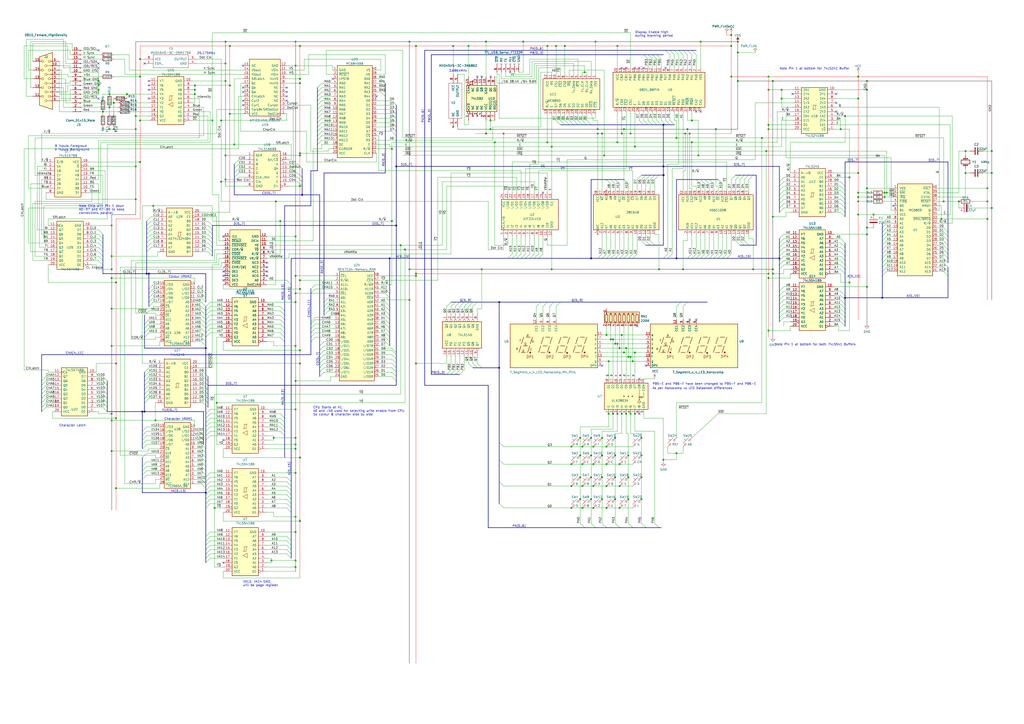
<source format=kicad_sch>
(kicad_sch (version 20211123) (generator eeschema)
  (paper "A2")
  (title_block (title "Nanocomp 6809 (Wireless World July 1981)") (date "2023-01-08") (rev "9.00") (company "Breadboarding Labs") (comment 1 "Updated to replace video RAM with 2 x 32K Single Port RAM") (comment 2 "Add address multiplexers and data bus buffers for VRAM"))
  (lib_symbols
    (symbol "71256SA_BB_1"
      (property "Reference" "U?" (at 0 17.78 0))
      (property "Value" "71256SA_BB_1" (at 0 15.24 0))
      (symbol "71256SA_BB_1_1_1"
        (pin input line (at -10.16 22.86 0) (length 2.54) (name "A14") (number "1"))
        (pin input line (at -10.16 0 0) (length 2.54) (name "A0") (number "10"))
        (pin tri_state line (at -10.16 -2.54 0) (length 2.54) (name "I/O0") (number "11"))
        (pin tri_state line (at -10.16 -5.08 0) (length 2.54) (name "I/O1") (number "12"))
        (pin tri_state line (at -10.16 -7.62 0) (length 2.54) (name "I/O2") (number "13"))
        (pin power_in line (at -10.16 -10.16 0) (length 2.54) (name "GND") (number "14"))
        (pin tri_state line (at 10.16 -10.16 180) (length 2.54) (name "I/O3") (number "15"))
        (pin tri_state line (at 10.16 -7.62 180) (length 2.54) (name "I/O4") (number "16"))
        (pin tri_state line (at 10.16 -5.08 180) (length 2.54) (name "I/O5") (number "17"))
        (pin tri_state line (at 10.16 -2.54 180) (length 2.54) (name "I/O6") (number "18"))
        (pin tri_state line (at 10.16 0 180) (length 2.54) (name "I/O7") (number "19"))
        (pin input line (at -10.16 20.32 0) (length 2.54) (name "A12") (number "2"))
        (pin input inverted (at 10.16 2.54 180) (length 2.54) (name "~{CS}") (number "20"))
        (pin input line (at 10.16 5.08 180) (length 2.54) (name "A10") (number "21"))
        (pin input inverted (at 10.16 7.62 180) (length 2.54) (name "~{OE}") (number "22"))
        (pin input line (at 10.16 10.16 180) (length 2.54) (name "A11") (number "23"))
        (pin input line (at 10.16 12.7 180) (length 2.54) (name "A9") (number "24"))
        (pin input line (at 10.16 15.24 180) (length 2.54) (name "A8") (number "25"))
        (pin input line (at 10.16 17.78 180) (length 2.54) (name "A13") (number "26"))
        (pin input line (at 10.16 20.32 180) (length 2.54) (name "~{WE}") (number "27"))
        (pin power_in line (at 10.16 22.86 180) (length 2.54) (name "VCC") (number "28"))
        (pin input line (at -10.16 17.78 0) (length 2.54) (name "A7") (number "3"))
        (pin input line (at -10.16 15.24 0) (length 2.54) (name "A6") (number "4"))
        (pin input line (at -10.16 12.7 0) (length 2.54) (name "A5") (number "5"))
        (pin input line (at -10.16 10.16 0) (length 2.54) (name "A4") (number "6"))
        (pin input line (at -10.16 7.62 0) (length 2.54) (name "A3") (number "7"))
        (pin input line (at -10.16 5.08 0) (length 2.54) (name "A2") (number "8"))
        (pin input line (at -10.16 2.54 0) (length 2.54) (name "A1") (number "9"))
      )
    )
    (symbol "74xx:74LS145" (pin_names (offset 1.016))
      (property "Reference" "U?" (at 21.4376 1.1684 90))
      (property "Value" "74LS145" (at 0 3.81 90))
      (symbol "74LS145_1_0"
        (pin open_collector inverted (at -12.7 10.16 0) (length 5.08) (name "Q0") (number "1"))
        (pin open_collector inverted (at 12.7 -5.08 180) (length 5.08) (name "Q8") (number "10"))
        (pin open_collector inverted (at 12.7 -2.54 180) (length 5.08) (name "Q9") (number "11"))
        (pin input line (at 12.7 0 180) (length 5.08) (name "P3") (number "12"))
        (pin input line (at 12.7 2.54 180) (length 5.08) (name "P2") (number "13"))
        (pin input line (at 12.7 5.08 180) (length 5.08) (name "P1") (number "14"))
        (pin input line (at 12.7 7.62 180) (length 5.08) (name "P0") (number "15"))
        (pin power_in line (at 12.7 10.16 180) (length 5.08) (name "VCC") (number "16"))
        (pin open_collector inverted (at -12.7 7.62 0) (length 5.08) (name "Q1") (number "2"))
        (pin open_collector inverted (at -12.7 5.08 0) (length 5.08) (name "Q2") (number "3"))
        (pin open_collector inverted (at -12.7 2.54 0) (length 5.08) (name "Q3") (number "4"))
        (pin open_collector inverted (at -12.7 0 0) (length 5.08) (name "Q4") (number "5"))
        (pin open_collector inverted (at -12.7 -2.54 0) (length 5.08) (name "Q5") (number "6"))
        (pin open_collector inverted (at -12.7 -5.08 0) (length 5.08) (name "Q6") (number "7"))
        (pin power_in line (at -12.7 -7.62 0) (length 5.08) (name "GND") (number "8"))
        (pin open_collector inverted (at 12.7 -7.62 180) (length 5.08) (name "Q7") (number "9"))
      )
    )
    (symbol "74xx:74LS241" (pin_names (offset 1.016))
      (property "Reference" "U16" (at 0 5.08 0))
      (property "Value" "74LS241BB" (at 0 16.51 0))
      (symbol "74LS241_1_0"
        (pin input inverted (at -12.7 12.7 0) (length 5.08) (name "1~{G}") (number "1"))
        (pin power_in line (at -12.7 -10.16 0) (length 5.08) (name "GND") (number "10"))
        (pin input line (at 12.7 -10.16 180) (length 5.08) (name "2A1") (number "11"))
        (pin tri_state line (at 12.7 -7.72 180) (length 5.08) (name "1Y4") (number "12"))
        (pin input line (at 12.7 -5.08 180) (length 5.08) (name "2A2") (number "13"))
        (pin tri_state line (at 12.7 -2.54 180) (length 5.08) (name "1Y3") (number "14"))
        (pin input line (at 12.7 0 180) (length 5.08) (name "2A3") (number "15"))
        (pin tri_state line (at 12.7 2.54 180) (length 5.08) (name "1Y2") (number "16"))
        (pin input line (at 12.7 5.08 180) (length 5.08) (name "2A4") (number "17"))
        (pin tri_state line (at 12.7 7.62 180) (length 5.08) (name "1Y1") (number "18"))
        (pin input line (at 12.7 10.16 180) (length 5.08) (name "2G") (number "19"))
        (pin input line (at -12.7 10.16 0) (length 5.08) (name "1A1") (number "2"))
        (pin power_in line (at 12.7 12.7 180) (length 5.08) (name "VCC") (number "20"))
        (pin tri_state line (at -12.7 7.62 0) (length 5.08) (name "2Y4") (number "3"))
        (pin input line (at -12.7 5.08 0) (length 5.08) (name "1A2") (number "4"))
        (pin tri_state line (at -12.7 2.54 0) (length 5.08) (name "2Y3") (number "5"))
        (pin input line (at -12.7 0 0) (length 5.08) (name "1A3") (number "6"))
        (pin tri_state line (at -12.7 -2.54 0) (length 5.08) (name "2Y2") (number "7"))
        (pin input line (at -12.7 -5.08 0) (length 5.08) (name "1A4") (number "8"))
        (pin tri_state line (at -12.7 -7.72 0) (length 5.08) (name "2Y1") (number "9"))
      )
    )
    (symbol "74xx:74LS92" (pin_names (offset 1.016))
      (property "Reference" "U?" (at 0 2.54 0))
      (property "Value" "74LS92" (at -3.81 -1.27 0))
      (symbol "74LS92_0_0"
        (pin no_connect line (at 10.16 2.54 180) (length 2.54) (name "NC") (number "13"))
        (pin no_connect line (at -10.16 2.54 0) (length 2.54) (name "NC") (number "2"))
        (pin no_connect line (at -10.16 0 0) (length 2.54) (name "NC") (number "3"))
        (pin no_connect line (at -10.16 -2.54 0) (length 2.54) (name "NC") (number "4"))
      )
      (symbol "74LS92_1_0"
        (pin input inverted_clock (at -12.7 5.08 0) (length 5.08) (name "CKB") (number "1"))
        (pin power_in line (at 12.7 -5.08 180) (length 5.08) (name "GND") (number "10"))
        (pin output line (at 12.7 -2.54 180) (length 5.08) (name "QB") (number "11"))
        (pin output line (at 12.7 0 180) (length 5.08) (name "QA") (number "12"))
        (pin input inverted_clock (at 12.7 5.08 180) (length 5.08) (name "CKA") (number "14"))
        (pin power_in line (at -12.7 -5.08 0) (length 5.08) (name "VCC") (number "5"))
        (pin input line (at -12.7 -7.62 0) (length 5.08) (name "R0(1)") (number "6"))
        (pin input line (at -12.7 -10.16 0) (length 5.08) (name "R0(2)") (number "7"))
        (pin output line (at 12.7 -10.16 180) (length 5.08) (name "QD") (number "8"))
        (pin output line (at 12.7 -7.76 180) (length 5.08) (name "QC") (number "9"))
      )
    )
    (symbol "ATF22LV10_1" (pin_names (offset 1.016))
      (property "Reference" "U?" (at 0 21.59 0))
      (property "Value" "ATF22LV10" (at 0 19.05 0))
      (symbol "ATF22LV10_1_1_1"
        (pin input clock (at -12.7 15.24 0) (length 3.81) (name "DotCLK") (number "1"))
        (pin input line (at -12.7 -7.62 0) (length 3.81) (name "Y0") (number "10"))
        (pin input line (at -12.7 -10.16 0) (length 3.81) (name "DEin") (number "11"))
        (pin power_in line (at -12.7 -12.7 0) (length 3.81) (name "GND") (number "12"))
        (pin input line (at 12.7 -12.7 180) (length 3.81) (name "I11") (number "13"))
        (pin output line (at 12.7 -10.16 180) (length 3.81) (name "~{DEout}") (number "14"))
        (pin output line (at 12.7 -7.62 180) (length 3.81) (name "~{CO245CE}") (number "15"))
        (pin output line (at 12.7 -5.08 180) (length 3.81) (name "COR/~{W}") (number "16"))
        (pin output line (at 12.7 -2.54 180) (length 3.81) (name "~{COOE}") (number "17"))
        (pin output line (at 12.7 0 180) (length 3.81) (name "~{CH245CE}") (number "18"))
        (pin output line (at 12.7 2.54 180) (length 3.81) (name "~{CHOE}") (number "19"))
        (pin input line (at -12.7 12.7 0) (length 3.81) (name "A0") (number "2"))
        (pin output line (at 12.7 5.08 180) (length 3.81) (name "CHR/{W}") (number "20"))
        (pin output line (at 12.7 7.62 180) (length 3.81) (name "DE1") (number "21"))
        (pin output line (at 12.7 10.16 180) (length 3.81) (name "DE2") (number "22"))
        (pin output line (at 12.7 12.7 180) (length 3.81) (name "DE3") (number "23"))
        (pin power_in line (at 12.7 15.24 180) (length 3.81) (name "VCC") (number "24"))
        (pin input line (at -12.7 10.16 0) (length 3.81) (name "NC0") (number "3"))
        (pin input line (at -12.7 7.62 0) (length 3.81) (name "NC1") (number "4"))
        (pin input line (at -12.7 5.08 0) (length 3.81) (name "NC2") (number "5"))
        (pin input line (at -12.7 2.54 0) (length 3.81) (name "NC3") (number "6"))
        (pin input line (at -12.7 0 0) (length 3.81) (name "VR/~{W}") (number "7"))
        (pin input line (at -12.7 -2.54 0) (length 3.81) (name "R/~{W}") (number "8"))
        (pin input line (at -12.7 -5.08 0) (length 3.81) (name "~{Y0}") (number "9"))
      )
    )
    (symbol "Breadboarding:28C64_BBPIN"
      (property "Reference" "U3" (at -10.16 0 90))
      (property "Value" "28C64B" (at 0 6.35 90))
      (symbol "28C64_BBPIN_1_1"
        (pin no_connect non_logic (at -12.7 22.86 0) (length 2.54) (name "NC") (number "1"))
        (pin input line (at -12.7 0 0) (length 2.54) (name "A0") (number "10"))
        (pin tri_state line (at -12.7 -2.54 0) (length 2.54) (name "D0") (number "11"))
        (pin tri_state line (at -12.7 -5.08 0) (length 2.54) (name "D1") (number "12"))
        (pin tri_state line (at -12.7 -7.62 0) (length 2.54) (name "D2") (number "13"))
        (pin power_in line (at -12.7 -10.16 0) (length 2.54) (name "GND") (number "14"))
        (pin tri_state line (at 12.7 -10.16 180) (length 2.54) (name "D3") (number "15"))
        (pin tri_state line (at 12.7 -7.62 180) (length 2.54) (name "D4") (number "16"))
        (pin tri_state line (at 12.7 -5.08 180) (length 2.54) (name "D5") (number "17"))
        (pin tri_state line (at 12.7 -2.54 180) (length 2.54) (name "D6") (number "18"))
        (pin tri_state line (at 12.7 0 180) (length 2.54) (name "D7") (number "19"))
        (pin input line (at -12.7 20.32 0) (length 2.54) (name "A12") (number "2"))
        (pin input line (at 12.7 2.54 180) (length 2.54) (name "~{CS}") (number "20"))
        (pin input line (at 12.7 5.08 180) (length 2.54) (name "A10") (number "21"))
        (pin input line (at 12.7 7.62 180) (length 2.54) (name "~{OE}") (number "22"))
        (pin input line (at 12.7 10.16 180) (length 2.54) (name "A11") (number "23"))
        (pin input line (at 12.7 12.7 180) (length 2.54) (name "A9") (number "24"))
        (pin input line (at 12.7 15.24 180) (length 2.54) (name "A8") (number "25"))
        (pin no_connect non_logic (at 12.7 17.78 180) (length 2.54) (name "NC") (number "26"))
        (pin input line (at 12.7 20.32 180) (length 2.54) (name "~{WE}") (number "27"))
        (pin power_in line (at 12.7 22.86 180) (length 2.54) (name "VCC") (number "28"))
        (pin input line (at -12.7 17.78 0) (length 2.54) (name "A7") (number "3"))
        (pin input line (at -12.7 15.24 0) (length 2.54) (name "A6") (number "4"))
        (pin input line (at -12.7 12.7 0) (length 2.54) (name "A5") (number "5"))
        (pin input line (at -12.7 10.16 0) (length 2.54) (name "A4") (number "6"))
        (pin input line (at -12.7 7.62 0) (length 2.54) (name "A3") (number "7"))
        (pin input line (at -12.7 5.08 0) (length 2.54) (name "A2") (number "8"))
        (pin input line (at -12.7 2.54 0) (length 2.54) (name "A1") (number "9"))
      )
    )
    (symbol "Breadboarding:628128_DIP32_SSOP32_BBPIN"
      (property "Reference" "U?" (at -3.81 1.27 90))
      (property "Value" "628128" (at 3.81 1.27 90))
      (symbol "628128_DIP32_SSOP32_BBPIN_0_0"
        (pin power_in line (at -12.7 -17.78 0) (length 2.54) (name "GND") (number "16"))
        (pin power_in line (at 12.7 20.32 180) (length 2.54) (name "VCC") (number "32"))
      )
      (symbol "628128_DIP32_SSOP32_BBPIN_1_1"
        (pin no_connect line (at -12.7 20.32 0) (length 2.54) hide (name "NC") (number "1"))
        (pin input line (at -12.7 -2.54 0) (length 2.54) (name "A2") (number "10"))
        (pin input line (at -12.7 -5.08 0) (length 2.54) (name "A1") (number "11"))
        (pin input line (at -12.7 -7.62 0) (length 2.54) (name "A0") (number "12"))
        (pin tri_state line (at -12.7 -10.16 0) (length 2.54) (name "Q0") (number "13"))
        (pin tri_state line (at -12.7 -12.7 0) (length 2.54) (name "Q1") (number "14"))
        (pin tri_state line (at -12.7 -15.24 0) (length 2.54) (name "Q2") (number "15"))
        (pin tri_state line (at 12.7 -17.78 180) (length 2.54) (name "Q3") (number "17"))
        (pin tri_state line (at 12.7 -15.24 180) (length 2.54) (name "Q4") (number "18"))
        (pin tri_state line (at 12.7 -12.7 180) (length 2.54) (name "Q5") (number "19"))
        (pin input line (at -12.7 17.78 0) (length 2.54) (name "A16") (number "2"))
        (pin tri_state line (at 12.7 -10.16 180) (length 2.54) (name "Q6") (number "20"))
        (pin tri_state line (at 12.7 -7.62 180) (length 2.54) (name "Q7") (number "21"))
        (pin input line (at 12.7 -5.08 180) (length 2.54) (name "~{CS1}") (number "22"))
        (pin input line (at 12.7 -2.54 180) (length 2.54) (name "A10") (number "23"))
        (pin input line (at 12.7 0 180) (length 2.54) (name "~{OE}") (number "24"))
        (pin input line (at 12.7 2.54 180) (length 2.54) (name "A11") (number "25"))
        (pin input line (at 12.7 5.08 180) (length 2.54) (name "A9") (number "26"))
        (pin input line (at 12.7 7.62 180) (length 2.54) (name "A8") (number "27"))
        (pin input line (at 12.7 10.16 180) (length 2.54) (name "A13") (number "28"))
        (pin input line (at 12.7 12.7 180) (length 2.54) (name "~{WE}") (number "29"))
        (pin input line (at -12.7 15.24 0) (length 2.54) (name "A14") (number "3"))
        (pin input line (at 12.7 15.24 180) (length 2.54) (name "CS2") (number "30"))
        (pin input line (at 12.7 17.78 180) (length 2.54) (name "A15") (number "31"))
        (pin input line (at -12.7 12.7 0) (length 2.54) (name "A12") (number "4"))
        (pin input line (at -12.7 10.16 0) (length 2.54) (name "A7") (number "5"))
        (pin input line (at -12.7 7.62 0) (length 2.54) (name "A6") (number "6"))
        (pin input line (at -12.7 5.08 0) (length 2.54) (name "A5") (number "7"))
        (pin input line (at -12.7 2.54 0) (length 2.54) (name "A4") (number "8"))
        (pin input line (at -12.7 0 0) (length 2.54) (name "A3") (number "9"))
      )
    )
    (symbol "Breadboarding:6821_BBPIN" (pin_names (offset 1.016))
      (property "Reference" "U?" (at 0 24.0198 0))
      (property "Value" "6821_BBPIN" (at 0 21.4829 0))
      (symbol "6821_BBPIN_1_1"
        (pin power_in line (at -12.7 30.48 0) (length 2.54) (name "VSS") (number "1"))
        (pin bidirectional line (at -12.7 7.62 0) (length 2.54) (name "PB0") (number "10"))
        (pin bidirectional line (at -12.7 5.08 0) (length 2.54) (name "PB1") (number "11"))
        (pin bidirectional line (at -12.7 2.54 0) (length 2.54) (name "PB2") (number "12"))
        (pin bidirectional line (at -12.7 0 0) (length 2.54) (name "PB3") (number "13"))
        (pin bidirectional line (at -12.7 -2.54 0) (length 2.54) (name "PB4") (number "14"))
        (pin bidirectional line (at -12.7 -5.08 0) (length 2.54) (name "PB5") (number "15"))
        (pin bidirectional line (at -12.7 -7.62 0) (length 2.54) (name "PB6") (number "16"))
        (pin bidirectional line (at -12.7 -10.16 0) (length 2.54) (name "PB7") (number "17"))
        (pin input line (at -12.7 -12.7 0) (length 2.54) (name "CB1") (number "18"))
        (pin bidirectional line (at -12.7 -15.24 0) (length 2.54) (name "CB2") (number "19"))
        (pin bidirectional line (at -12.7 27.94 0) (length 2.54) (name "PA0") (number "2"))
        (pin power_in line (at -12.7 -17.78 0) (length 2.54) (name "VCC") (number "20"))
        (pin input line (at 12.7 -17.78 180) (length 2.54) (name "R/~{W}") (number "21"))
        (pin input line (at 12.7 -15.24 180) (length 2.54) (name "CS0") (number "22"))
        (pin input line (at 12.7 -12.7 180) (length 2.54) (name "~{CS2}") (number "23"))
        (pin input line (at 12.7 -10.16 180) (length 2.54) (name "CS1") (number "24"))
        (pin input line (at 12.7 -7.62 180) (length 2.54) (name "E") (number "25"))
        (pin bidirectional line (at 12.7 -5.08 180) (length 2.54) (name "D7") (number "26"))
        (pin bidirectional line (at 12.7 -2.54 180) (length 2.54) (name "D6") (number "27"))
        (pin bidirectional line (at 12.7 0 180) (length 2.54) (name "D5") (number "28"))
        (pin bidirectional line (at 12.7 2.54 180) (length 2.54) (name "D4") (number "29"))
        (pin bidirectional line (at -12.7 25.4 0) (length 2.54) (name "PA1") (number "3"))
        (pin bidirectional line (at 12.7 5.08 180) (length 2.54) (name "D3") (number "30"))
        (pin bidirectional line (at 12.7 7.62 180) (length 2.54) (name "D2") (number "31"))
        (pin bidirectional line (at 12.7 10.16 180) (length 2.54) (name "D1") (number "32"))
        (pin bidirectional line (at 12.7 12.7 180) (length 2.54) (name "D0") (number "33"))
        (pin input line (at 12.7 15.24 180) (length 2.54) (name "~{RESET}") (number "34"))
        (pin input line (at 12.7 17.78 180) (length 2.54) (name "RS1") (number "35"))
        (pin input line (at 12.7 20.32 180) (length 2.54) (name "RS0") (number "36"))
        (pin open_collector line (at 12.7 22.86 180) (length 2.54) (name "~{IRQB}") (number "37"))
        (pin open_collector line (at 12.7 25.4 180) (length 2.54) (name "~{IRQA}") (number "38"))
        (pin bidirectional line (at 12.7 27.94 180) (length 2.54) (name "CA2") (number "39"))
        (pin bidirectional line (at -12.7 22.86 0) (length 2.54) (name "PA2") (number "4"))
        (pin input line (at 12.7 30.48 180) (length 2.54) (name "CA1") (number "40"))
        (pin bidirectional line (at -12.7 20.32 0) (length 2.54) (name "PA3") (number "5"))
        (pin bidirectional line (at -12.7 17.78 0) (length 2.54) (name "PA4") (number "6"))
        (pin bidirectional line (at -12.7 15.24 0) (length 2.54) (name "PA5") (number "7"))
        (pin bidirectional line (at -12.7 12.7 0) (length 2.54) (name "PA6") (number "8"))
        (pin bidirectional line (at -12.7 10.16 0) (length 2.54) (name "PA7") (number "9"))
      )
    )
    (symbol "Breadboarding:71256SA_BB"
      (property "Reference" "U3" (at -10.16 0 90))
      (property "Value" "71256SA_BB" (at 0 6.35 90))
      (symbol "71256SA_BB_1_1"
        (pin input line (at -10.16 22.86 0) (length 2.54) (name "A14") (number "1"))
        (pin input line (at -10.16 0 0) (length 2.54) (name "A0") (number "10"))
        (pin tri_state line (at -10.16 -2.54 0) (length 2.54) (name "I/O0") (number "11"))
        (pin tri_state line (at -10.16 -5.08 0) (length 2.54) (name "I/O1") (number "12"))
        (pin tri_state line (at -10.16 -7.62 0) (length 2.54) (name "I/O2") (number "13"))
        (pin power_in line (at -10.16 -10.16 0) (length 2.54) (name "GND") (number "14"))
        (pin tri_state line (at 10.16 -10.16 180) (length 2.54) (name "I/O3") (number "15"))
        (pin tri_state line (at 10.16 -7.62 180) (length 2.54) (name "I/O4") (number "16"))
        (pin tri_state line (at 10.16 -5.08 180) (length 2.54) (name "I/O5") (number "17"))
        (pin tri_state line (at 10.16 -2.54 180) (length 2.54) (name "I/O6") (number "18"))
        (pin tri_state line (at 10.16 0 180) (length 2.54) (name "I/O7") (number "19"))
        (pin input line (at -10.16 20.32 0) (length 2.54) (name "A12") (number "2"))
        (pin input line (at 10.16 2.54 180) (length 2.54) (name "~{CS}") (number "20"))
        (pin input line (at 10.16 5.08 180) (length 2.54) (name "A10") (number "21"))
        (pin input line (at 10.16 7.62 180) (length 2.54) (name "~{OE}") (number "22"))
        (pin input line (at 10.16 10.16 180) (length 2.54) (name "A11") (number "23"))
        (pin input line (at 10.16 12.7 180) (length 2.54) (name "A9") (number "24"))
        (pin input line (at 10.16 15.24 180) (length 2.54) (name "A8") (number "25"))
        (pin input inverted (at 10.16 17.78 180) (length 2.54) (name "A13") (number "26"))
        (pin input line (at 10.16 20.32 180) (length 2.54) (name "~{WE}") (number "27"))
        (pin power_in line (at 10.16 22.86 180) (length 2.54) (name "VCC") (number "28"))
        (pin input line (at -10.16 17.78 0) (length 2.54) (name "A7") (number "3"))
        (pin input line (at -10.16 15.24 0) (length 2.54) (name "A6") (number "4"))
        (pin input line (at -10.16 12.7 0) (length 2.54) (name "A5") (number "5"))
        (pin input line (at -10.16 10.16 0) (length 2.54) (name "A4") (number "6"))
        (pin input line (at -10.16 7.62 0) (length 2.54) (name "A3") (number "7"))
        (pin input line (at -10.16 5.08 0) (length 2.54) (name "A2") (number "8"))
        (pin input line (at -10.16 2.54 0) (length 2.54) (name "A1") (number "9"))
      )
    )
    (symbol "Breadboarding:74LS157BB" (pin_names (offset 1.016))
      (property "Reference" "U?" (at 2.0194 21.4798 0))
      (property "Value" "74LS157BB" (at 2.0194 18.9429 0))
      (symbol "74LS157BB_1_0"
        (pin input line (at -12.7 15.24 0) (length 5.08) (name "~{A}/B") (number "1"))
        (pin input line (at 12.7 0 180) (length 5.08) (name "3B") (number "10"))
        (pin input line (at 12.7 2.54 180) (length 5.08) (name "3A") (number "11"))
        (pin output line (at 12.7 5.08 180) (length 5.08) (name "4Y") (number "12"))
        (pin input line (at 12.7 7.62 180) (length 5.08) (name "4B") (number "13"))
        (pin input line (at 12.7 10.16 180) (length 5.08) (name "4A") (number "14"))
        (pin input inverted (at 12.7 12.7 180) (length 5.08) (name "~{G}") (number "15"))
        (pin power_in line (at 12.7 15.24 180) (length 5.08) (name "VCC") (number "16"))
        (pin input line (at -12.7 12.7 0) (length 5.08) (name "1A") (number "2"))
        (pin input line (at -12.7 10.16 0) (length 5.08) (name "1B") (number "3"))
        (pin output line (at -12.7 7.62 0) (length 5.08) (name "1Y") (number "4"))
        (pin input line (at -12.7 5.08 0) (length 5.08) (name "2A") (number "5"))
        (pin input line (at -12.7 2.54 0) (length 5.08) (name "2B") (number "6"))
        (pin output line (at -12.7 0 0) (length 5.08) (name "2Y") (number "7"))
        (pin power_in line (at -12.7 -2.54 0) (length 5.08) (name "GND") (number "8"))
        (pin output line (at 12.7 -2.54 180) (length 5.08) (name "3Y") (number "9"))
      )
    )
    (symbol "Breadboarding:74LS166BB" (pin_names (offset 1.016))
      (property "Reference" "U" (at -7.62 21.59 0))
      (property "Value" "74LS166BB" (at 0 -7.62 0))
      (symbol "74LS166BB_1_0"
        (pin input line (at -12.7 17.78 0) (length 5.08) (name "SER") (number "1"))
        (pin input line (at 12.7 2.54 180) (length 5.08) (name "E") (number "10"))
        (pin input line (at 12.7 5.08 180) (length 5.08) (name "F") (number "11"))
        (pin input line (at 12.7 7.62 180) (length 5.08) (name "G") (number "12"))
        (pin output line (at 12.7 10.16 180) (length 5.08) (name "Qh") (number "13"))
        (pin input line (at 12.7 12.7 180) (length 5.08) (name "H") (number "14"))
        (pin input inverted (at 12.7 15.24 180) (length 5.08) (name "SH/~{LD}") (number "15"))
        (pin power_in line (at 12.7 17.78 180) (length 5.08) (name "VCC") (number "16"))
        (pin input line (at -12.7 15.24 0) (length 5.08) (name "A") (number "2"))
        (pin input line (at -12.7 12.7 0) (length 5.08) (name "B") (number "3"))
        (pin input line (at -12.7 10.16 0) (length 5.08) (name "C") (number "4"))
        (pin input line (at -12.7 7.62 0) (length 5.08) (name "D") (number "5"))
        (pin input inverted (at -12.7 5.08 0) (length 5.08) (name "CLK_INH") (number "6"))
        (pin input line (at -12.7 2.54 0) (length 5.08) (name "Clk") (number "7"))
        (pin power_in line (at -12.7 0 0) (length 5.08) (name "GND") (number "8"))
        (pin input inverted (at 12.7 0 180) (length 5.08) (name "Clr") (number "9"))
      )
    )
    (symbol "Breadboarding:74LS245" (pin_names (offset 1.016))
      (property "Reference" "U?" (at -1.27 6.35 0))
      (property "Value" "74LS245" (at -3.81 -3.81 0))
      (symbol "74LS245_1_0"
        (pin input line (at -12.7 12.7 0) (length 5.08) (name "A->B") (number "1"))
        (pin power_in line (at -12.7 -10.16 0) (length 5.08) (name "GND") (number "10"))
        (pin tri_state line (at 12.7 -10.16 180) (length 5.08) (name "B7") (number "11"))
        (pin tri_state line (at 12.7 -7.62 180) (length 5.08) (name "B6") (number "12"))
        (pin tri_state line (at 12.7 -5.08 180) (length 5.08) (name "B5") (number "13"))
        (pin tri_state line (at 12.7 -2.54 180) (length 5.08) (name "B4") (number "14"))
        (pin tri_state line (at 12.7 0 180) (length 5.08) (name "B3") (number "15"))
        (pin tri_state line (at 12.7 2.54 180) (length 5.08) (name "B2") (number "16"))
        (pin tri_state line (at 12.7 5.08 180) (length 5.08) (name "B1") (number "17"))
        (pin tri_state line (at 12.7 7.62 180) (length 5.08) (name "B0") (number "18"))
        (pin input inverted (at 12.7 10.16 180) (length 5.08) (name "CE") (number "19"))
        (pin tri_state line (at -12.7 10.16 0) (length 5.08) (name "A0") (number "2"))
        (pin power_in line (at 12.7 12.7 180) (length 5.08) (name "VCC") (number "20"))
        (pin tri_state line (at -12.7 7.62 0) (length 5.08) (name "A1") (number "3"))
        (pin tri_state line (at -12.7 5.08 0) (length 5.08) (name "A2") (number "4"))
        (pin tri_state line (at -12.7 2.54 0) (length 5.08) (name "A3") (number "5"))
        (pin tri_state line (at -12.7 0 0) (length 5.08) (name "A4") (number "6"))
        (pin tri_state line (at -12.7 -2.54 0) (length 5.08) (name "A5") (number "7"))
        (pin tri_state line (at -12.7 -5.08 0) (length 5.08) (name "A6") (number "8"))
        (pin tri_state line (at -12.7 -7.62 0) (length 5.08) (name "A7") (number "9"))
      )
    )
    (symbol "Breadboarding:74LS541BB" (pin_names (offset 1.016))
      (property "Reference" "U?" (at -1.27 8.89 0))
      (property "Value" "74LS541BB" (at -3.81 -6.35 0))
      (symbol "74LS541BB_1_0"
        (pin input inverted (at -12.7 12.7 0) (length 5.08) (name "G1") (number "1"))
        (pin power_in line (at -12.7 -10.16 0) (length 5.08) (name "GND") (number "10"))
        (pin tri_state line (at 12.7 -10.16 180) (length 5.08) (name "Y7") (number "11"))
        (pin tri_state line (at 12.7 -7.62 180) (length 5.08) (name "Y6") (number "12"))
        (pin tri_state line (at 12.7 -5.08 180) (length 5.08) (name "Y5") (number "13"))
        (pin tri_state line (at 12.7 -2.54 180) (length 5.08) (name "Y4") (number "14"))
        (pin tri_state line (at 12.7 0 180) (length 5.08) (name "Y3") (number "15"))
        (pin tri_state line (at 12.7 2.54 180) (length 5.08) (name "Y2") (number "16"))
        (pin tri_state line (at 12.7 5.08 180) (length 5.08) (name "Y1") (number "17"))
        (pin tri_state line (at 12.7 7.62 180) (length 5.08) (name "Y0") (number "18"))
        (pin input inverted (at 12.7 10.16 180) (length 5.08) (name "G2") (number "19"))
        (pin input line (at -12.7 10.16 0) (length 5.08) (name "A0") (number "2"))
        (pin power_in line (at 12.7 12.7 180) (length 5.08) (name "VCC") (number "20"))
        (pin input line (at -12.7 7.62 0) (length 5.08) (name "A1") (number "3"))
        (pin input line (at -12.7 5.08 0) (length 5.08) (name "A2") (number "4"))
        (pin input line (at -12.7 2.54 0) (length 5.08) (name "A3") (number "5"))
        (pin input line (at -12.7 0 0) (length 5.08) (name "A4") (number "6"))
        (pin input line (at -12.7 -2.54 0) (length 5.08) (name "A5") (number "7"))
        (pin input line (at -12.7 -5.08 0) (length 5.08) (name "A6") (number "8"))
        (pin input line (at -12.7 -7.62 0) (length 5.08) (name "A7") (number "9"))
      )
    )
    (symbol "Breadboarding:74LS574BB" (pin_names (offset 1.016))
      (property "Reference" "U?" (at 0 -17.78 0))
      (property "Value" "74LS574BB" (at 0 -15.24 0))
      (symbol "74LS574BB_1_0"
        (pin input inverted (at -12.7 12.7 0) (length 5.08) (name "OE") (number "1"))
        (pin power_in line (at -12.7 -10.16 0) (length 5.08) (name "GND") (number "10"))
        (pin input clock (at 12.7 -10.16 180) (length 5.08) (name "Cp") (number "11"))
        (pin tri_state line (at 12.7 -7.62 180) (length 5.08) (name "Q7") (number "12"))
        (pin tri_state line (at 12.7 -5.08 180) (length 5.08) (name "Q6") (number "13"))
        (pin tri_state line (at 12.7 -2.54 180) (length 5.08) (name "Q5") (number "14"))
        (pin tri_state line (at 12.7 0 180) (length 5.08) (name "Q4") (number "15"))
        (pin tri_state line (at 12.7 2.54 180) (length 5.08) (name "Q3") (number "16"))
        (pin tri_state line (at 12.7 5.08 180) (length 5.08) (name "Q2") (number "17"))
        (pin tri_state line (at 12.7 7.62 180) (length 5.08) (name "Q1") (number "18"))
        (pin tri_state line (at 12.7 10.16 180) (length 5.08) (name "Q0") (number "19"))
        (pin input line (at -12.7 10.16 0) (length 5.08) (name "D0") (number "2"))
        (pin power_in line (at 12.7 12.7 180) (length 5.08) (name "VCC") (number "20"))
        (pin input line (at -12.7 7.62 0) (length 5.08) (name "D1") (number "3"))
        (pin input line (at -12.7 5.08 0) (length 5.08) (name "D2") (number "4"))
        (pin input line (at -12.7 2.54 0) (length 5.08) (name "D3") (number "5"))
        (pin input line (at -12.7 0 0) (length 5.08) (name "D4") (number "6"))
        (pin input line (at -12.7 -2.54 0) (length 5.08) (name "D5") (number "7"))
        (pin input line (at -12.7 -5.08 0) (length 5.08) (name "D6") (number "8"))
        (pin input line (at -12.7 -7.62 0) (length 5.08) (name "D7") (number "9"))
      )
    )
    (symbol "Breadboarding:ATF22LV10" (pin_names (offset 1.016))
      (property "Reference" "U?" (at -1.27 10.16 0))
      (property "Value" "ATF22LV10" (at -6.35 -1.27 0))
      (symbol "ATF22LV10_1_1"
        (pin input clock (at -12.7 15.24 0) (length 3.81) (name "CLK/I0") (number "1"))
        (pin input line (at -12.7 -7.62 0) (length 3.81) (name "I9") (number "10"))
        (pin input line (at -12.7 -10.16 0) (length 3.81) (name "I10") (number "11"))
        (pin power_in line (at -12.7 -12.7 0) (length 3.81) (name "GND") (number "12"))
        (pin input line (at 12.7 -12.7 180) (length 3.81) (name "I11") (number "13"))
        (pin output line (at 12.7 -10.16 180) (length 3.81) (name "I/O9") (number "14"))
        (pin output line (at 12.7 -7.62 180) (length 3.81) (name "I/O8") (number "15"))
        (pin output line (at 12.7 -5.08 180) (length 3.81) (name "I/O7") (number "16"))
        (pin output line (at 12.7 -2.54 180) (length 3.81) (name "I/O6") (number "17"))
        (pin output line (at 12.7 0 180) (length 3.81) (name "I/O5") (number "18"))
        (pin output line (at 12.7 2.54 180) (length 3.81) (name "I/O4") (number "19"))
        (pin input line (at -12.7 12.7 0) (length 3.81) (name "I1") (number "2"))
        (pin output line (at 12.7 5.08 180) (length 3.81) (name "I/O3") (number "20"))
        (pin output line (at 12.7 7.62 180) (length 3.81) (name "I/O2") (number "21"))
        (pin output line (at 12.7 10.16 180) (length 3.81) (name "I/O1") (number "22"))
        (pin output line (at 12.7 12.7 180) (length 3.81) (name "I/O0") (number "23"))
        (pin power_in line (at 12.7 15.24 180) (length 3.81) (name "VCC") (number "24"))
        (pin input line (at -12.7 10.16 0) (length 3.81) (name "I2") (number "3"))
        (pin input line (at -12.7 7.62 0) (length 3.81) (name "I3") (number "4"))
        (pin input line (at -12.7 5.08 0) (length 3.81) (name "I4") (number "5"))
        (pin input line (at -12.7 2.54 0) (length 3.81) (name "I5") (number "6"))
        (pin input line (at -12.7 0 0) (length 3.81) (name "I6") (number "7"))
        (pin input line (at -12.7 -2.54 0) (length 3.81) (name "I7") (number "8"))
        (pin input line (at -12.7 -5.08 0) (length 3.81) (name "I8") (number "9"))
      )
    )
    (symbol "Breadboarding:ATF22LV10_VIDEO2" (pin_names (offset 1.016))
      (property "Reference" "U19" (at 0 21.59 0))
      (property "Value" "ATF22LV10_VIDEO1" (at 0 19.05 0))
      (symbol "ATF22LV10_VIDEO2_1_1"
        (pin input clock (at -12.7 15.24 0) (length 3.81) (name "DotClk") (number "1"))
        (pin input line (at -12.7 -7.62 0) (length 3.81) (name "HSin") (number "10"))
        (pin input line (at -12.7 -10.16 0) (length 3.81) (name "VSin") (number "11"))
        (pin power_in line (at -12.7 -12.7 0) (length 3.81) (name "GND") (number "12"))
        (pin input line (at 12.7 -12.7 180) (length 3.81) (name "NC") (number "13"))
        (pin output line (at 12.7 -10.16 180) (length 3.81) (name "VSout") (number "14"))
        (pin output line (at 12.7 -7.62 180) (length 3.81) (name "HSout") (number "15"))
        (pin output line (at 12.7 -5.08 180) (length 3.81) (name "SRLatch") (number "16"))
        (pin output line (at 12.7 -2.54 180) (length 3.81) (name "Qc") (number "17"))
        (pin output line (at 12.7 0 180) (length 3.81) (name "Qb") (number "18"))
        (pin output line (at 12.7 2.54 180) (length 3.81) (name "Qa") (number "19"))
        (pin input line (at -12.7 12.7 0) (length 3.81) (name "SRDotOut") (number "2"))
        (pin output line (at 12.7 5.08 180) (length 3.81) (name "CHLatch") (number "20"))
        (pin output line (at 12.7 7.62 180) (length 3.81) (name "Cur2") (number "21"))
        (pin output line (at 12.7 10.16 180) (length 3.81) (name "Cur1") (number "22"))
        (pin output line (at 12.7 12.7 180) (length 3.81) (name "ForeBk") (number "23"))
        (pin power_in line (at 12.7 15.24 180) (length 3.81) (name "VCC") (number "24"))
        (pin input line (at -12.7 10.16 0) (length 3.81) (name "Cursor") (number "3"))
        (pin input line (at -12.7 7.62 0) (length 3.81) (name "NC") (number "4"))
        (pin input line (at -12.7 5.08 0) (length 3.81) (name "NC") (number "5"))
        (pin input line (at -12.7 2.54 0) (length 3.81) (name "NC") (number "6"))
        (pin input line (at -12.7 0 0) (length 3.81) (name "NC") (number "7"))
        (pin input line (at -12.7 -2.54 0) (length 3.81) (name "InvHS") (number "8"))
        (pin input line (at -12.7 -5.08 0) (length 3.81) (name "InvVS") (number "9"))
      )
    )
    (symbol "Breadboarding:MC6809-CPU_NXP_6800_BBPIN" (pin_names (offset 1.016))
      (property "Reference" "U1" (at -1.27 1.27 0))
      (property "Value" "MC6809" (at -3.81 12.7 0))
      (symbol "MC6809-CPU_NXP_6800_BBPIN_1_1"
        (pin power_in line (at -12.7 25.4 0) (length 2.54) (name "VSS") (number "1"))
        (pin tri_state line (at -12.7 2.54 0) (length 2.54) (name "A2") (number "10"))
        (pin tri_state line (at -12.7 0 0) (length 2.54) (name "A3") (number "11"))
        (pin tri_state line (at -12.7 -2.54 0) (length 2.54) (name "A4") (number "12"))
        (pin tri_state line (at -12.7 -5.08 0) (length 2.54) (name "A5") (number "13"))
        (pin tri_state line (at -12.7 -7.62 0) (length 2.54) (name "A6") (number "14"))
        (pin tri_state line (at -12.7 -10.16 0) (length 2.54) (name "A7") (number "15"))
        (pin tri_state line (at -12.7 -12.7 0) (length 2.54) (name "A8") (number "16"))
        (pin tri_state line (at -12.7 -15.24 0) (length 2.54) (name "A9") (number "17"))
        (pin tri_state line (at -12.7 -17.78 0) (length 2.54) (name "A10") (number "18"))
        (pin tri_state line (at -12.7 -20.32 0) (length 2.54) (name "A11") (number "19"))
        (pin input line (at -12.7 22.86 0) (length 2.54) (name "~{NMI}") (number "2"))
        (pin tri_state line (at -12.7 -22.86 0) (length 2.54) (name "A12") (number "20"))
        (pin tri_state line (at 12.7 -22.86 180) (length 2.54) (name "A13") (number "21"))
        (pin tri_state line (at 12.7 -20.32 180) (length 2.54) (name "A14") (number "22"))
        (pin tri_state line (at 12.7 -17.78 180) (length 2.54) (name "A15") (number "23"))
        (pin bidirectional line (at 12.7 -15.24 180) (length 2.54) (name "D7") (number "24"))
        (pin bidirectional line (at 12.7 -12.7 180) (length 2.54) (name "D6") (number "25"))
        (pin bidirectional line (at 12.7 -10.16 180) (length 2.54) (name "D5") (number "26"))
        (pin bidirectional line (at 12.7 -7.62 180) (length 2.54) (name "D4") (number "27"))
        (pin bidirectional line (at 12.7 -5.08 180) (length 2.54) (name "D3") (number "28"))
        (pin bidirectional line (at 12.7 -2.54 180) (length 2.54) (name "D2") (number "29"))
        (pin input line (at -12.7 20.32 0) (length 2.54) (name "~{IRQ}") (number "3"))
        (pin bidirectional line (at 12.7 0 180) (length 2.54) (name "D1") (number "30"))
        (pin bidirectional line (at 12.7 2.54 180) (length 2.54) (name "D0") (number "31"))
        (pin output line (at 12.7 5.08 180) (length 2.54) (name "R/~{W}") (number "32"))
        (pin input line (at 12.7 7.62 180) (length 2.54) (name "~{DMA/BREQ}") (number "33"))
        (pin output line (at 12.7 10.16 180) (length 2.54) (name "E") (number "34"))
        (pin output line (at 12.7 12.7 180) (length 2.54) (name "Q") (number "35"))
        (pin input line (at 12.7 15.24 180) (length 2.54) (name "MRDY") (number "36"))
        (pin input line (at 12.7 17.78 180) (length 2.54) (name "~{RESET}") (number "37"))
        (pin input line (at 12.7 20.32 180) (length 2.54) (name "EXTAL") (number "38"))
        (pin input line (at 12.7 22.86 180) (length 2.54) (name "XTAL") (number "39"))
        (pin input line (at -12.7 17.78 0) (length 2.54) (name "~{FIRQ}") (number "4"))
        (pin input line (at 12.7 25.4 180) (length 2.54) (name "~{HALT}") (number "40"))
        (pin output line (at -12.7 15.24 0) (length 2.54) (name "BS") (number "5"))
        (pin output line (at -12.7 12.7 0) (length 2.54) (name "BA") (number "6"))
        (pin power_in line (at -12.7 10.16 0) (length 2.54) (name "VCC") (number "7"))
        (pin tri_state line (at -12.7 7.62 0) (length 2.54) (name "A0") (number "8"))
        (pin tri_state line (at -12.7 5.08 0) (length 2.54) (name "A1") (number "9"))
      )
    )
    (symbol "Breadboarding:MC6845BB" (pin_names (offset 1.016))
      (property "Reference" "U" (at -10.16 34.29 0))
      (property "Value" "MC6845BB" (at 12.7 34.29 0))
      (symbol "MC6845BB_1_1"
        (pin power_in line (at -12.7 25.4 0) (length 2.54) (name "GND") (number "1"))
        (pin output line (at -12.7 2.54 0) (length 2.54) (name "MA6") (number "10"))
        (pin output line (at -12.7 0 0) (length 2.54) (name "MA7") (number "11"))
        (pin output line (at -12.7 -2.54 0) (length 2.54) (name "MA8") (number "12"))
        (pin output line (at -12.7 -5.08 0) (length 2.54) (name "MA9") (number "13"))
        (pin output line (at -12.7 -7.62 0) (length 2.54) (name "MA10") (number "14"))
        (pin output line (at -12.7 -10.16 0) (length 2.54) (name "MA11") (number "15"))
        (pin output line (at -12.7 -12.7 0) (length 2.54) (name "MA12") (number "16"))
        (pin output line (at -12.7 -15.24 0) (length 2.54) (name "MA13") (number "17"))
        (pin output line (at -12.7 -17.78 0) (length 2.54) (name "DE") (number "18"))
        (pin output line (at -12.7 -20.32 0) (length 2.54) (name "CURSOR") (number "19"))
        (pin input line (at -12.7 22.86 0) (length 2.54) (name "~{RESET}") (number "2"))
        (pin power_in line (at -12.7 -22.86 0) (length 2.54) (name "VCC") (number "20"))
        (pin input line (at 12.7 -22.86 180) (length 2.54) (name "CLK") (number "21"))
        (pin input line (at 12.7 -20.32 180) (length 2.54) (name "R/~{W}") (number "22"))
        (pin input line (at 12.7 -17.78 180) (length 2.54) (name "E") (number "23"))
        (pin input line (at 12.7 -15.24 180) (length 2.54) (name "RS") (number "24"))
        (pin input line (at 12.7 -12.7 180) (length 2.54) (name "~{CS}") (number "25"))
        (pin bidirectional line (at 12.7 -10.16 180) (length 2.54) (name "D7") (number "26"))
        (pin bidirectional line (at 12.7 -7.62 180) (length 2.54) (name "D6") (number "27"))
        (pin bidirectional line (at 12.7 -5.08 180) (length 2.54) (name "D5") (number "28"))
        (pin bidirectional line (at 12.7 -2.54 180) (length 2.54) (name "D4") (number "29"))
        (pin input line (at -12.7 20.32 0) (length 2.54) (name "LPSTB") (number "3"))
        (pin bidirectional line (at 12.7 0 180) (length 2.54) (name "D3") (number "30"))
        (pin bidirectional line (at 12.7 2.54 180) (length 2.54) (name "D2") (number "31"))
        (pin bidirectional line (at 12.7 5.08 180) (length 2.54) (name "D1") (number "32"))
        (pin bidirectional line (at 12.7 7.62 180) (length 2.54) (name "D0") (number "33"))
        (pin output line (at 12.7 10.16 180) (length 2.54) (name "RA4") (number "34"))
        (pin output line (at 12.7 12.7 180) (length 2.54) (name "RA3") (number "35"))
        (pin output line (at 12.7 15.24 180) (length 2.54) (name "RA2") (number "36"))
        (pin output line (at 12.7 17.78 180) (length 2.54) (name "RA1") (number "37"))
        (pin output line (at 12.7 20.32 180) (length 2.54) (name "RA0") (number "38"))
        (pin output line (at 12.7 22.86 180) (length 2.54) (name "HS") (number "39"))
        (pin output line (at -12.7 17.78 0) (length 2.54) (name "MA0") (number "4"))
        (pin output line (at 12.7 25.4 180) (length 2.54) (name "VS") (number "40"))
        (pin output line (at -12.7 15.24 0) (length 2.54) (name "MA1") (number "5"))
        (pin output line (at -12.7 12.7 0) (length 2.54) (name "MA2") (number "6"))
        (pin output line (at -12.7 10.16 0) (length 2.54) (name "MA3") (number "7"))
        (pin output line (at -12.7 7.62 0) (length 2.54) (name "MA4") (number "8"))
        (pin output line (at -12.7 5.08 0) (length 2.54) (name "MA5") (number "9"))
      )
    )
    (symbol "Breadboarding:MXO45HS-3C-25M1750" (pin_names (offset 0.762))
      (property "Reference" "Y?" (at 13.97 -1.27 90))
      (property "Value" "MXO45HS-3C-25M1750" (at 40.64 -11.43 90))
      (symbol "MXO45HS-3C-25M1750_0_0"
        (pin no_connect line (at 0 0 0) (length 5.08) (name "NC") (number "1"))
        (pin passive line (at 0 -2.54 0) (length 5.08) (name "GND") (number "4"))
        (pin passive line (at 30.48 -2.54 180) (length 5.08) (name "OUTPUT") (number "5"))
        (pin passive line (at 30.48 0 180) (length 5.08) (name "VCC") (number "8"))
      )
    )
    (symbol "Breadboarding:REN7134-Memory_RAM"
      (property "Reference" "U" (at 0 2.54 0))
      (property "Value" "REN7134-Memory_RAM" (at 1.27 -25.4 0))
      (symbol "REN7134-Memory_RAM_1_1"
        (pin input line (at -12.7 38.1 0) (length 2.54) (name "~{CE}L") (number "1"))
        (pin input line (at -12.7 15.24 0) (length 2.54) (name "A4L") (number "10"))
        (pin input line (at -12.7 12.7 0) (length 2.54) (name "A5L") (number "11"))
        (pin input line (at -12.7 10.16 0) (length 2.54) (name "A6L") (number "12"))
        (pin input line (at -12.7 7.62 0) (length 2.54) (name "A7L") (number "13"))
        (pin input line (at -12.7 5.08 0) (length 2.54) (name "A8L") (number "14"))
        (pin input line (at -12.7 2.54 0) (length 2.54) (name "A9L") (number "15"))
        (pin bidirectional line (at -12.7 0 0) (length 2.54) (name "I/O0L") (number "16"))
        (pin bidirectional line (at -12.7 -2.54 0) (length 2.54) (name "I/O1L") (number "17"))
        (pin bidirectional line (at -12.7 -5.08 0) (length 2.54) (name "I/O2L") (number "18"))
        (pin bidirectional line (at -12.7 -7.62 0) (length 2.54) (name "I/O3L") (number "19"))
        (pin input line (at -12.7 35.56 0) (length 2.54) (name "R/~{W}L") (number "2"))
        (pin bidirectional line (at -12.7 -10.16 0) (length 2.54) (name "I/O4L") (number "20"))
        (pin bidirectional line (at -12.7 -12.7 0) (length 2.54) (name "I/O5L") (number "21"))
        (pin bidirectional line (at -12.7 -15.24 0) (length 2.54) (name "I/O6L") (number "22"))
        (pin bidirectional line (at -12.7 -17.78 0) (length 2.54) (name "I/O7L") (number "23"))
        (pin power_in line (at -12.7 -20.32 0) (length 2.54) (name "GND") (number "24"))
        (pin bidirectional line (at 12.7 -20.32 180) (length 2.54) (name "I/O0R") (number "25"))
        (pin bidirectional line (at 12.7 -17.78 180) (length 2.54) (name "I/O1R") (number "26"))
        (pin bidirectional line (at 12.7 -15.24 180) (length 2.54) (name "I/O2R") (number "27"))
        (pin bidirectional line (at 12.7 -12.7 180) (length 2.54) (name "I/O3R") (number "28"))
        (pin bidirectional line (at 12.7 -10.16 180) (length 2.54) (name "I/O4R") (number "29"))
        (pin input line (at -12.7 33.02 0) (length 2.54) (name "A11L") (number "3"))
        (pin bidirectional line (at 12.7 -7.62 180) (length 2.54) (name "I/O5R") (number "30"))
        (pin bidirectional line (at 12.7 -5.08 180) (length 2.54) (name "I/O6R") (number "31"))
        (pin bidirectional line (at 12.7 -2.54 180) (length 2.54) (name "I/O7R") (number "32"))
        (pin input line (at 12.7 0 180) (length 2.54) (name "A9R") (number "33"))
        (pin input line (at 12.7 2.54 180) (length 2.54) (name "A8R") (number "34"))
        (pin input line (at 12.7 5.08 180) (length 2.54) (name "A7R") (number "35"))
        (pin input line (at 12.7 7.62 180) (length 2.54) (name "A6R") (number "36"))
        (pin input line (at 12.7 10.16 180) (length 2.54) (name "A5R") (number "37"))
        (pin input line (at 12.7 12.7 180) (length 2.54) (name "A4R") (number "38"))
        (pin input line (at 12.7 15.24 180) (length 2.54) (name "A3R") (number "39"))
        (pin input line (at -12.7 30.48 0) (length 2.54) (name "A10L") (number "4"))
        (pin input line (at 12.7 17.78 180) (length 2.54) (name "A2R") (number "40"))
        (pin input line (at 12.7 20.32 180) (length 2.54) (name "A1R") (number "41"))
        (pin input line (at 12.7 22.86 180) (length 2.54) (name "A0R") (number "42"))
        (pin input line (at 12.7 25.4 180) (length 2.54) (name "~{OE}R") (number "43"))
        (pin input line (at 12.7 27.94 180) (length 2.54) (name "A10R") (number "44"))
        (pin input line (at 12.7 30.48 180) (length 2.54) (name "A11R") (number "45"))
        (pin input line (at 12.7 33.02 180) (length 2.54) (name "R/~{W}R") (number "46"))
        (pin input line (at 12.7 35.56 180) (length 2.54) (name "~{CE}R") (number "47"))
        (pin power_in line (at 12.7 38.1 180) (length 2.54) (name "VCC") (number "48"))
        (pin input line (at -12.7 27.94 0) (length 2.54) (name "~{OE}L") (number "5"))
        (pin input line (at -12.7 25.4 0) (length 2.54) (name "A0L") (number "6"))
        (pin input line (at -12.7 22.86 0) (length 2.54) (name "A1L") (number "7"))
        (pin input line (at -12.7 20.32 0) (length 2.54) (name "A2L") (number "8"))
        (pin input line (at -12.7 17.78 0) (length 2.54) (name "A3L") (number "9"))
      )
    )
    (symbol "Connector:Conn_01x06_Female" (pin_names (offset 2.016))
      (property "Reference" "J1" (at -2.54 -1.27 90))
      (property "Value" "TTL_USB_Serial_FT232R" (at 6.35 1.27 90))
      (symbol "Conn_01x06_Female_1_1"
        (pin power_in line (at -5.08 -7.62 0) (length 3.81) (name "GND") (number "1"))
        (pin passive line (at -5.08 -5.08 0) (length 3.81) (name "~{CTS}") (number "2"))
        (pin power_in line (at -5.08 -2.54 0) (length 3.81) (name "Vcc") (number "3"))
        (pin output line (at -5.08 0 0) (length 3.81) (name "TX") (number "4"))
        (pin input line (at -5.08 2.54 0) (length 3.81) (name "RX") (number "5"))
        (pin output line (at -5.08 5.08 0) (length 3.81) (name "~{DTR}") (number "6"))
      )
    )
    (symbol "Connector:Conn_01x15_Male" (pin_names (offset 1.016) hide)
      (property "Reference" "J" (at 0 20.32 0))
      (property "Value" "Conn_01x15_Male" (at 0 -20.32 0))
      (symbol "Conn_01x15_Male_1_1"
        (pin passive line (at 5.08 17.78 180) (length 3.81) (name "Pin_1") (number "1"))
        (pin passive line (at 5.08 -5.08 180) (length 3.81) (name "Pin_10") (number "10"))
        (pin passive line (at 5.08 -7.62 180) (length 3.81) (name "Pin_11") (number "11"))
        (pin passive line (at 5.08 -10.16 180) (length 3.81) (name "Pin_12") (number "12"))
        (pin passive line (at 5.08 -12.7 180) (length 3.81) (name "Pin_13") (number "13"))
        (pin passive line (at 5.08 -15.24 180) (length 3.81) (name "Pin_14") (number "14"))
        (pin passive line (at 5.08 -17.78 180) (length 3.81) (name "Pin_15") (number "15"))
        (pin passive line (at 5.08 15.24 180) (length 3.81) (name "Pin_2") (number "2"))
        (pin passive line (at 5.08 12.7 180) (length 3.81) (name "Pin_3") (number "3"))
        (pin passive line (at 5.08 10.16 180) (length 3.81) (name "Pin_4") (number "4"))
        (pin passive line (at 5.08 7.62 180) (length 3.81) (name "Pin_5") (number "5"))
        (pin passive line (at 5.08 5.08 180) (length 3.81) (name "Pin_6") (number "6"))
        (pin passive line (at 5.08 2.54 180) (length 3.81) (name "Pin_7") (number "7"))
        (pin passive line (at 5.08 0 180) (length 3.81) (name "Pin_8") (number "8"))
        (pin passive line (at 5.08 -2.54 180) (length 3.81) (name "Pin_9") (number "9"))
      )
    )
    (symbol "Connector:DB15_Female_HighDensity" (pin_names (offset 1.016) hide)
      (property "Reference" "J" (at 0 21.59 0))
      (property "Value" "DB15_Female_HighDensity" (at 0 19.05 0))
      (symbol "DB15_Female_HighDensity_1_1"
        (pin passive line (at -7.62 10.16 0) (length 5.08) (name "~") (number "1"))
        (pin passive line (at -7.62 -7.62 0) (length 5.08) (name "~") (number "10"))
        (pin passive line (at 7.62 10.16 180) (length 5.08) (name "~") (number "11"))
        (pin passive line (at 7.62 5.08 180) (length 5.08) (name "~") (number "12"))
        (pin passive line (at 7.62 0 180) (length 5.08) (name "~") (number "13"))
        (pin passive line (at 7.62 -5.08 180) (length 5.08) (name "~") (number "14"))
        (pin passive line (at 7.62 -10.16 180) (length 5.08) (name "~") (number "15"))
        (pin passive line (at -7.62 5.08 0) (length 5.08) (name "~") (number "2"))
        (pin passive line (at -7.62 0 0) (length 5.08) (name "~") (number "3"))
        (pin passive line (at -7.62 -5.08 0) (length 5.08) (name "~") (number "4"))
        (pin passive line (at -7.62 -10.16 0) (length 5.08) (name "~") (number "5"))
        (pin passive line (at -7.62 12.7 0) (length 5.08) (name "~") (number "6"))
        (pin passive line (at -7.62 7.62 0) (length 5.08) (name "~") (number "7"))
        (pin passive line (at -7.62 2.54 0) (length 5.08) (name "~") (number "8"))
        (pin passive line (at -7.62 -2.54 0) (length 5.08) (name "~") (number "9"))
      )
    )
    (symbol "Device:C" (pin_numbers hide) (pin_names (offset 0.254))
      (property "Reference" "C" (at 0.635 2.54 0))
      (property "Value" "C" (at 0.635 -2.54 0))
      (symbol "C_1_1"
        (pin passive line (at 0 3.81 270) (length 2.794) (name "~") (number "1"))
        (pin passive line (at 0 -3.81 90) (length 2.794) (name "~") (number "2"))
      )
    )
    (symbol "Device:C_Polarized" (pin_numbers hide) (pin_names (offset 0.254))
      (property "Reference" "C" (at 0.635 2.54 0))
      (property "Value" "C_Polarized" (at 0.635 -2.54 0))
      (symbol "C_Polarized_1_1"
        (pin passive line (at 0 3.81 270) (length 2.794) (name "~") (number "1"))
        (pin passive line (at 0 -3.81 90) (length 2.794) (name "~") (number "2"))
      )
    )
    (symbol "Device:Crystal" (pin_numbers hide) (pin_names (offset 1.016) hide)
      (property "Reference" "Y" (at 0 3.81 0))
      (property "Value" "Crystal" (at 0 -3.81 0))
      (symbol "Crystal_1_1"
        (pin passive line (at -3.81 0 0) (length 1.27) (name "1") (number "1"))
        (pin passive line (at 3.81 0 180) (length 1.27) (name "2") (number "2"))
      )
    )
    (symbol "Device:R" (pin_numbers hide) (pin_names (offset 0))
      (property "Reference" "R" (at 2.032 0 90))
      (property "Value" "R" (at 0 0 90))
      (symbol "R_1_1"
        (pin passive line (at 0 3.81 270) (length 1.27) (name "~") (number "1"))
        (pin passive line (at 0 -3.81 90) (length 1.27) (name "~") (number "2"))
      )
    )
    (symbol "Device:R_Network08" (pin_names (offset 0) hide)
      (property "Reference" "RN" (at -12.7 0 90))
      (property "Value" "R_Network08" (at 10.16 0 90))
      (symbol "R_Network08_1_1"
        (pin passive line (at -10.16 5.08 270) (length 2.54) (name "common") (number "1"))
        (pin passive line (at -10.16 -5.08 90) (length 1.27) (name "R1") (number "2"))
        (pin passive line (at -7.62 -5.08 90) (length 1.27) (name "R2") (number "3"))
        (pin passive line (at -5.08 -5.08 90) (length 1.27) (name "R3") (number "4"))
        (pin passive line (at -2.54 -5.08 90) (length 1.27) (name "R4") (number "5"))
        (pin passive line (at 0 -5.08 90) (length 1.27) (name "R5") (number "6"))
        (pin passive line (at 2.54 -5.08 90) (length 1.27) (name "R6") (number "7"))
        (pin passive line (at 5.08 -5.08 90) (length 1.27) (name "R7") (number "8"))
        (pin passive line (at 7.62 -5.08 90) (length 1.27) (name "R8") (number "9"))
      )
    )
    (symbol "Interface_UART:MC6850" (pin_names (offset 1.016))
      (property "Reference" "U11" (at 12.7 0 90))
      (property "Value" "MC6850" (at 2.54 0 90))
      (symbol "MC6850_1_1"
        (pin power_in line (at -12.7 27.94 0) (length 2.54) (name "VSS") (number "1"))
        (pin input line (at -12.7 5.08 0) (length 2.54) (name "CS1") (number "10"))
        (pin input line (at -12.7 2.54 0) (length 2.54) (name "RS") (number "11"))
        (pin power_in line (at -12.7 0 0) (length 2.54) (name "VCC") (number "12"))
        (pin input line (at 10.16 0 180) (length 2.54) (name "R/~{W}") (number "13"))
        (pin input line (at 10.16 2.54 180) (length 2.54) (name "E") (number "14"))
        (pin bidirectional line (at 10.16 5.08 180) (length 2.54) (name "D7") (number "15"))
        (pin bidirectional line (at 10.16 7.62 180) (length 2.54) (name "D6") (number "16"))
        (pin bidirectional line (at 10.16 10.16 180) (length 2.54) (name "D5") (number "17"))
        (pin bidirectional line (at 10.16 12.7 180) (length 2.54) (name "D4") (number "18"))
        (pin bidirectional line (at 10.16 15.24 180) (length 2.54) (name "D3") (number "19"))
        (pin input line (at -12.7 25.4 0) (length 2.54) (name "Rx_Data") (number "2"))
        (pin bidirectional line (at 10.16 17.78 180) (length 2.54) (name "D2") (number "20"))
        (pin bidirectional line (at 10.16 20.32 180) (length 2.54) (name "D1") (number "21"))
        (pin bidirectional line (at 10.16 22.86 180) (length 2.54) (name "D0") (number "22"))
        (pin input line (at 10.16 25.4 180) (length 2.54) (name "~{DCD}") (number "23"))
        (pin input line (at 10.16 27.94 180) (length 2.54) (name "~{CTS}") (number "24"))
        (pin input line (at -12.7 22.86 0) (length 2.54) (name "Rx_CLK") (number "3"))
        (pin input line (at -12.7 20.32 0) (length 2.54) (name "Tx_CLK") (number "4"))
        (pin output line (at -12.7 17.78 0) (length 2.54) (name "~{RTS}") (number "5"))
        (pin output line (at -12.7 15.24 0) (length 2.54) (name "Tx_Data") (number "6"))
        (pin open_collector line (at -12.7 12.7 0) (length 2.54) (name "~{IRQ}") (number "7"))
        (pin input line (at -12.7 10.16 0) (length 2.54) (name "CS0") (number "8"))
        (pin input line (at -12.7 7.62 0) (length 2.54) (name "~{CS2}") (number "9"))
      )
    )
    (symbol "MXO45HS-3C-25M1750_1" (pin_names (offset 0.762))
      (property "Reference" "Y" (at 26.67 7.62 0))
      (property "Value" "MXO45HS-3C-25M1750_1" (at 26.67 5.08 0))
      (symbol "MXO45HS-3C-25M1750_1_0_0"
        (pin passive line (at 0 -2.54 0) (length 5.08) (name "EOH_") (number "1"))
        (pin passive line (at 30.48 -2.54 180) (length 5.08) (name "GND") (number "4"))
        (pin passive line (at 30.48 0 180) (length 5.08) (name "OUTPUT") (number "5"))
        (pin passive line (at 0 0 0) (length 5.08) (name "VCC") (number "8"))
      )
    )
    (symbol "Switch:SW_Push_45deg" (pin_numbers hide) (pin_names (offset 1.016) hide)
      (property "Reference" "SW" (at 3.048 1.016 0))
      (property "Value" "SW_Push_45deg" (at 0 -3.81 0))
      (symbol "SW_Push_45deg_0_1"
        (pin passive line (at -2.54 2.54 0) (length 0) (name "1") (number "1"))
        (pin passive line (at 2.54 -2.54 180) (length 0) (name "2") (number "2"))
      )
    )
    (symbol "Transistor_Array:ULN2803A"
      (property "Reference" "U?" (at -10.8966 1.1684 90))
      (property "Value" "ULN2803A" (at -1.27 -6.35 90))
      (symbol "ULN2803A_1_1"
        (pin input line (at -10.16 5.08 0) (length 2.54) (name "I1") (number "1"))
        (pin passive line (at 10.16 -15.24 180) (length 2.54) (name "COM") (number "10"))
        (pin open_collector line (at 10.16 -12.7 180) (length 2.54) (name "O8") (number "11"))
        (pin open_collector line (at 10.16 -10.16 180) (length 2.54) (name "O7") (number "12"))
        (pin open_collector line (at 10.16 -7.62 180) (length 2.54) (name "O6") (number "13"))
        (pin open_collector line (at 10.16 -5.08 180) (length 2.54) (name "O5") (number "14"))
        (pin open_collector line (at 10.16 -2.54 180) (length 2.54) (name "O4") (number "15"))
        (pin open_collector line (at 10.16 0 180) (length 2.54) (name "O3") (number "16"))
        (pin open_collector line (at 10.16 2.54 180) (length 2.54) (name "O2") (number "17"))
        (pin open_collector line (at 10.16 5.08 180) (length 2.54) (name "O1") (number "18"))
        (pin input line (at -10.16 2.54 0) (length 2.54) (name "I2") (number "2"))
        (pin input line (at -10.16 0 0) (length 2.54) (name "I3") (number "3"))
        (pin input line (at -10.16 -2.54 0) (length 2.54) (name "I4") (number "4"))
        (pin input line (at -10.16 -5.08 0) (length 2.54) (name "I5") (number "5"))
        (pin input line (at -10.16 -7.62 0) (length 2.54) (name "I6") (number "6"))
        (pin input line (at -10.16 -10.16 0) (length 2.54) (name "I7") (number "7"))
        (pin input line (at -10.16 -12.7 0) (length 2.54) (name "I8") (number "8"))
        (pin power_in line (at -10.16 -15.24 0) (length 2.54) (name "GND") (number "9"))
      )
    )
    (symbol "nanocomp_basic_1.00-rescue:7_Segment_x_4_LED_Nanocomp-Display_Character"
      (property "Reference" "U11" (at 26.162 2.6162 0))
      (property "Value" "7_Segment_x_4_LED_Nanocomp" (at -20.32 -15.24 0))
      (symbol "7_Segment_x_4_LED_Nanocomp-Display_Character_0_0"
        (text "a" (at -15.24 6.35 0) (effects (font (size 1.524 1.524))))
        (text "b" (at -12.192 2.794 0) (effects (font (size 1.524 1.524))))
        (text "c" (at -13.208 -1.778 0) (effects (font (size 1.524 1.524))))
        (text "d" (at -17.78 -2.794 0) (effects (font (size 1.524 1.524))))
        (text "DP1" (at -13.716 -6.35 0) (effects (font (size 1.524 1.524))))
        (text "DP2" (at -2.286 -6.35 0) (effects (font (size 1.524 1.524))))
        (text "DP3" (at 7.62 -6.35 0) (effects (font (size 1.524 1.524))))
        (text "DP4" (at 17.78 -6.096 0) (effects (font (size 1.524 1.524))))
        (text "e" (at -21.336 -1.524 0) (effects (font (size 1.524 1.524))))
        (text "f" (at -19.558 3.048 0) (effects (font (size 1.524 1.524))))
        (text "g" (at -16.51 1.524 0) (effects (font (size 1.524 1.524))))
      )
      (symbol "7_Segment_x_4_LED_Nanocomp-Display_Character_1_1"
        (pin input line (at -27.94 -3.81 0) (length 2.54) (name "e") (number "1"))
        (pin input line (at -27.94 -6.35 0) (length 2.54) (name "f") (number "10"))
        (pin input line (at -27.94 6.35 0) (length 2.54) (name "a") (number "11"))
        (pin open_collector line (at -10.16 15.24 270) (length 2.54) (name "CC1") (number "12"))
        (pin input line (at -27.94 -1.27 0) (length 2.54) (name "d") (number "2"))
        (pin input line (at -27.94 -11.43 0) (length 2.54) (name "DPX") (number "3"))
        (pin input line (at -27.94 1.27 0) (length 2.54) (name "c") (number "4"))
        (pin input line (at -27.94 -8.89 0) (length 2.54) (name "g") (number "5"))
        (pin open_collector line (at 1.27 15.24 270) (length 2.54) (name "CC4") (number "6"))
        (pin input line (at -27.94 3.81 0) (length 2.54) (name "b") (number "7"))
        (pin open_collector line (at -2.54 15.24 270) (length 2.54) (name "CC3") (number "8"))
        (pin open_collector line (at -6.35 15.24 270) (length 2.54) (name "CC2") (number "9"))
      )
    )
    (symbol "nanocomp_basic_1.00-rescue:7_Segment_x_4_LED_Nanocomp_RH_Pins-Display_Character"
      (property "Reference" "U8" (at -26.1366 2.6162 0))
      (property "Value" "7_Segment_x_4_LED_Nanocomp_RH_Pins" (at 12.7 -15.24 0))
      (symbol "7_Segment_x_4_LED_Nanocomp_RH_Pins-Display_Character_0_0"
        (text "a" (at -15.24 6.35 0) (effects (font (size 1.524 1.524))))
        (text "b" (at -12.192 2.794 0) (effects (font (size 1.524 1.524))))
        (text "c" (at -13.208 -1.778 0) (effects (font (size 1.524 1.524))))
        (text "d" (at -17.78 -2.794 0) (effects (font (size 1.524 1.524))))
        (text "DP1" (at -13.716 -6.35 0) (effects (font (size 1.524 1.524))))
        (text "DP2" (at -2.286 -6.35 0) (effects (font (size 1.524 1.524))))
        (text "DP3" (at 7.62 -6.35 0) (effects (font (size 1.524 1.524))))
        (text "DP4" (at 17.78 -6.096 0) (effects (font (size 1.524 1.524))))
        (text "e" (at -21.336 -1.524 0) (effects (font (size 1.524 1.524))))
        (text "f" (at -19.558 3.048 0) (effects (font (size 1.524 1.524))))
        (text "g" (at -16.51 1.524 0) (effects (font (size 1.524 1.524))))
      )
      (symbol "7_Segment_x_4_LED_Nanocomp_RH_Pins-Display_Character_1_1"
        (pin input line (at 27.94 -3.81 180) (length 2.54) (name "e") (number "1"))
        (pin input line (at 27.94 -6.35 180) (length 2.54) (name "f") (number "10"))
        (pin input line (at 27.94 6.35 180) (length 2.54) (name "a") (number "11"))
        (pin open_collector line (at -10.16 15.24 270) (length 2.54) (name "CC1") (number "12"))
        (pin input line (at 27.94 -1.27 180) (length 2.54) (name "d") (number "2"))
        (pin input line (at 27.94 -11.43 180) (length 2.54) (name "DPX") (number "3"))
        (pin input line (at 27.94 1.27 180) (length 2.54) (name "c") (number "4"))
        (pin input line (at 27.94 -8.89 180) (length 2.54) (name "g") (number "5"))
        (pin open_collector line (at 1.27 15.24 270) (length 2.54) (name "CC4") (number "6"))
        (pin input line (at 27.94 3.81 180) (length 2.54) (name "b") (number "7"))
        (pin open_collector line (at -2.54 15.24 270) (length 2.54) (name "CC3") (number "8"))
        (pin open_collector line (at -6.35 15.24 270) (length 2.54) (name "CC2") (number "9"))
      )
    )
    (symbol "power:GND" (power) (pin_names (offset 0))
      (property "Value" "GND" (at 0 -3.81 0))
      (symbol "GND_1_1"
        (pin power_in line (at 0 0 270) (length 0) hide (name "GND") (number "1"))
      )
    )
    (symbol "power:PWR_FLAG" (power) (pin_numbers hide) (pin_names (offset 0) hide)
      (property "Value" "PWR_FLAG" (at 0 3.81 0))
      (symbol "PWR_FLAG_0_0"
        (pin power_out line (at 0 0 90) (length 0) (name "pwr") (number "1"))
      )
    )
    (symbol "power:VCC" (power) (pin_names (offset 0))
      (property "Value" "VCC" (at 0 3.81 0))
      (symbol "VCC_1_1"
        (pin power_in line (at 0 0 90) (length 0) hide (name "VCC") (number "1"))
      )
    )
    (symbol "power:VSS" (power) (pin_names (offset 0))
      (property "Value" "VSS" (at 0 3.81 0))
      (symbol "VSS_1_1"
        (pin power_in line (at 0 0 90) (length 0) hide (name "VSS") (number "1"))
      )
    )
  )
  (junction (at 241.3 160.02))
  (junction (at 355.6 240.03))
  (junction (at 384.81 72.39))
  (junction (at 363.22 201.93))
  (junction (at 130.81 46.99))
  (junction (at 497.84 124.46))
  (junction (at 365.76 77.47))
  (junction (at 85.09 158.75))
  (junction (at 281.94 24.13))
  (junction (at 497.84 100.33))
  (junction (at 349.25 276.86))
  (junction (at 229.87 130.81))
  (junction (at 368.3 240.03))
  (junction (at 241.3 158.75))
  (junction (at 372.11 289.56))
  (junction (at 171.45 38.1))
  (junction (at 492.76 163.83))
  (junction (at 237.49 156.21))
  (junction (at 123.19 69.85))
  (junction (at 353.06 209.55))
  (junction (at 162.56 128.27))
  (junction (at 67.31 163.83))
  (junction (at 572.77 109.22))
  (junction (at 171.45 257.81))
  (junction (at 173.99 162.56))
  (junction (at 546.1 127))
  (junction (at 227.33 86.36))
  (junction (at 317.5 82.55))
  (junction (at 241.3 26.67))
  (junction (at 337.82 281.94))
  (junction (at 356.87 289.56))
  (junction (at 289.56 175.26))
  (junction (at 133.35 66.04))
  (junction (at 359.41 281.94))
  (junction (at 64.77 179.07))
  (junction (at 292.1 77.47))
  (junction (at 502.92 109.22))
  (junction (at 392.43 149.86))
  (junction (at 158.75 254))
  (junction (at 337.82 259.08))
  (junction (at 284.48 74.93))
  (junction (at 490.22 172.72))
  (junction (at 64.77 148.59))
  (junction (at 232.41 142.24))
  (junction (at 424.18 44.45))
  (junction (at 363.22 240.03))
  (junction (at 502.92 166.37))
  (junction (at 368.3 85.09))
  (junction (at 128.27 105.41))
  (junction (at 171.45 160.02))
  (junction (at 575.31 120.65))
  (junction (at 320.04 156.21))
  (junction (at 345.44 24.13))
  (junction (at 173.99 167.64))
  (junction (at 262.89 26.67))
  (junction (at 360.68 77.47))
  (junction (at 289.56 213.36))
  (junction (at 511.81 172.72))
  (junction (at 575.31 100.33))
  (junction (at 384.81 266.7))
  (junction (at 130.81 104.14))
  (junction (at 157.48 325.12))
  (junction (at 342.9 289.56))
  (junction (at 336.55 264.16))
  (junction (at 445.77 158.75))
  (junction (at 124.46 294.64))
  (junction (at 90.17 243.84))
  (junction (at 331.47 294.64))
  (junction (at 384.81 101.6))
  (junction (at 448.31 46.99))
  (junction (at 547.37 116.84))
  (junction (at 372.11 276.86))
  (junction (at 356.87 199.39))
  (junction (at 133.35 49.53))
  (junction (at 445.77 52.07))
  (junction (at 229.87 96.52))
  (junction (at 241.3 210.82))
  (junction (at 397.51 77.47))
  (junction (at 556.26 116.84))
  (junction (at 64.77 156.21))
  (junction (at 171.45 325.12))
  (junction (at 490.22 67.31))
  (junction (at 382.27 156.21))
  (junction (at 336.55 276.86))
  (junction (at 342.9 264.16))
  (junction (at 342.9 254))
  (junction (at 361.95 74.93))
  (junction (at 226.06 149.86))
  (junction (at 575.31 87.63))
  (junction (at 398.78 74.93))
  (junction (at 497.84 44.45))
  (junction (at 67.31 210.82))
  (junction (at 173.99 45.72))
  (junction (at 171.45 328.93))
  (junction (at 364.49 289.56))
  (junction (at 64.77 243.84))
  (junction (at 331.47 269.24))
  (junction (at 497.84 111.76))
  (junction (at 171.45 274.32))
  (junction (at 173.99 90.17))
  (junction (at 81.28 44.45))
  (junction (at 171.45 220.98))
  (junction (at 513.08 114.3))
  (junction (at 359.41 201.93))
  (junction (at 73.66 54.61))
  (junction (at 400.05 77.47))
  (junction (at 405.13 90.17))
  (junction (at 337.82 269.24))
  (junction (at 78.74 67.31))
  (junction (at 349.25 254))
  (junction (at 227.33 128.27))
  (junction (at 401.32 69.85))
  (junction (at 281.94 77.47))
  (junction (at 113.03 54.61))
  (junction (at 78.74 74.93))
  (junction (at 320.04 85.09))
  (junction (at 130.81 90.17))
  (junction (at 279.4 156.21))
  (junction (at 81.28 93.98))
  (junction (at 502.92 46.99))
  (junction (at 415.29 74.93))
  (junction (at 331.47 281.94))
  (junction (at 234.95 144.78))
  (junction (at 135.89 83.82))
  (junction (at 356.87 254))
  (junction (at 448.31 156.21))
  (junction (at 171.45 260.35))
  (junction (at 342.9 149.86))
  (junction (at 171.45 254))
  (junction (at 67.31 283.21))
  (junction (at 344.17 259.08))
  (junction (at 392.43 262.89))
  (junction (at 336.55 289.56))
  (junction (at 66.04 59.69))
  (junction (at 63.5 74.93))
  (junction (at 358.14 199.39))
  (junction (at 66.04 74.93))
  (junction (at 171.45 137.16))
  (junction (at 445.77 44.45))
  (junction (at 173.99 26.67))
  (junction (at 64.77 240.03))
  (junction (at 171.45 308.61))
  (junction (at 327.66 26.67))
  (junction (at 349.25 264.16))
  (junction (at 119.38 285.75))
  (junction (at 384.9501 101.6))
  (junction (at 349.25 289.56))
  (junction (at 424.18 20.32))
  (junction (at 392.43 80.01))
  (junction (at 367.03 209.55))
  (junction (at 448.31 158.75))
  (junction (at 351.79 269.24))
  (junction (at 487.68 74.93))
  (junction (at 361.95 204.47))
  (junction (at 339.09 41.91))
  (junction (at 351.79 259.08))
  (junction (at 119.38 201.93))
  (junction (at 173.99 107.95))
  (junction (at 364.49 276.86))
  (junction (at 359.41 269.24))
  (junction (at 453.39 57.15))
  (junction (at 448.31 125.73))
  (junction (at 336.55 254))
  (junction (at 344.17 294.64))
  (junction (at 358.14 240.03))
  (junction (at 368.3 204.47))
  (junction (at 78.74 96.52))
  (junction (at 572.77 127))
  (junction (at 342.9 276.86))
  (junction (at 351.79 294.64))
  (junction (at 64.77 161.29))
  (junction (at 445.77 74.93))
  (junction (at 303.53 24.13))
  (junction (at 271.78 26.67))
  (junction (at 287.02 82.55))
  (junction (at 128.27 69.85))
  (junction (at 59.69 64.77))
  (junction (at 572.77 116.84))
  (junction (at 365.76 207.01))
  (junction (at 237.49 173.99))
  (junction (at 445.77 161.29))
  (junction (at 346.71 74.93))
  (junction (at 358.14 82.55))
  (junction (at 57.15 46.99))
  (junction (at 502.92 132.08))
  (junction (at 317.5 26.67))
  (junction (at 81.28 69.85))
  (junction (at 445.77 191.77))
  (junction (at 356.87 264.16))
  (junction (at 88.9 119.38))
  (junction (at 427.99 46.99))
  (junction (at 436.88 156.21))
  (junction (at 427.99 24.13))
  (junction (at 358.14 26.67))
  (junction (at 384.81 96.52))
  (junction (at 173.99 88.9))
  (junction (at 284.48 69.85))
  (junction (at 322.58 26.67))
  (junction (at 497.84 116.84))
  (junction (at 359.41 294.64))
  (junction (at 171.45 299.72))
  (junction (at 171.45 237.49))
  (junction (at 349.25 77.47))
  (junction (at 63.5 62.23))
  (junction (at 360.68 194.31))
  (junction (at 445.77 72.39))
  (junction (at 113.03 52.07))
  (junction (at 175.26 113.03))
  (junction (at 372.11 264.16))
  (junction (at 360.68 240.03))
  (junction (at 502.92 52.07))
  (junction (at 353.06 240.03))
  (junction (at 173.99 302.26))
  (junction (at 344.17 269.24))
  (junction (at 171.45 200.66))
  (junction (at 351.79 281.94))
  (junction (at 506.73 124.46))
  (junction (at 83.82 238.76))
  (junction (at 64.77 200.66))
  (junction (at 401.32 82.55))
  (junction (at 444.5 87.63))
  (junction (at 364.49 207.01))
  (junction (at 560.07 87.63))
  (junction (at 331.47 259.08))
  (junction (at 125.73 233.68))
  (junction (at 513.08 111.76))
  (junction (at 57.15 52.07))
  (junction (at 424.18 26.67))
  (junction (at 82.55 238.76))
  (junction (at 356.87 276.86))
  (junction (at 514.35 111.76))
  (junction (at 86.36 158.75))
  (junction (at 427.99 30.48))
  (junction (at 344.17 281.94))
  (junction (at 560.07 100.33))
  (junction (at 237.49 24.13))
  (junction (at 67.31 242.57))
  (junction (at 160.02 116.84))
  (junction (at 364.49 264.16))
  (junction (at 81.28 34.29))
  (junction (at 113.03 49.53))
  (junction (at 346.71 77.47))
  (junction (at 173.99 210.82))
  (junction (at 63.5 54.61))
  (junction (at 396.24 156.21))
  (junction (at 365.76 240.03))
  (junction (at 350.52 90.17))
  (junction (at 130.81 36.83))
  (junction (at 441.96 80.01))
  (junction (at 173.99 48.26))
  (junction (at 497.84 57.15))
  (junction (at 452.12 149.86))
  (junction (at 173.99 265.43))
  (junction (at 502.92 135.89))
  (junction (at 351.79 194.31))
  (junction (at 372.11 254))
  (junction (at 453.39 52.07))
  (junction (at 64.77 130.81))
  (junction (at 355.6 196.85))
  (junction (at 171.45 170.18))
  (junction (at 78.74 115.57))
  (junction (at 130.81 24.13))
  (junction (at 64.77 261.62))
  (junction (at 171.45 175.26))
  (junction (at 406.4 24.13))
  (junction (at 354.33 196.85))
  (junction (at 133.35 26.67))
  (junction (at 171.45 24.13))
  (junction (at 497.84 114.3))
  (junction (at 492.76 102.87))
  (junction (at 337.82 294.64))
  (junction (at 173.99 203.2))
  (junction (at 57.15 49.53))
  (no_connect (at 518.16 119.38))
  (no_connect (at 369.57 189.23))
  (no_connect (at 86.36 57.15))
  (no_connect (at 403.86 185.42))
  (no_connect (at 83.82 36.83))
  (no_connect (at 459.74 54.51))
  (no_connect (at 485.14 54.51))
  (no_connect (at 485.14 59.69))
  (no_connect (at 485.14 64.77))
  (no_connect (at 166.37 58.42))
  (no_connect (at 140.97 60.96))
  (no_connect (at 140.97 50.8))
  (no_connect (at 140.97 53.34))
  (no_connect (at 129.54 326.39))
  (no_connect (at 360.68 39.37))
  (no_connect (at 363.22 39.37))
  (no_connect (at 370.84 39.37))
  (no_connect (at 368.3 39.37))
  (no_connect (at 373.38 39.37))
  (no_connect (at 386.08 39.37))
  (no_connect (at 406.4 64.77))
  (no_connect (at 403.86 64.77))
  (no_connect (at 129.54 255.27))
  (no_connect (at 57.15 57.15))
  (no_connect (at 57.15 39.37))
  (no_connect (at 57.15 29.21))
  (no_connect (at 57.15 36.83))
  (no_connect (at 370.84 240.03))
  (no_connect (at 374.65 212.09))
  (no_connect (at 166.37 50.8))
  (no_connect (at 166.37 53.34))
  (no_connect (at 140.97 38.1))
  (no_connect (at 166.37 55.88))
  (no_connect (at 86.36 46.99))
  (no_connect (at 86.36 49.53))
  (no_connect (at 86.36 52.07))
  (no_connect (at 218.44 55.88))
  (no_connect (at 295.91 41.91))
  (no_connect (at 193.04 45.72))
  (no_connect (at 400.05 185.42))
  (no_connect (at 154.94 152.4))
  (no_connect (at 154.94 154.94))
  (no_connect (at 154.94 157.48))
  (no_connect (at 154.94 160.02))
  (no_connect (at 370.84 219.71))
  (no_connect (at 276.86 44.45))
  (no_connect (at 279.4 44.45))
  (no_connect (at 284.62 44.45))
  (no_connect (at 129.54 137.16))
  (no_connect (at 129.54 162.56))
  (no_connect (at 129.54 160.02))
  (no_connect (at 129.54 157.48))
  (no_connect (at 140.97 58.42))
  (no_connect (at 314.96 111.76))
  (no_connect (at 349.25 212.09))
  (bus_entry (at 452.12 146.05) (size 2.54 -2.54))
  (bus_entry (at 87.63 138.43) (size -2.54 2.54))
  (bus_entry (at 57.15 140.97) (size 2.54 2.54))
  (bus_entry (at 289.56 292.1) (size 2.54 2.54))
  (bus_entry (at 289.56 256.54) (size 2.54 2.54))
  (bus_entry (at 289.56 266.7) (size 2.54 2.54))
  (bus_entry (at 289.56 279.4) (size 2.54 2.54))
  (bus_entry (at 452.12 171.45) (size 2.54 -2.54))
  (bus_entry (at 86.36 228.6) (size -2.54 2.54))
  (bus_entry (at 86.36 187.96) (size -2.54 2.54))
  (bus_entry (at 119.38 250.19) (size 2.54 -2.54))
  (bus_entry (at 345.44 306.07) (size -2.54 -2.54))
  (bus_entry (at 227.33 71.12) (size 2.54 2.54))
  (bus_entry (at 166.37 289.56) (size 2.54 2.54))
  (bus_entry (at 185.42 200.66) (size 2.54 -2.54))
  (bus_entry (at 185.42 203.2) (size 2.54 -2.54))
  (bus_entry (at 185.42 205.74) (size 2.54 -2.54))
  (bus_entry (at 185.42 208.28) (size 2.54 -2.54))
  (bus_entry (at 185.42 213.36) (size 2.54 -2.54))
  (bus_entry (at 185.42 210.82) (size 2.54 -2.54))
  (bus_entry (at 185.42 218.44) (size 2.54 -2.54))
  (bus_entry (at 185.42 215.9) (size 2.54 -2.54))
  (bus_entry (at 487.68 168.91) (size 2.54 2.54))
  (bus_entry (at 271.78 210.82) (size 2.54 2.54))
  (bus_entry (at 274.32 210.82) (size 2.54 2.54))
  (bus_entry (at 276.86 210.82) (size 2.54 2.54))
  (bus_entry (at 547.37 142.24) (size 2.54 2.54))
  (bus_entry (at 82.55 260.35) (size 2.54 -2.54))
  (bus_entry (at 59.69 218.44) (size 2.54 2.54))
  (bus_entry (at 162.56 190.5) (size 2.54 2.54))
  (bus_entry (at 116.84 273.05) (size 2.54 2.54))
  (bus_entry (at 547.37 134.62) (size 2.54 2.54))
  (bus_entry (at 403.86 31.75) (size -2.54 -2.54))
  (bus_entry (at 401.32 31.75) (size -2.54 -2.54))
  (bus_entry (at 398.78 31.75) (size -2.54 -2.54))
  (bus_entry (at 396.24 31.75) (size -2.54 -2.54))
  (bus_entry (at 393.7 31.75) (size -2.54 -2.54))
  (bus_entry (at 391.16 31.75) (size -2.54 -2.54))
  (bus_entry (at 388.62 31.75) (size -2.54 -2.54))
  (bus_entry (at 119.38 321.31) (size 2.54 -2.54))
  (bus_entry (at 57.15 148.59) (size 2.54 2.54))
  (bus_entry (at 119.38 281.94) (size 2.54 -2.54))
  (bus_entry (at 116.84 280.67) (size 2.54 2.54))
  (bus_entry (at 227.33 73.66) (size 2.54 2.54))
  (bus_entry (at 452.12 153.67) (size 2.54 -2.54))
  (bus_entry (at 59.69 226.06) (size 2.54 2.54))
  (bus_entry (at 487.68 113.03) (size 2.54 2.54))
  (bus_entry (at 115.57 252.73) (size 2.54 2.54))
  (bus_entry (at 511.81 139.7) (size 2.54 -2.54))
  (bus_entry (at 175.26 97.79) (size -2.54 -2.54))
  (bus_entry (at 175.26 107.95) (size -2.54 -2.54))
  (bus_entry (at 175.26 102.87) (size -2.54 -2.54))
  (bus_entry (at 175.26 105.41) (size -2.54 -2.54))
  (bus_entry (at 135.89 100.33) (size 2.54 -2.54))
  (bus_entry (at 135.89 95.25) (size 2.54 -2.54))
  (bus_entry (at 135.89 97.79) (size 2.54 -2.54))
  (bus_entry (at 184.15 53.34) (size 2.54 -2.54))
  (bus_entry (at 57.15 138.43) (size 2.54 2.54))
  (bus_entry (at 120.65 143.51) (size 2.54 2.54))
  (bus_entry (at 452.12 186.69) (size 2.54 -2.54))
  (bus_entry (at 406.4 106.68) (size -2.54 -2.54))
  (bus_entry (at 85.09 270.51) (size -2.54 2.54))
  (bus_entry (at 26.67 220.98) (size -2.54 2.54))
  (bus_entry (at 511.81 134.62) (size 2.54 -2.54))
  (bus_entry (at 162.56 250.19) (size 2.54 2.54))
  (bus_entry (at 359.41 306.07) (size -2.54 -2.54))
  (bus_entry (at 346.71 149.86) (size 2.54 -2.54))
  (bus_entry (at 119.38 190.5) (size 2.54 -2.54))
  (bus_entry (at 547.37 137.16) (size 2.54 2.54))
  (bus_entry (at 511.81 147.32) (size 2.54 -2.54))
  (bus_entry (at 26.67 223.52) (size -2.54 2.54))
  (bus_entry (at 227.33 63.5) (size 2.54 2.54))
  (bus_entry (at 57.15 133.35) (size 2.54 2.54))
  (bus_entry (at 166.37 276.86) (size 2.54 2.54))
  (bus_entry (at 86.36 185.42) (size -2.54 2.54))
  (bus_entry (at 119.38 284.48) (size 2.54 -2.54))
  (bus_entry (at 227.33 205.74) (size 2.54 2.54))
  (bus_entry (at 119.38 195.58) (size 2.54 -2.54))
  (bus_entry (at 487.68 105.41) (size 2.54 2.54))
  (bus_entry (at 59.69 228.6) (size 2.54 2.54))
  (bus_entry (at 223.52 167.64) (size 2.54 2.54))
  (bus_entry (at 190.5 172.72) (size -2.54 2.54))
  (bus_entry (at 184.15 58.42) (size 2.54 -2.54))
  (bus_entry (at 190.5 175.26) (size -2.54 2.54))
  (bus_entry (at 119.38 187.96) (size 2.54 -2.54))
  (bus_entry (at 227.33 58.42) (size 2.54 2.54))
  (bus_entry (at 116.84 167.64) (size 2.54 2.54))
  (bus_entry (at 487.68 148.59) (size 2.54 2.54))
  (bus_entry (at 59.69 220.98) (size 2.54 2.54))
  (bus_entry (at 487.68 120.65) (size 2.54 2.54))
  (bus_entry (at 120.65 146.05) (size 2.54 2.54))
  (bus_entry (at 414.02 106.68) (size -2.54 -2.54))
  (bus_entry (at 116.84 190.5) (size 2.54 2.54))
  (bus_entry (at 166.37 287.02) (size 2.54 2.54))
  (bus_entry (at 452.12 173.99) (size 2.54 -2.54))
  (bus_entry (at 337.82 69.85) (size 2.54 2.54))
  (bus_entry (at 382.27 306.07) (size -2.54 -2.54))
  (bus_entry (at 162.56 185.42) (size 2.54 2.54))
  (bus_entry (at 119.38 292.1) (size 2.54 -2.54))
  (bus_entry (at 87.63 140.97) (size -2.54 2.54))
  (bus_entry (at 88.9 172.72) (size -2.54 2.54))
  (bus_entry (at 511.81 157.48) (size 2.54 -2.54))
  (bus_entry (at 119.38 313.69) (size 2.54 -2.54))
  (bus_entry (at 162.56 177.8) (size 2.54 2.54))
  (bus_entry (at 116.84 187.96) (size 2.54 2.54))
  (bus_entry (at 119.38 245.11) (size 2.54 -2.54))
  (bus_entry (at 59.69 233.68) (size 2.54 2.54))
  (bus_entry (at 59.69 231.14) (size 2.54 2.54))
  (bus_entry (at 487.68 151.13) (size 2.54 2.54))
  (bus_entry (at 162.56 182.88) (size 2.54 2.54))
  (bus_entry (at 184.15 55.88) (size 2.54 -2.54))
  (bus_entry (at 162.56 187.96) (size 2.54 2.54))
  (bus_entry (at 184.15 66.04) (size 2.54 -2.54))
  (bus_entry (at 119.38 318.77) (size 2.54 -2.54))
  (bus_entry (at 547.37 149.86) (size 2.54 2.54))
  (bus_entry (at 119.38 242.57) (size 2.54 -2.54))
  (bus_entry (at 387.35 149.86) (size 2.54 -2.54))
  (bus_entry (at 116.84 193.04) (size 2.54 2.54))
  (bus_entry (at 82.55 250.19) (size 2.54 -2.54))
  (bus_entry (at 266.7 217.17) (size 2.54 -2.54))
  (bus_entry (at 547.37 144.78) (size 2.54 2.54))
  (bus_entry (at 26.67 218.44) (size -2.54 2.54))
  (bus_entry (at 26.67 231.14) (size -2.54 2.54))
  (bus_entry (at 452.12 118.11) (size 2.54 -2.54))
  (bus_entry (at 82.55 255.27) (size 2.54 -2.54))
  (bus_entry (at 116.84 270.51) (size 2.54 2.54))
  (bus_entry (at 227.33 210.82) (size 2.54 2.54))
  (bus_entry (at 452.12 105.41) (size 2.54 -2.54))
  (bus_entry (at 487.68 118.11) (size 2.54 2.54))
  (bus_entry (at 26.67 233.68) (size -2.54 2.54))
  (bus_entry (at 86.36 213.36) (size -2.54 2.54))
  (bus_entry (at 452.12 120.65) (size 2.54 -2.54))
  (bus_entry (at 322.58 69.85) (size 2.54 2.54))
  (bus_entry (at 120.65 128.27) (size 2.54 2.54))
  (bus_entry (at 452.12 181.61) (size 2.54 -2.54))
  (bus_entry (at 119.38 180.34) (size 2.54 -2.54))
  (bus_entry (at 119.38 294.64) (size 2.54 -2.54))
  (bus_entry (at 330.2 69.85) (size 2.54 2.54))
  (bus_entry (at 120.65 130.81) (size 2.54 2.54))
  (bus_entry (at 119.38 323.85) (size 2.54 -2.54))
  (bus_entry (at 339.09 306.07) (size -2.54 -2.54))
  (bus_entry (at 116.84 195.58) (size 2.54 2.54))
  (bus_entry (at 487.68 184.15) (size 2.54 2.54))
  (bus_entry (at 227.33 218.44) (size 2.54 2.54))
  (bus_entry (at 487.68 186.69) (size 2.54 2.54))
  (bus_entry (at 419.1 106.68) (size -2.54 -2.54))
  (bus_entry (at 227.33 208.28) (size 2.54 2.54))
  (bus_entry (at 166.37 316.23) (size 2.54 2.54))
  (bus_entry (at 162.56 180.34) (size 2.54 2.54))
  (bus_entry (at 57.15 146.05) (size 2.54 2.54))
  (bus_entry (at 401.32 147.32) (size -2.54 2.54))
  (bus_entry (at 452.12 123.19) (size 2.54 -2.54))
  (bus_entry (at 452.12 143.51) (size 2.54 -2.54))
  (bus_entry (at 119.38 311.15) (size 2.54 -2.54))
  (bus_entry (at 411.48 106.68) (size -2.54 -2.54))
  (bus_entry (at 86.36 180.34) (size -2.54 2.54))
  (bus_entry (at 118.11 226.06) (size 2.54 2.54))
  (bus_entry (at 118.11 215.9) (size 2.54 2.54))
  (bus_entry (at 118.11 218.44) (size 2.54 2.54))
  (bus_entry (at 118.11 220.98) (size 2.54 2.54))
  (bus_entry (at 118.11 223.52) (size 2.54 2.54))
  (bus_entry (at 118.11 228.6) (size 2.54 2.54))
  (bus_entry (at 118.11 231.14) (size 2.54 2.54))
  (bus_entry (at 118.11 233.68) (size 2.54 2.54))
  (bus_entry (at 166.37 313.69) (size 2.54 2.54))
  (bus_entry (at 116.84 180.34) (size 2.54 2.54))
  (bus_entry (at 487.68 143.51) (size 2.54 2.54))
  (bus_entry (at 375.92 34.29) (size -2.54 -2.54))
  (bus_entry (at 378.46 34.29) (size -2.54 -2.54))
  (bus_entry (at 381 34.29) (size -2.54 -2.54))
  (bus_entry (at 383.54 34.29) (size -2.54 -2.54))
  (bus_entry (at 119.38 185.42) (size 2.54 -2.54))
  (bus_entry (at 452.12 168.91) (size 2.54 -2.54))
  (bus_entry (at 307.34 149.86) (size 2.54 -2.54))
  (bus_entry (at 227.33 68.58) (size 2.54 2.54))
  (bus_entry (at 120.65 135.89) (size 2.54 2.54))
  (bus_entry (at 403.86 147.32) (size -2.54 2.54))
  (bus_entry (at 119.38 255.27) (size 2.54 -2.54))
  (bus_entry (at 85.09 275.59) (size -2.54 2.54))
  (bus_entry (at 309.88 149.86) (size 2.54 -2.54))
  (bus_entry (at 511.81 152.4) (size 2.54 -2.54))
  (bus_entry (at 297.18 149.86) (size 2.54 -2.54))
  (bus_entry (at 487.68 156.21) (size 2.54 2.54))
  (bus_entry (at 166.37 292.1) (size 2.54 2.54))
  (bus_entry (at 452.12 138.43) (size 2.54 -2.54))
  (bus_entry (at 408.94 106.68) (size -2.54 -2.54))
  (bus_entry (at 184.15 68.58) (size 2.54 -2.54))
  (bus_entry (at 116.84 262.89) (size 2.54 2.54))
  (bus_entry (at 332.74 69.85) (size 2.54 2.54))
  (bus_entry (at 184.15 63.5) (size 2.54 -2.54))
  (bus_entry (at 119.38 287.02) (size 2.54 -2.54))
  (bus_entry (at 487.68 146.05) (size 2.54 2.54))
  (bus_entry (at 223.52 187.96) (size 2.54 2.54))
  (bus_entry (at 59.69 236.22) (size 2.54 2.54))
  (bus_entry (at 311.15 177.8) (size 2.54 -2.54))
  (bus_entry (at 322.58 177.8) (size 2.54 -2.54))
  (bus_entry (at 314.96 177.8) (size 2.54 -2.54))
  (bus_entry (at 318.77 177.8) (size 2.54 -2.54))
  (bus_entry (at 392.43 177.8) (size 2.54 -2.54))
  (bus_entry (at 396.24 177.8) (size 2.54 -2.54))
  (bus_entry (at 119.38 193.04) (size 2.54 -2.54))
  (bus_entry (at 487.68 140.97) (size 2.54 2.54))
  (bus_entry (at 452.12 176.53) (size 2.54 -2.54))
  (bus_entry (at 452.12 113.03) (size 2.54 -2.54))
  (bus_entry (at 511.81 144.78) (size 2.54 -2.54))
  (bus_entry (at 184.15 83.82) (size 2.54 -2.54))
  (bus_entry (at 223.52 185.42) (size 2.54 2.54))
  (bus_entry (at 547.37 154.94) (size 2.54 2.54))
  (bus_entry (at 547.37 157.48) (size 2.54 2.54))
  (bus_entry (at 180.34 167.64) (size 2.54 -2.54))
  (bus_entry (at 223.52 182.88) (size 2.54 2.54))
  (bus_entry (at 86.36 215.9) (size -2.54 2.54))
  (bus_entry (at 184.15 60.96) (size 2.54 -2.54))
  (bus_entry (at 351.79 306.07) (size -2.54 -2.54))
  (bus_entry (at 119.38 316.23) (size 2.54 -2.54))
  (bus_entry (at 88.9 170.18) (size -2.54 2.54))
  (bus_entry (at 547.37 139.7) (size 2.54 2.54))
  (bus_entry (at 116.84 267.97) (size 2.54 2.54))
  (bus_entry (at 116.84 175.26) (size 2.54 2.54))
  (bus_entry (at 452.12 115.57) (size 2.54 -2.54))
  (bus_entry (at 119.38 252.73) (size 2.54 -2.54))
  (bus_entry (at 162.56 245.11) (size 2.54 2.54))
  (bus_entry (at 299.72 149.86) (size 2.54 -2.54))
  (bus_entry (at 119.38 326.39) (size 2.54 -2.54))
  (bus_entry (at 166.37 321.31) (size 2.54 2.54))
  (bus_entry (at 223.52 180.34) (size 2.54 2.54))
  (bus_entry (at 88.9 165.1) (size -2.54 2.54))
  (bus_entry (at 227.33 201.93) (size 2.54 2.54))
  (bus_entry (at 294.64 149.86) (size 2.54 -2.54))
  (bus_entry (at 369.57 147.32) (size -2.54 2.54))
  (bus_entry (at 220.98 48.26) (size 2.54 2.54))
  (bus_entry (at 57.15 143.51) (size 2.54 2.54))
  (bus_entry (at 180.34 198.12) (size 2.54 -2.54))
  (bus_entry (at 180.34 195.58) (size 2.54 -2.54))
  (bus_entry (at 180.34 193.04) (size 2.54 -2.54))
  (bus_entry (at 180.34 190.5) (size 2.54 -2.54))
  (bus_entry (at 180.34 170.18) (size 2.54 -2.54))
  (bus_entry (at 180.34 187.96) (size 2.54 -2.54))
  (bus_entry (at 180.34 186.69) (size 2.54 -2.54))
  (bus_entry (at 116.84 172.72) (size 2.54 2.54))
  (bus_entry (at 57.15 135.89) (size 2.54 2.54))
  (bus_entry (at 227.33 66.04) (size 2.54 2.54))
  (bus_entry (at 487.68 181.61) (size 2.54 2.54))
  (bus_entry (at 184.15 50.8) (size 2.54 -2.54))
  (bus_entry (at 227.33 215.9) (size 2.54 2.54))
  (bus_entry (at 452.12 179.07) (size 2.54 -2.54))
  (bus_entry (at 264.16 217.17) (size 2.54 -2.54))
  (bus_entry (at 487.68 107.95) (size 2.54 2.54))
  (bus_entry (at 223.52 170.18) (size 2.54 2.54))
  (bus_entry (at 166.37 284.48) (size 2.54 2.54))
  (bus_entry (at 166.37 281.94) (size 2.54 2.54))
  (bus_entry (at 511.81 142.24) (size 2.54 -2.54))
  (bus_entry (at 223.52 195.58) (size 2.54 2.54))
  (bus_entry (at 116.84 275.59) (size 2.54 2.54))
  (bus_entry (at 115.57 250.19) (size 2.54 2.54))
  (bus_entry (at 85.09 273.05) (size -2.54 2.54))
  (bus_entry (at 86.36 220.98) (size -2.54 2.54))
  (bus_entry (at 87.63 133.35) (size -2.54 2.54))
  (bus_entry (at 166.37 162.56) (size 2.54 2.54))
  (bus_entry (at 487.68 176.53) (size 2.54 2.54))
  (bus_entry (at 259.08 177.8) (size 2.54 -2.54))
  (bus_entry (at 261.62 177.8) (size 2.54 -2.54))
  (bus_entry (at 274.32 177.8) (size 2.54 -2.54))
  (bus_entry (at 271.78 177.8) (size 2.54 -2.54))
  (bus_entry (at 264.16 177.8) (size 2.54 -2.54))
  (bus_entry (at 266.7 177.8) (size 2.54 -2.54))
  (bus_entry (at 269.24 177.8) (size 2.54 -2.54))
  (bus_entry (at 223.52 175.26) (size 2.54 2.54))
  (bus_entry (at 116.84 182.88) (size 2.54 2.54))
  (bus_entry (at 227.33 60.96) (size 2.54 2.54))
  (bus_entry (at 86.36 223.52) (size -2.54 2.54))
  (bus_entry (at 59.69 223.52) (size 2.54 2.54))
  (bus_entry (at 354.33 104.14) (size 2.54 2.54))
  (bus_entry (at 361.95 104.14) (size 2.54 2.54))
  (bus_entry (at 351.79 104.14) (size 2.54 2.54))
  (bus_entry (at 162.56 195.58) (size 2.54 2.54))
  (bus_entry (at 259.08 217.17) (size 2.54 -2.54))
  (bus_entry (at 424.18 104.14) (size 2.54 -2.54))
  (bus_entry (at 426.72 104.14) (size 2.54 -2.54))
  (bus_entry (at 434.34 104.14) (size 2.54 -2.54))
  (bus_entry (at 429.26 104.14) (size 2.54 -2.54))
  (bus_entry (at 431.8 104.14) (size 2.54 -2.54))
  (bus_entry (at 414.02 147.32) (size -2.54 2.54))
  (bus_entry (at 411.48 147.32) (size -2.54 2.54))
  (bus_entry (at 408.94 147.32) (size -2.54 2.54))
  (bus_entry (at 406.4 147.32) (size -2.54 2.54))
  (bus_entry (at 419.1 147.32) (size -2.54 2.54))
  (bus_entry (at 416.56 147.32) (size -2.54 2.54))
  (bus_entry (at 421.64 147.32) (size -2.54 2.54))
  (bus_entry (at 434.34 142.24) (size -2.54 -2.54))
  (bus_entry (at 429.26 142.24) (size -2.54 -2.54))
  (bus_entry (at 431.8 142.24) (size -2.54 -2.54))
  (bus_entry (at 452.12 107.95) (size 2.54 -2.54))
  (bus_entry (at 223.52 177.8) (size 2.54 2.54))
  (bus_entry (at 184.15 73.66) (size 2.54 -2.54))
  (bus_entry (at 87.63 128.27) (size -2.54 2.54))
  (bus_entry (at 452.12 151.13) (size 2.54 -2.54))
  (bus_entry (at 87.63 135.89) (size -2.54 2.54))
  (bus_entry (at 223.52 193.04) (size 2.54 2.54))
  (bus_entry (at 162.56 242.57) (size 2.54 2.54))
  (bus_entry (at 119.38 276.86) (size 2.54 -2.54))
  (bus_entry (at 452.12 110.49) (size 2.54 -2.54))
  (bus_entry (at 511.81 137.16) (size 2.54 -2.54))
  (bus_entry (at 487.68 179.07) (size 2.54 2.54))
  (bus_entry (at 374.65 104.14) (size 2.54 -2.54))
  (bus_entry (at 369.57 104.14) (size 2.54 -2.54))
  (bus_entry (at 372.11 104.14) (size 2.54 -2.54))
  (bus_entry (at 377.19 104.14) (size 2.54 -2.54))
  (bus_entry (at 379.73 104.14) (size 2.54 -2.54))
  (bus_entry (at 335.28 69.85) (size 2.54 2.54))
  (bus_entry (at 116.84 265.43) (size 2.54 2.54))
  (bus_entry (at 116.84 257.81) (size 2.54 2.54))
  (bus_entry (at 547.37 132.08) (size 2.54 2.54))
  (bus_entry (at 367.03 306.07) (size -2.54 -2.54))
  (bus_entry (at 325.12 69.85) (size 2.54 2.54))
  (bus_entry (at 82.55 257.81) (size 2.54 -2.54))
  (bus_entry (at 261.62 217.17) (size 2.54 -2.54))
  (bus_entry (at 26.67 236.22) (size -2.54 2.54))
  (bus_entry (at 487.68 153.67) (size 2.54 2.54))
  (bus_entry (at 116.84 185.42) (size 2.54 2.54))
  (bus_entry (at 162.56 247.65) (size 2.54 2.54))
  (bus_entry (at 119.38 289.56) (size 2.54 -2.54))
  (bus_entry (at 116.84 177.8) (size 2.54 2.54))
  (bus_entry (at 166.37 294.64) (size 2.54 2.54))
  (bus_entry (at 374.65 306.07) (size -2.54 -2.54))
  (bus_entry (at 119.38 182.88) (size 2.54 -2.54))
  (bus_entry (at 487.68 115.57) (size 2.54 2.54))
  (bus_entry (at 120.65 138.43) (size 2.54 2.54))
  (bus_entry (at 220.98 53.34) (size 2.54 2.54))
  (bus_entry (at 511.81 160.02) (size 2.54 -2.54))
  (bus_entry (at 547.37 147.32) (size 2.54 2.54))
  (bus_entry (at 227.33 213.36) (size 2.54 2.54))
  (bus_entry (at 116.84 260.35) (size 2.54 2.54))
  (bus_entry (at 26.67 228.6) (size -2.54 2.54))
  (bus_entry (at 57.15 151.13) (size 2.54 2.54))
  (bus_entry (at 190.5 180.34) (size -2.54 2.54))
  (bus_entry (at 162.56 193.04) (size 2.54 2.54))
  (bus_entry (at 511.81 129.54) (size 2.54 -2.54))
  (bus_entry (at 220.98 50.8) (size 2.54 2.54))
  (bus_entry (at 87.63 143.51) (size -2.54 2.54))
  (bus_entry (at 511.81 132.08) (size 2.54 -2.54))
  (bus_entry (at 424.18 147.32) (size -2.54 2.54))
  (bus_entry (at 166.37 279.4) (size 2.54 2.54))
  (bus_entry (at 340.36 69.85) (size 2.54 2.54))
  (bus_entry (at 87.63 125.73) (size -2.54 2.54))
  (bus_entry (at 220.98 45.72) (size 2.54 2.54))
  (bus_entry (at 547.37 152.4) (size 2.54 2.54))
  (bus_entry (at 384.81 149.86) (size 2.54 -2.54))
  (bus_entry (at 85.09 267.97) (size -2.54 2.54))
  (bus_entry (at 115.57 255.27) (size 2.54 2.54))
  (bus_entry (at 120.65 140.97) (size 2.54 2.54))
  (bus_entry (at 86.36 190.5) (size -2.54 2.54))
  (bus_entry (at 312.42 149.86) (size 2.54 -2.54))
  (bus_entry (at 223.52 198.12) (size 2.54 2.54))
  (bus_entry (at 184.15 81.28) (size 2.54 -2.54))
  (bus_entry (at 452.12 184.15) (size 2.54 -2.54))
  (bus_entry (at 135.89 102.87) (size 2.54 -2.54))
  (bus_entry (at 184.15 76.2) (size 2.54 -2.54))
  (bus_entry (at 85.09 262.89) (size -2.54 2.54))
  (bus_entry (at 162.56 240.03) (size 2.54 2.54))
  (bus_entry (at 184.15 78.74) (size 2.54 -2.54))
  (bus_entry (at 487.68 138.43) (size 2.54 2.54))
  (bus_entry (at 190.5 177.8) (size -2.54 2.54))
  (bus_entry (at 487.68 173.99) (size 2.54 2.54))
  (bus_entry (at 87.63 130.81) (size -2.54 2.54))
  (bus_entry (at 166.37 318.77) (size 2.54 2.54))
  (bus_entry (at 119.38 177.8) (size 2.54 -2.54))
  (bus_entry (at 116.84 278.13) (size 2.54 2.54))
  (bus_entry (at 86.36 226.06) (size -2.54 2.54))
  (bus_entry (at 356.87 149.86) (size 2.54 -2.54))
  (bus_entry (at 354.33 149.86) (size 2.54 -2.54))
  (bus_entry (at 351.79 149.86) (size 2.54 -2.54))
  (bus_entry (at 359.41 149.86) (size 2.54 -2.54))
  (bus_entry (at 377.19 142.24) (size -2.54 -2.54))
  (bus_entry (at 364.49 149.86) (size 2.54 -2.54))
  (bus_entry (at 361.95 149.86) (size 2.54 -2.54))
  (bus_entry (at 374.65 142.24) (size -2.54 -2.54))
  (bus_entry (at 349.25 149.86) (size 2.54 -2.54))
  (bus_entry (at 379.73 142.24) (size -2.54 -2.54))
  (bus_entry (at 487.68 123.19) (size 2.54 2.54))
  (bus_entry (at 302.26 149.86) (size 2.54 -2.54))
  (bus_entry (at 227.33 76.2) (size 2.54 2.54))
  (bus_entry (at 119.38 247.65) (size 2.54 -2.54))
  (bus_entry (at 86.36 218.44) (size -2.54 2.54))
  (bus_entry (at 116.84 170.18) (size 2.54 2.54))
  (bus_entry (at 166.37 311.15) (size 2.54 2.54))
  (bus_entry (at 487.68 171.45) (size 2.54 2.54))
  (bus_entry (at 452.12 156.21) (size 2.54 -2.54))
  (bus_entry (at 511.81 154.94) (size 2.54 -2.54))
  (bus_entry (at 487.68 110.49) (size 2.54 2.54))
  (bus_entry (at 452.12 148.59) (size 2.54 -2.54))
  (bus_entry (at 116.84 198.12) (size 2.54 2.54))
  (bus_entry (at 511.81 149.86) (size 2.54 -2.54))
  (bus_entry (at 119.38 279.4) (size 2.54 -2.54))
  (bus_entry (at 82.55 252.73) (size 2.54 -2.54))
  (bus_entry (at 120.65 133.35) (size 2.54 2.54))
  (bus_entry (at 356.87 104.14) (size 2.54 2.54))
  (bus_entry (at 119.38 240.03) (size 2.54 -2.54))
  (bus_entry (at 184.15 71.12) (size 2.54 -2.54))
  (bus_entry (at 86.36 193.04) (size -2.54 2.54))
  (bus_entry (at 223.52 190.5) (size 2.54 2.54))
  (bus_entry (at 327.66 69.85) (size 2.54 2.54))
  (bus_entry (at 86.36 231.14) (size -2.54 2.54))
  (bus_entry (at 227.33 203.2) (size 2.54 2.54))
  (bus_entry (at 88.9 167.64) (size -2.54 2.54))
  (bus_entry (at 88.9 175.26) (size -2.54 2.54))
  (bus_entry (at 452.12 140.97) (size 2.54 -2.54))
  (bus_entry (at 388.62 69.85) (size 2.54 2.54))
  (bus_entry (at 383.54 69.85) (size 2.54 2.54))
  (bus_entry (at 386.08 69.85) (size 2.54 2.54))
  (bus_entry (at 381 69.85) (size 2.54 2.54))
  (bus_entry (at 378.46 69.85) (size 2.54 2.54))
  (bus_entry (at 375.92 69.85) (size 2.54 2.54))
  (bus_entry (at 373.38 69.85) (size 2.54 2.54))
  (bus_entry (at 370.84 69.85) (size 2.54 2.54))
  (bus_entry (at 304.8 149.86) (size 2.54 -2.54))
  (bus_entry (at 26.67 226.06) (size -2.54 2.54))
  (wire (pts (xy 154.94 245.11) (xy 162.56 245.11)))
  (wire (pts (xy 513.08 90.17) (xy 513.08 111.76)))
  (wire (pts (xy 483.87 181.61) (xy 487.68 181.61)))
  (wire (pts (xy 64.77 156.21) (xy 64.77 161.29)))
  (bus (pts (xy 490.22 113.03) (xy 490.22 115.57)))
  (bus (pts (xy 229.87 218.44) (xy 229.87 220.98)))
  (wire (pts (xy 173.99 90.17) (xy 173.99 107.95)) (stroke (width 0) (color 255 0 0 1)))
  (wire (pts (xy 88.9 165.1) (xy 92.71 165.1)))
  (bus (pts (xy 229.87 210.82) (xy 229.87 213.36)))
  (wire (pts (xy 46.99 39.37) (xy 57.15 39.37)))
  (bus (pts (xy 374.65 101.6) (xy 377.19 101.6)))
  (wire (pts (xy 55.88 153.67) (xy 55.88 156.21)))
  (wire (pts (xy 365.76 64.77) (xy 365.76 77.47)))
  (wire (pts (xy 363.22 237.49) (xy 363.22 240.03)))
  (wire (pts (xy 27.94 138.43) (xy 25.4 138.43)))
  (wire (pts (xy 398.78 74.93) (xy 398.78 110.49)))
  (wire (pts (xy 121.92 281.94) (xy 129.54 281.94)))
  (wire (pts (xy 261.62 181.61) (xy 261.62 177.8)))
  (bus (pts (xy 354.33 104.14) (xy 356.87 104.14)))
  (bus (pts (xy 511.81 160.02) (xy 511.81 172.72)))
  (wire (pts (xy 317.5 43.18) (xy 317.5 26.67)))
  (bus (pts (xy 259.08 217.17) (xy 261.62 217.17)))
  (wire (pts (xy 39.37 26.67) (xy 39.37 34.29)))
  (wire (pts (xy 274.32 210.82) (xy 274.32 207.01)))
  (bus (pts (xy 511.81 149.86) (xy 511.81 152.4)))
  (bus (pts (xy 274.32 213.36) (xy 276.86 213.36)))
  (wire (pts (xy 19.05 25.4) (xy 19.05 35.56)))
  (wire (pts (xy 27.94 127) (xy 62.23 127)))
  (wire (pts (xy 241.3 26.67) (xy 241.3 158.75)) (stroke (width 0) (color 255 0 0 1)))
  (wire (pts (xy 401.32 135.89) (xy 401.32 147.32)))
  (bus (pts (xy 119.38 267.97) (xy 119.38 270.51)))
  (wire (pts (xy 171.45 220.98) (xy 191.77 220.98)))
  (wire (pts (xy 392.43 262.89) (xy 392.43 266.7)))
  (bus (pts (xy 184.15 81.28) (xy 184.15 83.82)))
  (wire (pts (xy 85.09 257.81) (xy 92.71 257.81)))
  (bus (pts (xy 381 31.75) (xy 378.46 31.75)))
  (bus (pts (xy 184.15 78.74) (xy 184.15 81.28)))
  (wire (pts (xy 116.84 138.43) (xy 120.65 138.43)))
  (wire (pts (xy 34.29 53.34) (xy 39.37 53.34)))
  (wire (pts (xy 113.03 273.05) (xy 116.84 273.05)))
  (wire (pts (xy 318.77 177.8) (xy 318.77 185.42)))
  (bus (pts (xy 490.22 143.51) (xy 490.22 146.05)))
  (wire (pts (xy 16.51 78.74) (xy 16.51 109.22)))
  (wire (pts (xy 367.03 135.89) (xy 367.03 147.32)))
  (wire (pts (xy 157.48 323.85) (xy 157.48 325.12)))
  (wire (pts (xy 358.14 82.55) (xy 401.32 82.55)))
  (bus (pts (xy 120.65 231.14) (xy 120.65 233.68)))
  (bus (pts (xy 356.87 149.86) (xy 359.41 149.86)))
  (wire (pts (xy 72.39 156.21) (xy 72.39 280.67)))
  (bus (pts (xy 83.82 218.44) (xy 83.82 220.98)))
  (wire (pts (xy 219.71 180.34) (xy 223.52 180.34)))
  (wire (pts (xy 219.71 175.26) (xy 223.52 175.26)))
  (wire (pts (xy 140.97 55.88) (xy 138.43 55.88)))
  (bus (pts (xy 549.91 160.02) (xy 549.91 172.72)))
  (bus (pts (xy 549.91 154.94) (xy 549.91 157.48)))
  (wire (pts (xy 320.04 137.16) (xy 320.04 156.21)))
  (wire (pts (xy 38.1 45.72) (xy 38.1 59.69)))
  (wire (pts (xy 396.24 259.08) (xy 396.24 262.89)))
  (wire (pts (xy 416.56 240.03) (xy 401.32 254)))
  (wire (pts (xy 116.84 140.97) (xy 120.65 140.97)))
  (wire (pts (xy 458.47 123.19) (xy 455.93 123.19)))
  (wire (pts (xy 154.94 195.58) (xy 162.56 195.58)))
  (wire (pts (xy 367.03 189.23) (xy 367.03 209.55)))
  (wire (pts (xy 330.2 40.64) (xy 350.52 40.64)))
  (wire (pts (xy 346.71 69.85) (xy 346.71 74.93)))
  (bus (pts (xy 119.38 311.15) (xy 119.38 313.69)))
  (wire (pts (xy 302.26 99.06) (xy 302.26 111.76)))
  (wire (pts (xy 19.05 151.13) (xy 27.94 151.13)))
  (wire (pts (xy 364.49 251.46) (xy 364.49 264.16)))
  (wire (pts (xy 356.87 276.86) (xy 356.87 289.56)))
  (wire (pts (xy 516.89 91.44) (xy 455.93 91.44)))
  (wire (pts (xy 336.55 247.65) (xy 353.06 247.65)))
  (wire (pts (xy 396.24 64.77) (xy 396.24 97.79)))
  (wire (pts (xy 39.37 53.34) (xy 39.37 49.53)))
  (wire (pts (xy 543.56 111.76) (xy 556.26 111.76)))
  (wire (pts (xy 233.68 80.01) (xy 392.43 80.01)))
  (wire (pts (xy 506.73 132.08) (xy 502.92 132.08)))
  (bus (pts (xy 511.81 144.78) (xy 511.81 147.32)))
  (wire (pts (xy 276.86 210.82) (xy 276.86 207.01)))
  (wire (pts (xy 518.16 132.08) (xy 514.35 132.08)))
  (wire (pts (xy 64.77 200.66) (xy 64.77 240.03)) (stroke (width 0) (color 0 0 0 1)))
  (wire (pts (xy 448.31 158.75) (xy 448.31 195.58)) (stroke (width 0) (color 0 0 0 1)))
  (wire (pts (xy 483.87 168.91) (xy 487.68 168.91)))
  (bus (pts (xy 378.46 72.39) (xy 381 72.39)))
  (bus (pts (xy 119.38 318.77) (xy 119.38 321.31)))
  (bus (pts (xy 184.15 58.42) (xy 184.15 60.96)))
  (wire (pts (xy 53.34 116.84) (xy 53.34 109.22)))
  (wire (pts (xy 34.29 48.26) (xy 40.64 48.26)))
  (wire (pts (xy 322.58 26.67) (xy 327.66 26.67)) (stroke (width 0) (color 255 0 0 1)))
  (bus (pts (xy 175.26 97.79) (xy 175.26 102.87)))
  (wire (pts (xy 454.66 113.03) (xy 458.47 113.03)))
  (wire (pts (xy 261.62 100.33) (xy 261.62 147.32)))
  (wire (pts (xy 416.56 240.03) (xy 444.5 240.03)))
  (wire (pts (xy 454.66 135.89) (xy 458.47 135.89)))
  (wire (pts (xy 360.68 237.49) (xy 360.68 240.03)))
  (wire (pts (xy 72.39 43.18) (xy 72.39 34.29)))
  (wire (pts (xy 121.92 64.77) (xy 121.92 82.55)))
  (wire (pts (xy 160.02 116.84) (xy 283.21 116.84)))
  (wire (pts (xy 483.87 107.95) (xy 487.68 107.95)))
  (wire (pts (xy 125.73 257.81) (xy 129.54 257.81)))
  (wire (pts (xy 317.5 66.04) (xy 317.5 82.55)))
  (wire (pts (xy 307.34 137.16) (xy 307.34 147.32)))
  (bus (pts (xy 184.15 71.12) (xy 184.15 73.66)))
  (wire (pts (xy 284.48 69.85) (xy 284.48 74.93)))
  (wire (pts (xy 194.31 180.34) (xy 190.5 180.34)))
  (wire (pts (xy 121.92 252.73) (xy 129.54 252.73)))
  (wire (pts (xy 353.06 219.71) (xy 353.06 209.55)))
  (wire (pts (xy 388.62 31.75) (xy 388.62 39.37)))
  (wire (pts (xy 55.88 215.9) (xy 55.88 210.82)))
  (wire (pts (xy 121.92 247.65) (xy 129.54 247.65)))
  (wire (pts (xy 487.68 158.75) (xy 487.68 163.83)))
  (wire (pts (xy 219.71 203.2) (xy 227.33 203.2)))
  (wire (pts (xy 233.68 87.63) (xy 444.5 87.63)))
  (wire (pts (xy 129.54 335.28) (xy 173.99 335.28)))
  (wire (pts (xy 171.45 257.81) (xy 171.45 260.35)) (stroke (width 0) (color 0 0 0 1)))
  (bus (pts (xy 431.8 101.6) (xy 434.34 101.6)))
  (wire (pts (xy 116.84 128.27) (xy 120.65 128.27)))
  (wire (pts (xy 360.68 240.03) (xy 360.68 251.46)))
  (wire (pts (xy 483.87 166.37) (xy 502.92 166.37)))
  (wire (pts (xy 87.63 143.51) (xy 91.44 143.51)))
  (bus (pts (xy 119.38 195.58) (xy 119.38 198.12)))
  (wire (pts (xy 129.54 154.94) (xy 129.54 156.21)))
  (wire (pts (xy 398.78 31.75) (xy 398.78 39.37)))
  (wire (pts (xy 118.11 78.74) (xy 16.51 78.74)))
  (wire (pts (xy 121.92 289.56) (xy 129.54 289.56)))
  (wire (pts (xy 24.13 104.14) (xy 26.67 104.14)))
  (wire (pts (xy 556.26 120.65) (xy 556.26 116.84)))
  (bus (pts (xy 120.65 220.98) (xy 120.65 223.52)))
  (wire (pts (xy 290.83 41.91) (xy 290.83 45.72)))
  (bus (pts (xy 82.55 270.51) (xy 82.55 273.05)))
  (wire (pts (xy 130.81 107.95) (xy 142.24 107.95)))
  (wire (pts (xy 518.16 137.16) (xy 514.35 137.16)))
  (wire (pts (xy 226.06 83.82) (xy 226.06 85.09)))
  (wire (pts (xy 154.94 147.32) (xy 162.56 147.32)))
  (wire (pts (xy 547.37 80.01) (xy 441.96 80.01)))
  (wire (pts (xy 325.12 66.04) (xy 325.12 69.85)))
  (wire (pts (xy 27.94 163.83) (xy 67.31 163.83)))
  (wire (pts (xy 87.63 140.97) (xy 91.44 140.97)))
  (wire (pts (xy 116.84 123.19) (xy 133.35 123.19)))
  (bus (pts (xy 118.11 255.27) (xy 118.11 252.73)))
  (wire (pts (xy 115.57 57.15) (xy 115.57 80.01)))
  (wire (pts (xy 486.41 191.77) (xy 492.76 191.77)))
  (bus (pts (xy 490.22 118.11) (xy 490.22 120.65)))
  (wire (pts (xy 173.99 48.26) (xy 173.99 88.9)) (stroke (width 0) (color 255 0 0 1)))
  (wire (pts (xy 562.61 100.33) (xy 560.07 100.33)))
  (wire (pts (xy 57.15 52.07) (xy 57.15 54.61)))
  (wire (pts (xy 17.78 146.05) (xy 27.94 146.05)))
  (wire (pts (xy 266.7 207.01) (xy 266.7 214.63)))
  (wire (pts (xy 46.99 64.77) (xy 59.69 64.77)))
  (wire (pts (xy 337.82 41.91) (xy 339.09 41.91)))
  (wire (pts (xy 311.15 177.8) (xy 311.15 185.42)))
  (wire (pts (xy 53.34 135.89) (xy 57.15 135.89)))
  (wire (pts (xy 514.35 111.76) (xy 514.35 87.63)))
  (wire (pts (xy 121.92 240.03) (xy 129.54 240.03)))
  (wire (pts (xy 158.75 198.12) (xy 158.75 200.66)))
  (wire (pts (xy 454.66 146.05) (xy 458.47 146.05)))
  (bus (pts (xy 398.78 29.21) (xy 396.24 29.21)))
  (wire (pts (xy 356.87 264.16) (xy 356.87 276.86)))
  (wire (pts (xy 88.9 172.72) (xy 92.71 172.72)))
  (wire (pts (xy 259.08 181.61) (xy 259.08 177.8)))
  (wire (pts (xy 182.88 185.42) (xy 194.31 185.42)))
  (wire (pts (xy 309.88 105.41) (xy 256.54 105.41)))
  (wire (pts (xy 518.16 149.86) (xy 514.35 149.86)))
  (bus (pts (xy 24.13 233.68) (xy 24.13 236.22)))
  (wire (pts (xy 41.91 52.07) (xy 40.64 52.07)))
  (wire (pts (xy 358.14 219.71) (xy 358.14 199.39)))
  (wire (pts (xy 485.14 72.39) (xy 551.18 72.39)))
  (wire (pts (xy 27.94 153.67) (xy 27.94 163.83)))
  (wire (pts (xy 364.49 264.16) (xy 364.49 276.86)))
  (wire (pts (xy 186.69 83.82) (xy 193.04 83.82)))
  (wire (pts (xy 87.63 133.35) (xy 91.44 133.35)))
  (bus (pts (xy 414.02 149.86) (xy 416.56 149.86)))
  (bus (pts (xy 340.36 72.39) (xy 342.9 72.39)))
  (wire (pts (xy 392.43 69.85) (xy 392.43 80.01)))
  (wire (pts (xy 356.87 106.68) (xy 356.87 110.49)))
  (wire (pts (xy 34.29 54.61) (xy 41.91 54.61)))
  (wire (pts (xy 116.84 130.81) (xy 120.65 130.81)))
  (wire (pts (xy 279.4 156.21) (xy 279.4 179.07)))
  (wire (pts (xy 129.54 203.2) (xy 173.99 203.2)))
  (wire (pts (xy 483.87 148.59) (xy 487.68 148.59)))
  (bus (pts (xy 59.69 148.59) (xy 59.69 151.13)))
  (wire (pts (xy 298.45 43.18) (xy 307.34 43.18)))
  (wire (pts (xy 129.54 144.78) (xy 124.46 144.78)))
  (bus (pts (xy 375.92 72.39) (xy 378.46 72.39)))
  (wire (pts (xy 378.46 64.77) (xy 378.46 69.85)))
  (bus (pts (xy 452.12 181.61) (xy 452.12 184.15)))
  (wire (pts (xy 34.29 43.18) (xy 39.37 43.18)))
  (wire (pts (xy 271.78 26.67) (xy 317.5 26.67)) (stroke (width 0) (color 255 0 0 1)))
  (wire (pts (xy 492.76 74.93) (xy 492.76 102.87)))
  (wire (pts (xy 575.31 87.63) (xy 575.31 100.33)) (stroke (width 0) (color 0 0 0 1)))
  (wire (pts (xy 36.83 62.23) (xy 41.91 62.23)))
  (wire (pts (xy 113.03 270.51) (xy 116.84 270.51)))
  (wire (pts (xy 543.56 114.3) (xy 560.07 114.3)))
  (wire (pts (xy 121.92 323.85) (xy 129.54 323.85)))
  (wire (pts (xy 39.37 34.29) (xy 41.91 34.29)))
  (wire (pts (xy 287.02 44.45) (xy 288.29 44.45)))
  (wire (pts (xy 218.44 53.34) (xy 220.98 53.34)))
  (bus (pts (xy 289.56 266.7) (xy 289.56 279.4)))
  (bus (pts (xy 165.1 182.88) (xy 165.1 185.42)))
  (wire (pts (xy 308.61 35.56) (xy 342.9 35.56)))
  (wire (pts (xy 154.94 190.5) (xy 162.56 190.5)))
  (wire (pts (xy 344.17 281.94) (xy 351.79 281.94)))
  (wire (pts (xy 356.87 289.56) (xy 356.87 303.53)))
  (wire (pts (xy 171.45 170.18) (xy 171.45 175.26)) (stroke (width 0) (color 0 0 0 1)))
  (wire (pts (xy 113.03 54.61) (xy 113.03 59.69)))
  (bus (pts (xy 246.38 29.21) (xy 386.08 29.21)))
  (wire (pts (xy 492.76 163.83) (xy 492.76 191.77)))
  (wire (pts (xy 312.42 99.06) (xy 367.03 99.06)))
  (wire (pts (xy 86.36 223.52) (xy 90.17 223.52)))
  (wire (pts (xy 218.44 58.42) (xy 227.33 58.42)))
  (bus (pts (xy 223.52 48.26) (xy 223.52 50.8)))
  (wire (pts (xy 382.27 135.89) (xy 379.73 135.89)))
  (bus (pts (xy 386.08 72.39) (xy 388.62 72.39)))
  (bus (pts (xy 119.38 242.57) (xy 119.38 245.11)))
  (wire (pts (xy 369.57 104.14) (xy 369.57 110.49)))
  (wire (pts (xy 63.5 62.23) (xy 68.58 62.23)))
  (bus (pts (xy 165.1 185.42) (xy 165.1 187.96)))
  (bus (pts (xy 393.7 29.21) (xy 391.16 29.21)))
  (bus (pts (xy 82.55 285.75) (xy 119.38 285.75)))
  (bus (pts (xy 384.81 96.52) (xy 384.81 101.6)))
  (wire (pts (xy 328.93 92.71) (xy 328.93 142.24)))
  (bus (pts (xy 120.65 218.44) (xy 120.65 220.98)))
  (wire (pts (xy 115.57 218.44) (xy 118.11 218.44)))
  (wire (pts (xy 292.1 259.08) (xy 331.47 259.08)))
  (wire (pts (xy 86.36 187.96) (xy 92.71 187.96)))
  (bus (pts (xy 549.91 142.24) (xy 549.91 144.78)))
  (wire (pts (xy 154.94 142.24) (xy 232.41 142.24)))
  (wire (pts (xy 219.71 170.18) (xy 223.52 170.18)))
  (wire (pts (xy 129.54 142.24) (xy 125.73 142.24)))
  (bus (pts (xy 337.82 72.39) (xy 340.36 72.39)))
  (wire (pts (xy 497.84 116.84) (xy 497.84 124.46)) (stroke (width 0) (color 255 0 0 1)))
  (wire (pts (xy 20.32 80.01) (xy 115.57 80.01)))
  (wire (pts (xy 128.27 152.4) (xy 128.27 154.94)))
  (wire (pts (xy 154.94 242.57) (xy 162.56 242.57)))
  (wire (pts (xy 16.51 140.97) (xy 27.94 140.97)))
  (wire (pts (xy 364.49 207.01) (xy 365.76 207.01)))
  (wire (pts (xy 57.15 238.76) (xy 57.15 240.03)))
  (wire (pts (xy 181.61 86.36) (xy 181.61 139.7)))
  (wire (pts (xy 287.02 82.55) (xy 287.02 142.24)))
  (bus (pts (xy 168.91 165.1) (xy 168.91 279.4)))
  (wire (pts (xy 497.84 57.15) (xy 497.84 100.33)) (stroke (width 0) (color 255 0 0 1)))
  (wire (pts (xy 41.91 25.4) (xy 19.05 25.4)))
  (wire (pts (xy 154.94 144.78) (xy 234.95 144.78)))
  (bus (pts (xy 180.34 205.74) (xy 180.34 198.12)))
  (bus (pts (xy 426.72 101.6) (xy 429.26 101.6)))
  (wire (pts (xy 419.1 135.89) (xy 419.1 147.32)))
  (wire (pts (xy 16.51 120.65) (xy 16.51 140.97)))
  (wire (pts (xy 227.33 201.93) (xy 223.52 201.93)))
  (wire (pts (xy 81.28 69.85) (xy 86.36 69.85)))
  (wire (pts (xy 233.68 90.17) (xy 350.52 90.17)))
  (wire (pts (xy 271.78 72.39) (xy 271.78 69.85)))
  (bus (pts (xy 436.88 101.6) (xy 438.6574 101.6)))
  (bus (pts (xy 511.81 129.54) (xy 511.81 132.08)))
  (wire (pts (xy 16.51 29.21) (xy 40.64 29.21)))
  (wire (pts (xy 401.32 107.95) (xy 401.32 82.55)))
  (wire (pts (xy 309.88 137.16) (xy 309.88 147.32)))
  (wire (pts (xy 127 113.03) (xy 127 139.7)))
  (wire (pts (xy 396.24 262.89) (xy 392.43 262.89)))
  (bus (pts (xy 229.87 73.66) (xy 229.87 76.2)))
  (wire (pts (xy 88.9 123.19) (xy 91.44 123.19)))
  (wire (pts (xy 66.04 31.75) (xy 74.93 31.75)))
  (wire (pts (xy 115.57 233.68) (xy 118.11 233.68)))
  (wire (pts (xy 386.08 64.77) (xy 386.08 69.85)))
  (bus (pts (xy 82.55 275.59) (xy 82.55 278.13)))
  (wire (pts (xy 92.71 265.43) (xy 90.17 265.43)))
  (wire (pts (xy 86.36 213.36) (xy 90.17 213.36)))
  (wire (pts (xy 219.71 213.36) (xy 227.33 213.36)))
  (bus (pts (xy 367.03 149.86) (xy 384.81 149.86)))
  (wire (pts (xy 271.78 181.61) (xy 271.78 177.8)))
  (bus (pts (xy 120.65 228.6) (xy 120.65 231.14)))
  (wire (pts (xy 518.16 157.48) (xy 514.35 157.48)))
  (wire (pts (xy 167.64 107.95) (xy 173.99 107.95)))
  (wire (pts (xy 265.43 74.93) (xy 284.48 74.93)) (stroke (width 0) (color 0 0 0 1)))
  (wire (pts (xy 86.36 190.5) (xy 92.71 190.5)))
  (bus (pts (xy 187.96 180.34) (xy 187.96 182.88)))
  (wire (pts (xy 513.08 111.76) (xy 513.08 114.3)))
  (wire (pts (xy 186.69 50.8) (xy 193.04 50.8)))
  (wire (pts (xy 424.18 135.89) (xy 424.18 147.32)))
  (wire (pts (xy 359.41 189.23) (xy 359.41 201.93)))
  (bus (pts (xy 438.6574 101.6) (xy 438.6574 142.24)))
  (wire (pts (xy 458.47 186.69) (xy 454.66 186.69)))
  (bus (pts (xy 85.09 135.89) (xy 85.09 133.35)))
  (wire (pts (xy 497.84 114.3) (xy 497.84 116.84)) (stroke (width 0) (color 255 0 0 1)))
  (wire (pts (xy 485.14 52.07) (xy 502.92 52.07)))
  (wire (pts (xy 483.87 153.67) (xy 487.68 153.67)))
  (wire (pts (xy 454.66 102.87) (xy 458.47 102.87)))
  (wire (pts (xy 173.99 265.43) (xy 173.99 302.26)) (stroke (width 0) (color 255 0 0 1)))
  (wire (pts (xy 135.89 83.82) (xy 168.91 83.82)))
  (wire (pts (xy 342.9 303.53) (xy 342.9 289.56)))
  (wire (pts (xy 76.2 62.23) (xy 86.36 62.23)))
  (wire (pts (xy 123.19 119.38) (xy 88.9 119.38)))
  (wire (pts (xy 232.41 142.24) (xy 256.54 142.24)))
  (wire (pts (xy 355.6 219.71) (xy 355.6 196.85)))
  (wire (pts (xy 368.3 204.47) (xy 374.65 204.47)))
  (bus (pts (xy 165.1 198.12) (xy 165.1 242.57)))
  (wire (pts (xy 133.35 49.53) (xy 133.35 66.04)) (stroke (width 0) (color 255 0 0 1)))
  (wire (pts (xy 547.37 116.84) (xy 547.37 80.01)))
  (wire (pts (xy 135.89 45.72) (xy 135.89 83.82)))
  (wire (pts (xy 123.19 69.85) (xy 123.19 113.03)))
  (bus (pts (xy 82.55 238.76) (xy 83.82 238.76)))
  (wire (pts (xy 518.16 121.92) (xy 516.89 121.92)))
  (wire (pts (xy 543.56 144.78) (xy 547.37 144.78)))
  (wire (pts (xy 186.69 81.28) (xy 193.04 81.28)))
  (wire (pts (xy 129.54 265.43) (xy 173.99 265.43)))
  (wire (pts (xy 19.05 118.11) (xy 19.05 151.13)))
  (wire (pts (xy 179.07 43.18) (xy 166.37 43.18)))
  (bus (pts (xy 452.12 118.11) (xy 452.12 120.65)))
  (wire (pts (xy 454.66 153.67) (xy 458.47 153.67)))
  (bus (pts (xy 313.69 175.26) (xy 317.5 175.26)))
  (wire (pts (xy 345.44 24.13) (xy 406.4 24.13)) (stroke (width 0) (color 0 0 0 1)))
  (bus (pts (xy 372.11 101.6) (xy 374.65 101.6)))
  (bus (pts (xy 119.38 201.93) (xy 119.38 240.03)))
  (wire (pts (xy 166.37 66.04) (xy 166.37 69.85)))
  (bus (pts (xy 490.22 186.69) (xy 490.22 189.23)))
  (wire (pts (xy 154.94 274.32) (xy 171.45 274.32)))
  (bus (pts (xy 119.38 316.23) (xy 119.38 318.77)))
  (bus (pts (xy 168.91 281.94) (xy 168.91 284.48)))
  (wire (pts (xy 124.46 144.78) (xy 124.46 151.13)))
  (wire (pts (xy 269.24 72.39) (xy 271.78 72.39)))
  (wire (pts (xy 177.8 93.98) (xy 218.44 93.98)))
  (wire (pts (xy 220.98 40.64) (xy 220.98 34.29)))
  (wire (pts (xy 26.67 115.57) (xy 78.74 115.57)))
  (bus (pts (xy 226.06 149.86) (xy 294.64 149.86)))
  (wire (pts (xy 158.75 297.18) (xy 158.75 299.72)))
  (wire (pts (xy 570.23 100.33) (xy 575.31 100.33)))
  (wire (pts (xy 297.18 137.16) (xy 297.18 147.32)))
  (wire (pts (xy 233.68 29.21) (xy 189.23 29.21)))
  (wire (pts (xy 312.42 99.06) (xy 312.42 111.76)))
  (wire (pts (xy 262.89 43.18) (xy 262.89 26.67)))
  (bus (pts (xy 223.52 50.8) (xy 223.52 53.34)))
  (wire (pts (xy 285.75 73.66) (xy 285.75 81.28)))
  (bus (pts (xy 135.89 113.03) (xy 175.26 113.03)))
  (wire (pts (xy 82.55 210.82) (xy 90.17 210.82)))
  (bus (pts (xy 490.22 107.95) (xy 490.22 110.49)))
  (wire (pts (xy 349.25 264.16) (xy 349.25 276.86)))
  (bus (pts (xy 59.69 143.51) (xy 59.69 146.05)))
  (bus (pts (xy 392.43 104.14) (xy 392.43 149.86)))
  (wire (pts (xy 40.64 48.26) (xy 40.64 46.99)))
  (wire (pts (xy 518.16 142.24) (xy 514.35 142.24)))
  (wire (pts (xy 86.36 261.62) (xy 86.36 260.35)))
  (wire (pts (xy 401.32 82.55) (xy 450.85 82.55)))
  (wire (pts (xy 30.48 236.22) (xy 26.67 236.22)))
  (bus (pts (xy 387.35 149.86) (xy 392.43 149.86)))
  (wire (pts (xy 85.09 273.05) (xy 92.71 273.05)))
  (wire (pts (xy 57.15 46.99) (xy 57.15 49.53)))
  (wire (pts (xy 518.16 116.84) (xy 513.08 116.84)))
  (wire (pts (xy 444.5 87.63) (xy 444.5 240.03)))
  (wire (pts (xy 121.92 177.8) (xy 129.54 177.8)))
  (wire (pts (xy 166.37 40.64) (xy 176.53 40.64)))
  (bus (pts (xy 375.92 31.75) (xy 373.38 31.75)))
  (wire (pts (xy 55.88 218.44) (xy 59.69 218.44)))
  (wire (pts (xy 288.29 43.18) (xy 288.29 41.91)))
  (bus (pts (xy 388.62 72.39) (xy 391.16 72.39)))
  (wire (pts (xy 336.55 264.16) (xy 336.55 254)))
  (wire (pts (xy 16.51 40.64) (xy 19.05 40.64)))
  (wire (pts (xy 337.82 43.18) (xy 337.82 41.91)))
  (wire (pts (xy 69.85 154.94) (xy 69.85 264.16)))
  (wire (pts (xy 384.81 266.7) (xy 384.81 267.97)))
  (bus (pts (xy 229.87 220.98) (xy 229.87 223.52)))
  (wire (pts (xy 219.71 187.96) (xy 223.52 187.96)))
  (wire (pts (xy 344.17 294.64) (xy 351.79 294.64)))
  (wire (pts (xy 74.93 31.75) (xy 74.93 40.64)))
  (bus (pts (xy 229.87 76.2) (xy 229.87 78.74)))
  (wire (pts (xy 543.56 149.86) (xy 547.37 149.86)))
  (wire (pts (xy 173.99 45.72) (xy 173.99 48.26)) (stroke (width 0) (color 255 0 0 1)))
  (wire (pts (xy 391.16 64.77) (xy 391.16 69.85)))
  (wire (pts (xy 123.19 128.27) (xy 123.19 119.38)))
  (bus (pts (xy 24.13 231.14) (xy 24.13 233.68)))
  (bus (pts (xy 180.34 205.74) (xy 24.13 205.74)))
  (wire (pts (xy 142.24 102.87) (xy 138.43 102.87)))
  (bus (pts (xy 119.38 292.1) (xy 119.38 294.64)))
  (wire (pts (xy 436.88 156.21) (xy 448.31 156.21)) (stroke (width 0) (color 0 0 0 1)))
  (wire (pts (xy 342.9 289.56) (xy 342.9 276.86)))
  (wire (pts (xy 129.54 152.4) (xy 128.27 152.4)))
  (wire (pts (xy 506.73 124.46) (xy 497.84 124.46)))
  (wire (pts (xy 121.92 279.4) (xy 129.54 279.4)))
  (wire (pts (xy 421.64 93.98) (xy 421.64 110.49)))
  (wire (pts (xy 392.43 262.89) (xy 387.35 262.89)))
  (wire (pts (xy 403.86 110.49) (xy 403.86 107.95)))
  (wire (pts (xy 219.71 218.44) (xy 227.33 218.44)))
  (wire (pts (xy 361.95 204.47) (xy 368.3 204.47)))
  (wire (pts (xy 339.09 41.91) (xy 340.36 41.91)))
  (wire (pts (xy 403.86 135.89) (xy 403.86 147.32)))
  (bus (pts (xy 119.38 275.59) (xy 119.38 276.86)))
  (wire (pts (xy 111.76 59.69) (xy 113.03 59.69)))
  (wire (pts (xy 35.56 40.64) (xy 35.56 57.15)))
  (wire (pts (xy 335.28 66.04) (xy 335.28 69.85)))
  (wire (pts (xy 219.71 210.82) (xy 227.33 210.82)))
  (wire (pts (xy 349.25 207.01) (xy 364.49 207.01)))
  (wire (pts (xy 193.04 40.64) (xy 193.04 38.1)))
  (bus (pts (xy 123.19 135.89) (xy 123.19 138.43)))
  (bus (pts (xy 83.82 233.68) (xy 83.82 238.76)))
  (wire (pts (xy 121.92 308.61) (xy 129.54 308.61)))
  (bus (pts (xy 83.82 238.76) (xy 118.11 238.76)))
  (wire (pts (xy 121.92 292.1) (xy 129.54 292.1)))
  (wire (pts (xy 543.56 137.16) (xy 547.37 137.16)))
  (bus (pts (xy 429.26 142.24) (xy 431.8 142.24)))
  (bus (pts (xy 274.32 175.26) (xy 276.86 175.26)))
  (bus (pts (xy 490.22 153.67) (xy 490.22 156.21)))
  (wire (pts (xy 116.84 143.51) (xy 120.65 143.51)))
  (wire (pts (xy 72.39 280.67) (xy 90.17 280.67)))
  (wire (pts (xy 294.64 137.16) (xy 294.64 142.24)))
  (wire (pts (xy 115.57 231.14) (xy 118.11 231.14)))
  (wire (pts (xy 223.52 201.93) (xy 223.52 200.66)))
  (wire (pts (xy 180.34 60.96) (xy 180.34 87.63)))
  (bus (pts (xy 345.44 306.07) (xy 351.79 306.07)))
  (wire (pts (xy 138.43 92.71) (xy 142.24 92.71)))
  (bus (pts (xy 184.15 68.58) (xy 184.15 71.12)))
  (wire (pts (xy 59.69 73.66) (xy 59.69 74.93)))
  (bus (pts (xy 86.36 158.75) (xy 119.38 158.75)))
  (wire (pts (xy 13.97 214.63) (xy 27.94 214.63)))
  (wire (pts (xy 454.66 173.99) (xy 458.47 173.99)))
  (wire (pts (xy 129.54 147.32) (xy 125.73 147.32)))
  (wire (pts (xy 429.26 104.14) (xy 429.26 110.49)))
  (wire (pts (xy 237.49 24.13) (xy 237.49 156.21)) (stroke (width 0) (color 0 0 0 1)))
  (wire (pts (xy 115.57 223.52) (xy 118.11 223.52)))
  (bus (pts (xy 511.81 157.48) (xy 511.81 160.02)))
  (bus (pts (xy 549.91 157.48) (xy 549.91 160.02)))
  (wire (pts (xy 157.48 325.12) (xy 171.45 325.12)))
  (bus (pts (xy 83.82 195.58) (xy 83.82 201.93)))
  (bus (pts (xy 511.81 132.08) (xy 511.81 134.62)))
  (bus (pts (xy 490.22 156.21) (xy 490.22 158.75)))
  (wire (pts (xy 46.99 31.75) (xy 58.42 31.75)))
  (wire (pts (xy 121.92 182.88) (xy 129.54 182.88)))
  (wire (pts (xy 52.07 111.76) (xy 58.42 111.76)))
  (wire (pts (xy 218.44 71.12) (xy 227.33 71.12)))
  (wire (pts (xy 271.78 210.82) (xy 271.78 207.01)))
  (wire (pts (xy 138.43 95.25) (xy 142.24 95.25)))
  (wire (pts (xy 87.63 128.27) (xy 91.44 128.27)))
  (wire (pts (xy 339.09 41.91) (xy 339.09 38.1)))
  (wire (pts (xy 81.28 26.67) (xy 133.35 26.67)) (stroke (width 0) (color 255 0 0 1)))
  (wire (pts (xy 76.2 196.85) (xy 90.17 196.85)))
  (bus (pts (xy 351.79 149.86) (xy 354.33 149.86)))
  (wire (pts (xy 459.74 69.85) (xy 453.39 69.85)))
  (wire (pts (xy 374.65 135.89) (xy 374.65 139.7)))
  (bus (pts (xy 59.69 138.43) (xy 59.69 140.97)))
  (bus (pts (xy 490.22 146.05) (xy 490.22 148.59)))
  (wire (pts (xy 256.54 105.41) (xy 256.54 142.24)))
  (wire (pts (xy 454.66 140.97) (xy 458.47 140.97)))
  (wire (pts (xy 320.04 85.09) (xy 368.3 85.09)))
  (wire (pts (xy 483.87 179.07) (xy 487.68 179.07)))
  (bus (pts (xy 434.34 101.6) (xy 436.88 101.6)))
  (wire (pts (xy 64.77 124.46) (xy 64.77 130.81)) (stroke (width 0) (color 0 0 0 1)))
  (wire (pts (xy 154.94 193.04) (xy 162.56 193.04)))
  (wire (pts (xy 69.85 264.16) (xy 90.17 264.16)))
  (bus (pts (xy 85.09 158.75) (xy 86.36 158.75)))
  (wire (pts (xy 289.56 43.18) (xy 289.56 68.58)))
  (bus (pts (xy 119.38 158.75) (xy 119.38 170.18)))
  (wire (pts (xy 81.28 34.29) (xy 81.28 44.45)) (stroke (width 0) (color 255 0 0 1)))
  (wire (pts (xy 262.89 26.67) (xy 271.78 26.67)) (stroke (width 0) (color 255 0 0 1)))
  (wire (pts (xy 186.69 48.26) (xy 193.04 48.26)))
  (wire (pts (xy 355.6 196.85) (xy 374.65 196.85)))
  (wire (pts (xy 24.13 77.47) (xy 24.13 93.98)))
  (bus (pts (xy 83.82 190.5) (xy 83.82 193.04)))
  (bus (pts (xy 452.12 151.13) (xy 452.12 153.67)))
  (wire (pts (xy 304.8 137.16) (xy 304.8 147.32)))
  (wire (pts (xy 340.36 66.04) (xy 340.36 69.85)))
  (bus (pts (xy 180.34 193.04) (xy 180.34 190.5)))
  (wire (pts (xy 516.89 121.92) (xy 516.89 91.44)))
  (wire (pts (xy 219.71 162.56) (xy 254 162.56)))
  (bus (pts (xy 62.23 223.52) (xy 62.23 226.06)))
  (wire (pts (xy 219.71 182.88) (xy 223.52 182.88)))
  (wire (pts (xy 377.19 135.89) (xy 377.19 139.7)))
  (wire (pts (xy 424.18 104.14) (xy 424.18 110.49)))
  (wire (pts (xy 194.31 172.72) (xy 190.5 172.72)))
  (bus (pts (xy 118.11 238.76) (xy 118.11 252.73)))
  (wire (pts (xy 448.31 125.73) (xy 448.31 156.21)) (stroke (width 0) (color 0 0 0 1)))
  (bus (pts (xy 83.82 228.6) (xy 83.82 231.14)))
  (wire (pts (xy 218.44 76.2) (xy 227.33 76.2)))
  (bus (pts (xy 168.91 287.02) (xy 168.91 289.56)))
  (wire (pts (xy 41.91 44.45) (xy 39.37 44.45)))
  (wire (pts (xy 448.31 46.99) (xy 448.31 125.73)) (stroke (width 0) (color 0 0 0 1)))
  (bus (pts (xy 377.19 142.24) (xy 379.73 142.24)))
  (wire (pts (xy 254 162.56) (xy 254 102.87)))
  (wire (pts (xy 224.79 172.72) (xy 219.71 172.72)))
  (wire (pts (xy 360.68 219.71) (xy 360.68 194.31)))
  (wire (pts (xy 154.94 311.15) (xy 166.37 311.15)))
  (wire (pts (xy 259.08 210.82) (xy 259.08 207.01)))
  (wire (pts (xy 24.13 77.47) (xy 125.73 77.47)))
  (wire (pts (xy 325.12 39.37) (xy 312.42 39.37)))
  (wire (pts (xy 190.5 86.36) (xy 193.04 86.36)))
  (wire (pts (xy 133.35 66.04) (xy 140.97 66.04)))
  (wire (pts (xy 113.03 252.73) (xy 115.57 252.73)))
  (wire (pts (xy 350.52 90.17) (xy 350.52 40.64)))
  (wire (pts (xy 312.42 137.16) (xy 312.42 147.32)))
  (wire (pts (xy 313.69 41.91) (xy 313.69 73.66)))
  (bus (pts (xy 83.82 226.06) (xy 83.82 228.6)))
  (wire (pts (xy 317.5 26.67) (xy 322.58 26.67)) (stroke (width 0) (color 255 0 0 1)))
  (wire (pts (xy 264.16 181.61) (xy 264.16 177.8)))
  (bus (pts (xy 490.22 93.98) (xy 549.91 93.98)))
  (wire (pts (xy 320.04 66.04) (xy 320.04 85.09)))
  (wire (pts (xy 66.04 73.66) (xy 66.04 74.93)))
  (wire (pts (xy 57.15 106.68) (xy 57.15 119.38)))
  (wire (pts (xy 281.94 77.47) (xy 292.1 77.47)) (stroke (width 0) (color 255 0 0 1)))
  (wire (pts (xy 312.42 39.37) (xy 312.42 95.25)))
  (wire (pts (xy 128.27 69.85) (xy 166.37 69.85)))
  (wire (pts (xy 454.66 168.91) (xy 458.47 168.91)))
  (wire (pts (xy 349.25 77.47) (xy 349.25 110.49)))
  (bus (pts (xy 165.1 242.57) (xy 165.1 245.11)))
  (wire (pts (xy 431.8 104.14) (xy 431.8 110.49)))
  (wire (pts (xy 543.56 127) (xy 546.1 127)))
  (bus (pts (xy 342.9 104.14) (xy 351.79 104.14)))
  (wire (pts (xy 518.16 109.22) (xy 502.92 109.22)))
  (wire (pts (xy 458.47 82.55) (xy 490.22 82.55)))
  (bus (pts (xy 266.7 175.26) (xy 269.24 175.26)))
  (wire (pts (xy 483.87 173.99) (xy 487.68 173.99)))
  (bus (pts (xy 271.78 175.26) (xy 274.32 175.26)))
  (wire (pts (xy 459.74 62.23) (xy 453.39 62.23)))
  (wire (pts (xy 543.56 109.22) (xy 572.77 109.22)))
  (wire (pts (xy 186.69 53.34) (xy 193.04 53.34)))
  (wire (pts (xy 194.31 162.56) (xy 173.99 162.56)))
  (wire (pts (xy 269.24 207.01) (xy 269.24 214.63)))
  (wire (pts (xy 458.47 189.23) (xy 458.47 191.77)))
  (wire (pts (xy 139.7 48.26) (xy 139.7 76.2)))
  (wire (pts (xy 393.7 95.25) (xy 387.35 95.25)))
  (bus (pts (xy 165.1 252.73) (xy 165.1 265.43)))
  (wire (pts (xy 158.75 254) (xy 171.45 254)))
  (wire (pts (xy 368.3 85.09) (xy 453.39 85.09)))
  (bus (pts (xy 119.38 177.8) (xy 119.38 180.34)))
  (bus (pts (xy 82.55 265.43) (xy 82.55 270.51)))
  (bus (pts (xy 180.34 170.18) (xy 180.34 167.64)))
  (wire (pts (xy 382.27 156.21) (xy 396.24 156.21)) (stroke (width 0) (color 0 0 0 1)))
  (wire (pts (xy 154.94 292.1) (xy 166.37 292.1)))
  (wire (pts (xy 450.85 64.77) (xy 450.85 82.55)))
  (wire (pts (xy 218.44 66.04) (xy 227.33 66.04)))
  (wire (pts (xy 113.03 49.53) (xy 133.35 49.53)))
  (wire (pts (xy 182.88 190.5) (xy 194.31 190.5)))
  (wire (pts (xy 179.07 31.75) (xy 223.52 31.75)))
  (bus (pts (xy 119.38 294.64) (xy 119.38 311.15)))
  (wire (pts (xy 575.31 100.33) (xy 575.31 120.65)) (stroke (width 0) (color 0 0 0 1)))
  (bus (pts (xy 229.87 215.9) (xy 229.87 218.44)))
  (wire (pts (xy 307.34 34.29) (xy 307.34 43.18)))
  (bus (pts (xy 229.87 78.74) (xy 229.87 96.52)))
  (wire (pts (xy 34.29 35.56) (xy 34.29 54.61)))
  (wire (pts (xy 287.02 69.85) (xy 284.48 69.85)))
  (wire (pts (xy 575.31 120.65) (xy 575.31 173.99)) (stroke (width 0) (color 0 0 0 1)))
  (wire (pts (xy 194.31 170.18) (xy 180.34 170.18)))
  (wire (pts (xy 342.9 254) (xy 342.9 248.92)))
  (wire (pts (xy 344.17 259.08) (xy 351.79 259.08)))
  (wire (pts (xy 448.31 125.73) (xy 455.93 125.73)))
  (wire (pts (xy 154.94 281.94) (xy 166.37 281.94)))
  (wire (pts (xy 166.37 45.72) (xy 173.99 45.72)))
  (wire (pts (xy 121.92 274.32) (xy 129.54 274.32)))
  (wire (pts (xy 505.46 114.3) (xy 497.84 114.3)))
  (wire (pts (xy 458.47 156.21) (xy 454.66 156.21)))
  (bus (pts (xy 549.91 93.98) (xy 549.91 134.62)))
  (bus (pts (xy 185.42 208.28) (xy 185.42 210.82)))
  (wire (pts (xy 194.31 177.8) (xy 190.5 177.8)))
  (wire (pts (xy 64.77 179.07) (xy 88.9 179.07)))
  (wire (pts (xy 441.96 80.01) (xy 441.96 233.68)))
  (wire (pts (xy 320.04 85.09) (xy 320.04 111.76)))
  (wire (pts (xy 572.77 109.22) (xy 572.77 116.84)) (stroke (width 0) (color 255 0 0 1)))
  (bus (pts (xy 408.94 149.86) (xy 411.48 149.86)))
  (bus (pts (xy 276.86 213.36) (xy 279.4 213.36)))
  (wire (pts (xy 129.54 302.26) (xy 173.99 302.26)))
  (bus (pts (xy 85.09 133.35) (xy 85.09 130.81)))
  (wire (pts (xy 331.47 294.64) (xy 337.82 294.64)))
  (wire (pts (xy 363.22 240.03) (xy 363.22 251.46)))
  (wire (pts (xy 421.64 135.89) (xy 421.64 147.32)))
  (wire (pts (xy 13.97 26.67) (xy 39.37 26.67)))
  (bus (pts (xy 86.36 175.26) (xy 86.36 177.8)))
  (wire (pts (xy 133.35 66.04) (xy 133.35 123.19)) (stroke (width 0) (color 255 0 0 1)))
  (wire (pts (xy 113.03 52.07) (xy 113.03 54.61)))
  (wire (pts (xy 556.26 87.63) (xy 560.07 87.63)))
  (wire (pts (xy 364.49 289.56) (xy 364.49 303.53)))
  (bus (pts (xy 123.19 146.05) (xy 123.19 148.59)))
  (wire (pts (xy 384.81 242.57) (xy 384.81 266.7)))
  (bus (pts (xy 359.41 149.86) (xy 361.95 149.86)))
  (bus (pts (xy 83.82 193.04) (xy 83.82 195.58)))
  (wire (pts (xy 187.96 208.28) (xy 194.31 208.28)))
  (wire (pts (xy 359.41 294.64) (xy 367.03 294.64)))
  (wire (pts (xy 299.72 137.16) (xy 299.72 147.32)))
  (wire (pts (xy 368.3 204.47) (xy 368.3 219.71)))
  (wire (pts (xy 53.34 130.81) (xy 64.77 130.81)))
  (wire (pts (xy 387.35 259.08) (xy 387.35 262.89)))
  (wire (pts (xy 396.24 156.21) (xy 436.88 156.21)) (stroke (width 0) (color 0 0 0 1)))
  (wire (pts (xy 304.8 97.79) (xy 304.8 111.76)))
  (bus (pts (xy 85.09 143.51) (xy 85.09 140.97)))
  (wire (pts (xy 72.39 43.18) (xy 140.97 43.18)))
  (wire (pts (xy 454.66 115.57) (xy 458.47 115.57)))
  (wire (pts (xy 391.16 69.85) (xy 392.43 69.85)))
  (wire (pts (xy 186.69 73.66) (xy 193.04 73.66)))
  (bus (pts (xy 312.42 149.86) (xy 342.9 149.86)))
  (bus (pts (xy 229.87 68.58) (xy 229.87 71.12)))
  (wire (pts (xy 218.44 93.98) (xy 218.44 88.9)))
  (wire (pts (xy 275.59 77.47) (xy 281.94 77.47)) (stroke (width 0) (color 255 0 0 1)))
  (bus (pts (xy 59.69 153.67) (xy 59.69 158.75)))
  (bus (pts (xy 82.55 257.81) (xy 82.55 260.35)))
  (wire (pts (xy 187.96 203.2) (xy 194.31 203.2)))
  (wire (pts (xy 359.41 269.24) (xy 367.03 269.24)))
  (wire (pts (xy 81.28 34.29) (xy 83.82 34.29)))
  (wire (pts (xy 416.56 110.49) (xy 416.56 107.95)))
  (wire (pts (xy 237.49 24.13) (xy 281.94 24.13)) (stroke (width 0) (color 0 0 0 1)))
  (wire (pts (xy 57.15 104.14) (xy 57.15 81.28)))
  (wire (pts (xy 57.15 49.53) (xy 57.15 52.07)))
  (wire (pts (xy 398.78 139.7) (xy 396.24 139.7)))
  (wire (pts (xy 21.59 133.35) (xy 27.94 133.35)))
  (wire (pts (xy 360.68 194.31) (xy 374.65 194.31)))
  (wire (pts (xy 194.31 160.02) (xy 171.45 160.02)))
  (bus (pts (xy 119.38 280.67) (xy 119.38 281.94)))
  (wire (pts (xy 55.88 226.06) (xy 59.69 226.06)))
  (wire (pts (xy 191.77 218.44) (xy 191.77 220.98)))
  (wire (pts (xy 130.81 24.13) (xy 130.81 36.83)) (stroke (width 0) (color 0 0 0 1)))
  (wire (pts (xy 483.87 105.41) (xy 487.68 105.41)))
  (wire (pts (xy 406.4 39.37) (xy 406.4 24.13)))
  (wire (pts (xy 123.19 19.05) (xy 123.19 69.85)))
  (wire (pts (xy 396.24 97.79) (xy 389.89 97.79)))
  (wire (pts (xy 317.5 100.33) (xy 261.62 100.33)))
  (wire (pts (xy 364.49 276.86) (xy 364.49 289.56)))
  (wire (pts (xy 62.23 83.82) (xy 135.89 83.82)))
  (wire (pts (xy 355.6 240.03) (xy 355.6 248.92)))
  (wire (pts (xy 187.96 205.74) (xy 194.31 205.74)))
  (wire (pts (xy 281.94 24.13) (xy 303.53 24.13)) (stroke (width 0) (color 0 0 0 1)))
  (wire (pts (xy 171.45 237.49) (xy 171.45 254)) (stroke (width 0) (color 0 0 0 1)))
  (wire (pts (xy 173.99 107.95) (xy 173.99 162.56)) (stroke (width 0) (color 255 0 0 1)))
  (bus (pts (xy 119.38 321.31) (xy 119.38 323.85)))
  (wire (pts (xy 19.05 45.72) (xy 13.97 45.72)))
  (wire (pts (xy 434.34 135.89) (xy 434.34 138.43)))
  (bus (pts (xy 226.06 190.5) (xy 226.06 187.96)))
  (bus (pts (xy 283.21 223.52) (xy 246.38 223.52)))
  (wire (pts (xy 170.18 63.5) (xy 170.18 97.79)))
  (wire (pts (xy 59.69 64.77) (xy 68.58 64.77)))
  (wire (pts (xy 454.66 184.15) (xy 458.47 184.15)))
  (wire (pts (xy 59.69 101.6) (xy 59.69 118.11)))
  (wire (pts (xy 483.87 118.11) (xy 487.68 118.11)))
  (wire (pts (xy 86.36 220.98) (xy 90.17 220.98)))
  (bus (pts (xy 59.69 135.89) (xy 59.69 138.43)))
  (wire (pts (xy 186.69 83.82) (xy 186.69 86.36)))
  (wire (pts (xy 483.87 151.13) (xy 487.68 151.13)))
  (bus (pts (xy 364.49 149.86) (xy 367.03 149.86)))
  (wire (pts (xy 171.45 38.1) (xy 171.45 24.13)) (stroke (width 0) (color 0 0 0 1)))
  (wire (pts (xy 166.37 60.96) (xy 180.34 60.96)))
  (wire (pts (xy 293.37 44.45) (xy 308.61 44.45)))
  (wire (pts (xy 21.59 96.52) (xy 21.59 133.35)))
  (wire (pts (xy 349.25 254) (xy 349.25 250.19)))
  (wire (pts (xy 284.48 74.93) (xy 346.71 74.93)) (stroke (width 0) (color 0 0 0 1)))
  (wire (pts (xy 403.86 107.95) (xy 401.32 107.95)))
  (bus (pts (xy 289.56 256.54) (xy 289.56 266.7)))
  (bus (pts (xy 168.91 321.31) (xy 168.91 323.85)))
  (wire (pts (xy 327.66 43.18) (xy 327.66 26.67)))
  (wire (pts (xy 154.94 257.81) (xy 171.45 257.81)))
  (wire (pts (xy 138.43 100.33) (xy 142.24 100.33)))
  (wire (pts (xy 186.69 68.58) (xy 193.04 68.58)))
  (wire (pts (xy 427.99 24.13) (xy 427.99 30.48)) (stroke (width 0) (color 0 0 0 1)))
  (wire (pts (xy 116.84 135.89) (xy 120.65 135.89)))
  (wire (pts (xy 125.73 233.68) (xy 125.73 257.81)))
  (bus (pts (xy 185.42 210.82) (xy 185.42 213.36)))
  (bus (pts (xy 187.96 100.33) (xy 187.96 175.26)))
  (wire (pts (xy 41.91 57.15) (xy 35.56 57.15)))
  (wire (pts (xy 26.67 111.76) (xy 26.67 115.57)))
  (wire (pts (xy 218.44 45.72) (xy 220.98 45.72)))
  (wire (pts (xy 218.44 50.8) (xy 220.98 50.8)))
  (wire (pts (xy 173.99 210.82) (xy 173.99 265.43)) (stroke (width 0) (color 255 0 0 1)))
  (wire (pts (xy 454.66 105.41) (xy 458.47 105.41)))
  (wire (pts (xy 34.29 38.1) (xy 40.64 38.1)))
  (wire (pts (xy 392.43 266.7) (xy 384.81 266.7)))
  (wire (pts (xy 372.11 104.14) (xy 372.11 110.49)))
  (wire (pts (xy 445.77 44.45) (xy 497.84 44.45)) (stroke (width 0) (color 255 0 0 1)))
  (bus (pts (xy 165.1 195.58) (xy 165.1 198.12)))
  (wire (pts (xy 454.66 171.45) (xy 458.47 171.45)))
  (bus (pts (xy 401.32 29.21) (xy 403.86 29.21)))
  (wire (pts (xy 356.87 251.46) (xy 356.87 254)))
  (wire (pts (xy 129.54 331.47) (xy 129.54 335.28)))
  (wire (pts (xy 454.66 176.53) (xy 458.47 176.53)))
  (wire (pts (xy 349.25 199.39) (xy 356.87 199.39)))
  (wire (pts (xy 543.56 147.32) (xy 547.37 147.32)))
  (wire (pts (xy 486.41 189.23) (xy 486.41 191.77)))
  (bus (pts (xy 490.22 176.53) (xy 490.22 179.07)))
  (wire (pts (xy 171.45 260.35) (xy 171.45 274.32)) (stroke (width 0) (color 0 0 0 1)))
  (wire (pts (xy 261.62 147.32) (xy 167.64 147.32)))
  (wire (pts (xy 162.56 128.27) (xy 227.33 128.27)))
  (wire (pts (xy 39.37 49.53) (xy 41.91 49.53)))
  (wire (pts (xy 154.94 250.19) (xy 162.56 250.19)))
  (wire (pts (xy 114.3 34.29) (xy 128.27 34.29)))
  (bus (pts (xy 184.15 76.2) (xy 184.15 78.74)))
  (wire (pts (xy 167.64 102.87) (xy 172.72 102.87)))
  (wire (pts (xy 337.82 66.04) (xy 337.82 69.85)))
  (wire (pts (xy 17.78 50.8) (xy 19.05 50.8)))
  (bus (pts (xy 168.91 149.86) (xy 226.06 149.86)))
  (wire (pts (xy 168.91 83.82) (xy 168.91 92.71)))
  (wire (pts (xy 189.23 29.21) (xy 189.23 43.18)))
  (bus (pts (xy 367.03 306.07) (xy 374.65 306.07)))
  (wire (pts (xy 113.03 175.26) (xy 116.84 175.26)))
  (bus (pts (xy 85.09 138.43) (xy 85.09 135.89)))
  (wire (pts (xy 78.74 181.61) (xy 90.17 181.61)))
  (bus (pts (xy 361.95 149.86) (xy 364.49 149.86)))
  (wire (pts (xy 78.74 24.13) (xy 130.81 24.13)) (stroke (width 0) (color 0 0 0 1)))
  (wire (pts (xy 458.47 100.33) (xy 458.47 82.55)))
  (wire (pts (xy 218.44 43.18) (xy 223.52 43.18)))
  (wire (pts (xy 219.71 208.28) (xy 227.33 208.28)))
  (wire (pts (xy 264.16 207.01) (xy 264.16 214.63)))
  (wire (pts (xy 383.54 64.77) (xy 383.54 69.85)))
  (wire (pts (xy 372.11 254) (xy 372.11 251.46)))
  (wire (pts (xy 330.2 66.04) (xy 330.2 69.85)))
  (wire (pts (xy 74.93 40.64) (xy 140.97 40.64)))
  (wire (pts (xy 344.17 69.85) (xy 346.71 69.85)))
  (wire (pts (xy 55.88 220.98) (xy 59.69 220.98)))
  (wire (pts (xy 154.94 175.26) (xy 171.45 175.26)))
  (wire (pts (xy 218.44 86.36) (xy 227.33 86.36)))
  (wire (pts (xy 173.99 26.67) (xy 241.3 26.67)) (stroke (width 0) (color 255 0 0 1)))
  (wire (pts (xy 85.09 255.27) (xy 92.71 255.27)))
  (bus (pts (xy 377.19 101.6) (xy 379.73 101.6)))
  (wire (pts (xy 113.03 190.5) (xy 116.84 190.5)))
  (bus (pts (xy 452.12 110.49) (xy 452.12 113.03)))
  (wire (pts (xy 281.94 69.85) (xy 281.94 77.47)))
  (wire (pts (xy 121.92 242.57) (xy 129.54 242.57)))
  (wire (pts (xy 445.77 52.07) (xy 445.77 72.39)) (stroke (width 0) (color 255 0 0 1)))
  (wire (pts (xy 41.91 36.83) (xy 38.1 36.83)))
  (bus (pts (xy 511.81 154.94) (xy 511.81 157.48)))
  (wire (pts (xy 86.36 215.9) (xy 90.17 215.9)))
  (wire (pts (xy 327.66 66.04) (xy 327.66 69.85)))
  (bus (pts (xy 135.89 95.25) (xy 135.89 97.79)))
  (wire (pts (xy 575.31 46.99) (xy 575.31 87.63)) (stroke (width 0) (color 0 0 0 1)))
  (wire (pts (xy 454.66 166.37) (xy 458.47 166.37)))
  (wire (pts (xy 454.66 107.95) (xy 458.47 107.95)))
  (wire (pts (xy 314.96 177.8) (xy 314.96 185.42)))
  (wire (pts (xy 458.47 158.75) (xy 458.47 161.29)))
  (wire (pts (xy 219.71 165.1) (xy 227.33 165.1)))
  (wire (pts (xy 513.08 114.3) (xy 518.16 114.3)))
  (wire (pts (xy 157.48 325.12) (xy 157.48 326.39)))
  (wire (pts (xy 547.37 116.84) (xy 556.26 116.84)))
  (bus (pts (xy 403.86 149.86) (xy 406.4 149.86)))
  (wire (pts (xy 46.99 44.45) (xy 58.42 44.45)))
  (bus (pts (xy 401.32 29.21) (xy 398.78 29.21)))
  (wire (pts (xy 125.73 195.58) (xy 125.73 233.68)))
  (wire (pts (xy 64.77 148.59) (xy 91.44 148.59)))
  (wire (pts (xy 218.44 63.5) (xy 227.33 63.5)))
  (wire (pts (xy 66.04 59.69) (xy 68.58 59.69)))
  (bus (pts (xy 62.23 228.6) (xy 62.23 231.14)))
  (wire (pts (xy 53.34 153.67) (xy 55.88 153.67)))
  (bus (pts (xy 82.55 250.19) (xy 82.55 252.73)))
  (bus (pts (xy 119.38 284.48) (xy 119.38 285.75)))
  (bus (pts (xy 342.9 72.39) (xy 373.38 72.39)))
  (bus (pts (xy 185.42 213.36) (xy 185.42 215.9)))
  (wire (pts (xy 543.56 132.08) (xy 547.37 132.08)))
  (wire (pts (xy 359.41 281.94) (xy 367.03 281.94)))
  (wire (pts (xy 372.11 303.53) (xy 372.11 289.56)))
  (wire (pts (xy 514.35 152.4) (xy 518.16 152.4)))
  (wire (pts (xy 355.6 237.49) (xy 355.6 240.03)))
  (wire (pts (xy 332.74 36.83) (xy 309.88 36.83)))
  (wire (pts (xy 128.27 105.41) (xy 128.27 116.84)))
  (wire (pts (xy 63.5 54.61) (xy 73.66 54.61)))
  (bus (pts (xy 226.06 172.72) (xy 226.06 170.18)))
  (bus (pts (xy 226.06 182.88) (xy 226.06 180.34)))
  (bus (pts (xy 82.55 278.13) (xy 82.55 285.75)))
  (bus (pts (xy 359.41 306.07) (xy 367.03 306.07)))
  (wire (pts (xy 182.88 167.64) (xy 194.31 167.64)))
  (wire (pts (xy 261.62 207.01) (xy 261.62 214.63)))
  (wire (pts (xy 115.57 228.6) (xy 118.11 228.6)))
  (bus (pts (xy 384.81 72.39) (xy 384.81 96.52)))
  (wire (pts (xy 483.87 171.45) (xy 487.68 171.45)))
  (wire (pts (xy 454.66 156.21) (xy 454.66 158.75)))
  (wire (pts (xy 411.48 135.89) (xy 411.48 147.32)))
  (wire (pts (xy 130.81 46.99) (xy 130.81 90.17)) (stroke (width 0) (color 0 0 0 1)))
  (bus (pts (xy 391.16 29.21) (xy 388.62 29.21)))
  (wire (pts (xy 167.64 95.25) (xy 172.72 95.25)))
  (wire (pts (xy 342.9 248.92) (xy 355.6 248.92)))
  (wire (pts (xy 87.63 135.89) (xy 91.44 135.89)))
  (wire (pts (xy 336.55 289.56) (xy 336.55 303.53)))
  (wire (pts (xy 485.14 67.31) (xy 490.22 67.31)))
  (bus (pts (xy 62.23 231.14) (xy 62.23 233.68)))
  (bus (pts (xy 452.12 105.41) (xy 452.12 107.95)))
  (wire (pts (xy 128.27 105.41) (xy 142.24 105.41)))
  (wire (pts (xy 336.55 289.56) (xy 336.55 276.86)))
  (bus (pts (xy 349.25 149.86) (xy 351.79 149.86)))
  (wire (pts (xy 364.49 135.89) (xy 364.49 147.32)))
  (bus (pts (xy 119.38 289.56) (xy 119.38 292.1)))
  (bus (pts (xy 59.69 151.13) (xy 59.69 153.67)))
  (wire (pts (xy 483.87 115.57) (xy 487.68 115.57)))
  (wire (pts (xy 393.7 31.75) (xy 393.7 39.37)))
  (wire (pts (xy 30.48 215.9) (xy 27.94 215.9)))
  (bus (pts (xy 229.87 96.52) (xy 229.87 130.81)))
  (wire (pts (xy 30.48 223.52) (xy 26.67 223.52)))
  (wire (pts (xy 186.69 58.42) (xy 193.04 58.42)))
  (wire (pts (xy 405.13 90.17) (xy 513.08 90.17)))
  (bus (pts (xy 82.55 273.05) (xy 82.55 275.59)))
  (wire (pts (xy 154.94 237.49) (xy 171.45 237.49)))
  (wire (pts (xy 502.92 132.08) (xy 502.92 135.89)) (stroke (width 0) (color 0 0 0 1)))
  (wire (pts (xy 365.76 207.01) (xy 374.65 207.01)))
  (wire (pts (xy 78.74 67.31) (xy 78.74 74.93)) (stroke (width 0) (color 0 0 0 1)))
  (wire (pts (xy 370.84 64.77) (xy 370.84 69.85)))
  (bus (pts (xy 223.52 53.34) (xy 223.52 55.88)))
  (wire (pts (xy 219.71 215.9) (xy 227.33 215.9)))
  (wire (pts (xy 379.73 104.14) (xy 379.73 110.49)))
  (wire (pts (xy 483.87 113.03) (xy 487.68 113.03)))
  (wire (pts (xy 41.91 31.75) (xy 40.64 31.75)))
  (wire (pts (xy 421.64 20.32) (xy 424.18 20.32)) (stroke (width 0) (color 255 0 0 1)))
  (wire (pts (xy 52.07 93.98) (xy 81.28 93.98)))
  (wire (pts (xy 373.38 240.03) (xy 373.38 242.57)))
  (wire (pts (xy 55.88 210.82) (xy 67.31 210.82)))
  (bus (pts (xy 398.78 175.26) (xy 410.21 175.26)))
  (wire (pts (xy 372.11 264.16) (xy 372.11 254)))
  (bus (pts (xy 118.11 257.81) (xy 118.11 255.27)))
  (wire (pts (xy 154.94 289.56) (xy 166.37 289.56)))
  (wire (pts (xy 173.99 167.64) (xy 173.99 203.2)) (stroke (width 0) (color 255 0 0 1)))
  (wire (pts (xy 38.1 24.13) (xy 17.78 24.13)))
  (bus (pts (xy 185.42 203.2) (xy 185.42 205.74)))
  (wire (pts (xy 294.64 107.95) (xy 294.64 111.76)))
  (wire (pts (xy 372.11 289.56) (xy 372.11 276.86)))
  (wire (pts (xy 20.32 101.6) (xy 26.67 101.6)))
  (wire (pts (xy 64.77 261.62) (xy 86.36 261.62)))
  (bus (pts (xy 490.22 93.98) (xy 490.22 107.95)))
  (wire (pts (xy 543.56 124.46) (xy 551.18 124.46)))
  (bus (pts (xy 511.81 172.72) (xy 549.91 172.72)))
  (bus (pts (xy 406.4 149.86) (xy 408.94 149.86)))
  (wire (pts (xy 194.31 182.88) (xy 191.77 182.88)))
  (wire (pts (xy 187.96 200.66) (xy 194.31 200.66)))
  (wire (pts (xy 53.34 143.51) (xy 57.15 143.51)))
  (wire (pts (xy 113.03 187.96) (xy 116.84 187.96)))
  (wire (pts (xy 85.09 267.97) (xy 92.71 267.97)))
  (wire (pts (xy 445.77 161.29) (xy 458.47 161.29)))
  (wire (pts (xy 78.74 96.52) (xy 78.74 115.57)) (stroke (width 0) (color 0 0 0 1)))
  (wire (pts (xy 227.33 128.27) (xy 227.33 165.1)))
  (bus (pts (xy 452.12 149.86) (xy 452.12 151.13)))
  (wire (pts (xy 400.05 77.47) (xy 424.18 77.47)) (stroke (width 0) (color 255 0 0 1)))
  (wire (pts (xy 356.87 199.39) (xy 358.14 199.39)))
  (bus (pts (xy 86.36 172.72) (xy 86.36 175.26)))
  (wire (pts (xy 17.78 106.68) (xy 26.67 106.68)))
  (wire (pts (xy 346.71 74.93) (xy 361.95 74.93)) (stroke (width 0) (color 0 0 0 1)))
  (wire (pts (xy 186.69 86.36) (xy 181.61 86.36)))
  (wire (pts (xy 308.61 35.56) (xy 308.61 44.45)))
  (wire (pts (xy 416.56 107.95) (xy 415.29 107.95)))
  (wire (pts (xy 73.66 57.15) (xy 73.66 54.61)))
  (bus (pts (xy 379.73 142.24) (xy 384.81 142.24)))
  (bus (pts (xy 490.22 173.99) (xy 490.22 176.53)))
  (bus (pts (xy 135.89 100.33) (xy 135.89 102.87)))
  (wire (pts (xy 154.94 139.7) (xy 181.61 139.7)))
  (bus (pts (xy 549.91 147.32) (xy 549.91 149.86)))
  (wire (pts (xy 87.63 138.43) (xy 91.44 138.43)))
  (wire (pts (xy 121.92 318.77) (xy 129.54 318.77)))
  (wire (pts (xy 356.87 254) (xy 356.87 264.16)))
  (wire (pts (xy 241.3 158.75) (xy 445.77 158.75)) (stroke (width 0) (color 255 0 0 1)))
  (wire (pts (xy 154.94 198.12) (xy 158.75 198.12)))
  (bus (pts (xy 184.15 60.96) (xy 184.15 63.5)))
  (wire (pts (xy 219.71 190.5) (xy 223.52 190.5)))
  (wire (pts (xy 113.03 170.18) (xy 116.84 170.18)))
  (wire (pts (xy 154.94 252.73) (xy 158.75 252.73)))
  (wire (pts (xy 90.17 195.58) (xy 92.71 195.58)))
  (wire (pts (xy 314.96 137.16) (xy 314.96 147.32)))
  (wire (pts (xy 67.31 163.83) (xy 67.31 210.82)) (stroke (width 0) (color 255 0 0 1)))
  (wire (pts (xy 167.64 97.79) (xy 170.18 97.79)))
  (wire (pts (xy 227.33 82.55) (xy 287.02 82.55)))
  (wire (pts (xy 24.13 93.98) (xy 26.67 93.98)))
  (wire (pts (xy 154.94 321.31) (xy 166.37 321.31)))
  (wire (pts (xy 266.7 181.61) (xy 266.7 177.8)))
  (wire (pts (xy 448.31 158.75) (xy 454.66 158.75)))
  (bus (pts (xy 119.38 172.72) (xy 119.38 175.26)))
  (wire (pts (xy 154.94 255.27) (xy 158.75 255.27)))
  (wire (pts (xy 543.56 119.38) (xy 546.1 119.38)))
  (bus (pts (xy 180.34 190.5) (xy 180.34 187.96)))
  (bus (pts (xy 411.48 104.14) (xy 408.94 104.14)))
  (bus (pts (xy 185.42 200.66) (xy 185.42 203.2)))
  (bus (pts (xy 452.12 146.05) (xy 452.12 148.59)))
  (bus (pts (xy 416.56 104.14) (xy 411.48 104.14)))
  (wire (pts (xy 497.84 100.33) (xy 497.84 111.76)) (stroke (width 0) (color 255 0 0 1)))
  (wire (pts (xy 424.18 26.67) (xy 424.18 44.45)) (stroke (width 0) (color 255 0 0 1)))
  (bus (pts (xy 279.4 213.36) (xy 289.56 213.36)))
  (wire (pts (xy 351.79 294.64) (xy 359.41 294.64)))
  (bus (pts (xy 123.19 130.81) (xy 229.87 130.81)))
  (bus (pts (xy 511.81 134.62) (xy 511.81 137.16)))
  (bus (pts (xy 229.87 204.47) (xy 229.87 205.74)))
  (wire (pts (xy 64.77 261.62) (xy 64.77 295.91)) (stroke (width 0) (color 0 0 0 1)))
  (wire (pts (xy 125.73 195.58) (xy 129.54 195.58)))
  (wire (pts (xy 154.94 177.8) (xy 162.56 177.8)))
  (wire (pts (xy 506.73 124.46) (xy 518.16 124.46)))
  (wire (pts (xy 389.89 97.79) (xy 389.89 147.32)))
  (wire (pts (xy 340.36 41.91) (xy 340.36 43.18)))
  (bus (pts (xy 490.22 172.72) (xy 490.22 173.99)))
  (bus (pts (xy 119.38 283.21) (xy 119.38 284.48)))
  (wire (pts (xy 358.14 26.67) (xy 424.18 26.67)) (stroke (width 0) (color 255 0 0 1)))
  (wire (pts (xy 115.57 210.82) (xy 173.99 210.82)))
  (wire (pts (xy 67.31 283.21) (xy 92.71 283.21)))
  (wire (pts (xy 121.92 321.31) (xy 129.54 321.31)))
  (wire (pts (xy 30.48 233.68) (xy 26.67 233.68)))
  (wire (pts (xy 154.94 137.16) (xy 171.45 137.16)))
  (wire (pts (xy 375.92 64.77) (xy 375.92 69.85)))
  (wire (pts (xy 218.44 48.26) (xy 220.98 48.26)))
  (wire (pts (xy 90.17 196.85) (xy 90.17 195.58)))
  (wire (pts (xy 154.94 284.48) (xy 166.37 284.48)))
  (wire (pts (xy 60.96 99.06) (xy 60.96 120.65)))
  (bus (pts (xy 398.78 149.86) (xy 401.32 149.86)))
  (wire (pts (xy 444.5 87.63) (xy 514.35 87.63)))
  (wire (pts (xy 459.74 67.31) (xy 455.93 67.31)))
  (wire (pts (xy 133.35 26.67) (xy 133.35 49.53)) (stroke (width 0) (color 255 0 0 1)))
  (bus (pts (xy 452.12 173.99) (xy 452.12 176.53)))
  (wire (pts (xy 121.92 190.5) (xy 129.54 190.5)))
  (bus (pts (xy 452.12 115.57) (xy 452.12 118.11)))
  (wire (pts (xy 518.16 144.78) (xy 514.35 144.78)))
  (wire (pts (xy 303.53 41.91) (xy 303.53 24.13)))
  (bus (pts (xy 120.65 226.06) (xy 120.65 228.6)))
  (wire (pts (xy 116.84 125.73) (xy 125.73 125.73)))
  (wire (pts (xy 415.29 74.93) (xy 415.29 107.95)))
  (wire (pts (xy 78.74 152.4) (xy 78.74 181.61)))
  (wire (pts (xy 166.37 63.5) (xy 170.18 63.5)))
  (wire (pts (xy 411.48 106.68) (xy 411.48 110.49)))
  (wire (pts (xy 502.92 46.99) (xy 502.92 52.07)) (stroke (width 0) (color 0 0 0 1)))
  (wire (pts (xy 55.88 236.22) (xy 59.69 236.22)))
  (wire (pts (xy 13.97 45.72) (xy 13.97 26.67)))
  (wire (pts (xy 154.94 287.02) (xy 166.37 287.02)))
  (wire (pts (xy 52.07 99.06) (xy 60.96 99.06)))
  (bus (pts (xy 452.12 120.65) (xy 452.12 123.19)))
  (wire (pts (xy 46.99 49.53) (xy 57.15 49.53)))
  (wire (pts (xy 518.16 139.7) (xy 514.35 139.7)))
  (wire (pts (xy 426.72 135.89) (xy 426.72 139.7)))
  (bus (pts (xy 264.16 175.26) (xy 266.7 175.26)))
  (wire (pts (xy 46.99 29.21) (xy 57.15 29.21)))
  (bus (pts (xy 226.06 195.58) (xy 226.06 193.04)))
  (bus (pts (xy 452.12 113.03) (xy 452.12 115.57)))
  (bus (pts (xy 185.42 215.9) (xy 185.42 218.44)))
  (wire (pts (xy 19.05 55.88) (xy 15.24 55.88)))
  (bus (pts (xy 184.15 55.88) (xy 184.15 58.42)))
  (bus (pts (xy 406.4 104.14) (xy 403.86 104.14)))
  (wire (pts (xy 265.43 43.18) (xy 269.24 43.18)))
  (wire (pts (xy 392.43 233.68) (xy 392.43 254)))
  (wire (pts (xy 130.81 36.83) (xy 130.81 46.99)) (stroke (width 0) (color 0 0 0 1)))
  (wire (pts (xy 459.74 59.69) (xy 438.15 59.69)))
  (wire (pts (xy 129.54 165.1) (xy 129.54 167.64)))
  (wire (pts (xy 502.92 109.22) (xy 502.92 132.08)) (stroke (width 0) (color 0 0 0 1)))
  (bus (pts (xy 184.15 83.82) (xy 184.15 99.06)))
  (bus (pts (xy 490.22 181.61) (xy 490.22 184.15)))
  (wire (pts (xy 40.64 46.99) (xy 41.91 46.99)))
  (wire (pts (xy 292.1 281.94) (xy 331.47 281.94)))
  (bus (pts (xy 119.38 323.85) (xy 119.38 326.39)))
  (wire (pts (xy 543.56 142.24) (xy 547.37 142.24)))
  (wire (pts (xy 259.08 144.78) (xy 259.08 107.95)))
  (bus (pts (xy 226.06 185.42) (xy 226.06 182.88)))
  (wire (pts (xy 128.27 34.29) (xy 128.27 69.85)))
  (wire (pts (xy 356.87 189.23) (xy 356.87 199.39)))
  (wire (pts (xy 86.36 228.6) (xy 90.17 228.6)))
  (wire (pts (xy 138.43 97.79) (xy 142.24 97.79)))
  (wire (pts (xy 52.07 106.68) (xy 57.15 106.68)))
  (wire (pts (xy 154.94 180.34) (xy 162.56 180.34)))
  (wire (pts (xy 453.39 62.23) (xy 453.39 57.15)))
  (bus (pts (xy 549.91 137.16) (xy 549.91 139.7)))
  (wire (pts (xy 219.71 78.74) (xy 218.44 78.74)))
  (wire (pts (xy 349.25 135.89) (xy 349.25 147.32)))
  (wire (pts (xy 414.02 106.68) (xy 414.02 110.49)))
  (wire (pts (xy 358.14 39.37) (xy 358.14 26.67)))
  (wire (pts (xy 365.76 19.05) (xy 123.19 19.05)))
  (wire (pts (xy 299.72 102.87) (xy 299.72 111.76)))
  (bus (pts (xy 354.33 149.86) (xy 356.87 149.86)))
  (wire (pts (xy 505.46 111.76) (xy 497.84 111.76)))
  (wire (pts (xy 78.74 74.93) (xy 78.74 96.52)) (stroke (width 0) (color 0 0 0 1)))
  (wire (pts (xy 46.99 57.15) (xy 57.15 57.15)))
  (bus (pts (xy 83.82 187.96) (xy 83.82 190.5)))
  (wire (pts (xy 125.73 63.5) (xy 125.73 77.47)))
  (wire (pts (xy 419.1 106.68) (xy 419.1 110.49)))
  (wire (pts (xy 350.52 90.17) (xy 405.13 90.17)))
  (wire (pts (xy 276.86 179.07) (xy 279.4 179.07)))
  (wire (pts (xy 115.57 213.36) (xy 123.19 213.36)))
  (wire (pts (xy 129.54 167.64) (xy 173.99 167.64)))
  (bus (pts (xy 226.06 200.66) (xy 226.06 198.12)))
  (wire (pts (xy 15.24 55.88) (xy 15.24 22.86)))
  (bus (pts (xy 24.13 236.22) (xy 24.13 238.76)))
  (bus (pts (xy 374.65 306.07) (xy 382.27 306.07)))
  (wire (pts (xy 40.64 31.75) (xy 40.64 29.21)))
  (wire (pts (xy 492.76 102.87) (xy 492.76 163.83)))
  (bus (pts (xy 384.81 101.6) (xy 384.9501 101.6)))
  (wire (pts (xy 401.32 109.22) (xy 400.05 109.22)))
  (wire (pts (xy 363.22 219.71) (xy 363.22 201.93)))
  (bus (pts (xy 168.91 279.4) (xy 168.91 281.94)))
  (wire (pts (xy 485.14 57.15) (xy 497.84 57.15)))
  (bus (pts (xy 82.55 255.27) (xy 82.55 257.81)))
  (bus (pts (xy 168.91 289.56) (xy 168.91 292.1)))
  (wire (pts (xy 424.18 44.45) (xy 424.18 77.47)) (stroke (width 0) (color 255 0 0 1)))
  (wire (pts (xy 171.45 328.93) (xy 171.45 331.47)) (stroke (width 0) (color 0 0 0 1)))
  (wire (pts (xy 160.02 165.1) (xy 154.94 165.1)))
  (wire (pts (xy 64.77 240.03) (xy 64.77 243.84)) (stroke (width 0) (color 0 0 0 1)))
  (wire (pts (xy 30.48 238.76) (xy 30.48 242.57)))
  (wire (pts (xy 113.03 243.84) (xy 90.17 243.84)))
  (bus (pts (xy 165.1 190.5) (xy 165.1 193.04)))
  (wire (pts (xy 497.84 44.45) (xy 572.77 44.45)) (stroke (width 0) (color 255 0 0 1)))
  (bus (pts (xy 24.13 228.6) (xy 24.13 231.14)))
  (wire (pts (xy 171.45 24.13) (xy 237.49 24.13)) (stroke (width 0) (color 0 0 0 1)))
  (wire (pts (xy 176.53 34.29) (xy 176.53 40.64)))
  (wire (pts (xy 351.79 269.24) (xy 359.41 269.24)))
  (wire (pts (xy 113.03 172.72) (xy 116.84 172.72)))
  (bus (pts (xy 86.36 170.18) (xy 86.36 172.72)))
  (wire (pts (xy 556.26 87.63) (xy 556.26 111.76)))
  (bus (pts (xy 85.09 130.81) (xy 85.09 128.27)))
  (wire (pts (xy 354.33 106.68) (xy 354.33 110.49)))
  (wire (pts (xy 64.77 243.84) (xy 64.77 261.62)) (stroke (width 0) (color 0 0 0 1)))
  (bus (pts (xy 119.38 265.43) (xy 119.38 267.97)))
  (bus (pts (xy 62.23 236.22) (xy 62.23 238.76)))
  (wire (pts (xy 358.14 237.49) (xy 358.14 240.03)))
  (wire (pts (xy 125.73 233.68) (xy 234.95 233.68)))
  (wire (pts (xy 30.48 218.44) (xy 26.67 218.44)))
  (wire (pts (xy 345.44 43.18) (xy 345.44 24.13)))
  (wire (pts (xy 289.56 43.18) (xy 288.29 43.18)))
  (wire (pts (xy 34.29 64.77) (xy 41.91 64.77)))
  (bus (pts (xy 264.16 217.17) (xy 266.7 217.17)))
  (wire (pts (xy 90.17 278.13) (xy 90.17 280.67)))
  (wire (pts (xy 113.03 182.88) (xy 116.84 182.88)))
  (wire (pts (xy 171.45 38.1) (xy 193.04 38.1)))
  (wire (pts (xy 271.78 44.45) (xy 271.78 26.67)))
  (bus (pts (xy 452.12 156.21) (xy 452.12 168.91)))
  (bus (pts (xy 165.1 247.65) (xy 165.1 250.19)))
  (wire (pts (xy 187.96 210.82) (xy 194.31 210.82)))
  (wire (pts (xy 36.83 22.86) (xy 36.83 39.37)))
  (wire (pts (xy 114.3 36.83) (xy 130.81 36.83)))
  (bus (pts (xy 119.38 185.42) (xy 119.38 187.96)))
  (wire (pts (xy 445.77 44.45) (xy 445.77 52.07)) (stroke (width 0) (color 255 0 0 1)))
  (wire (pts (xy 220.98 34.29) (xy 176.53 34.29)))
  (wire (pts (xy 454.66 110.49) (xy 458.47 110.49)))
  (wire (pts (xy 90.17 265.43) (xy 90.17 264.16)))
  (wire (pts (xy 171.45 299.72) (xy 171.45 308.61)) (stroke (width 0) (color 0 0 0 1)))
  (wire (pts (xy 55.88 228.6) (xy 59.69 228.6)))
  (wire (pts (xy 483.87 158.75) (xy 487.68 158.75)))
  (bus (pts (xy 24.13 220.98) (xy 24.13 223.52)))
  (wire (pts (xy 171.45 38.1) (xy 171.45 137.16)) (stroke (width 0) (color 0 0 0 1)))
  (wire (pts (xy 30.48 220.98) (xy 26.67 220.98)))
  (wire (pts (xy 379.73 250.19) (xy 379.73 303.53)))
  (wire (pts (xy 403.86 31.75) (xy 403.86 39.37)))
  (wire (pts (xy 454.66 148.59) (xy 458.47 148.59)))
  (wire (pts (xy 408.94 106.68) (xy 408.94 110.49)))
  (wire (pts (xy 57.15 41.91) (xy 57.15 46.99)))
  (wire (pts (xy 154.94 331.47) (xy 171.45 331.47)))
  (wire (pts (xy 57.15 81.28) (xy 120.65 81.28)))
  (bus (pts (xy 299.72 149.86) (xy 302.26 149.86)))
  (wire (pts (xy 179.07 31.75) (xy 179.07 43.18)))
  (bus (pts (xy 223.52 55.88) (xy 223.52 100.33)))
  (wire (pts (xy 336.55 247.65) (xy 336.55 254)))
  (wire (pts (xy 361.95 74.93) (xy 398.78 74.93)) (stroke (width 0) (color 0 0 0 1)))
  (wire (pts (xy 322.58 66.04) (xy 322.58 69.85)))
  (bus (pts (xy 226.06 170.18) (xy 226.06 149.86)))
  (bus (pts (xy 165.1 245.11) (xy 165.1 247.65)))
  (wire (pts (xy 426.72 104.14) (xy 426.72 110.49)))
  (wire (pts (xy 17.78 146.05) (xy 17.78 106.68)))
  (wire (pts (xy 140.97 48.26) (xy 139.7 48.26)))
  (wire (pts (xy 368.3 64.77) (xy 368.3 85.09)))
  (wire (pts (xy 171.45 160.02) (xy 171.45 170.18)) (stroke (width 0) (color 0 0 0 1)))
  (bus (pts (xy 229.87 208.28) (xy 229.87 210.82)))
  (wire (pts (xy 396.24 139.7) (xy 396.24 156.21)))
  (wire (pts (xy 337.82 281.94) (xy 344.17 281.94)))
  (wire (pts (xy 115.57 226.06) (xy 118.11 226.06)))
  (wire (pts (xy 166.37 38.1) (xy 171.45 38.1)))
  (wire (pts (xy 130.81 104.14) (xy 130.81 107.95)) (stroke (width 0) (color 0 0 0 1)))
  (wire (pts (xy 158.75 299.72) (xy 171.45 299.72)))
  (wire (pts (xy 434.34 138.43) (xy 436.88 138.43)))
  (bus (pts (xy 294.64 149.86) (xy 297.18 149.86)))
  (bus (pts (xy 82.55 252.73) (xy 82.55 255.27)))
  (wire (pts (xy 544.83 62.23) (xy 544.83 121.92)))
  (wire (pts (xy 401.32 69.85) (xy 405.13 69.85)))
  (bus (pts (xy 123.19 130.81) (xy 123.19 133.35)))
  (wire (pts (xy 66.04 66.04) (xy 66.04 59.69)))
  (wire (pts (xy 518.16 134.62) (xy 514.35 134.62)))
  (wire (pts (xy 166.37 48.26) (xy 173.99 48.26)))
  (wire (pts (xy 116.84 133.35) (xy 120.65 133.35)))
  (wire (pts (xy 138.43 55.88) (xy 138.43 86.36)))
  (wire (pts (xy 19.05 118.11) (xy 59.69 118.11)))
  (wire (pts (xy 543.56 154.94) (xy 547.37 154.94)))
  (wire (pts (xy 64.77 161.29) (xy 64.77 179.07)) (stroke (width 0) (color 0 0 0 1)))
  (bus (pts (xy 119.38 198.12) (xy 119.38 200.66)))
  (wire (pts (xy 378.46 39.37) (xy 378.46 34.29)))
  (bus (pts (xy 339.09 306.07) (xy 345.44 306.07)))
  (wire (pts (xy 111.76 46.99) (xy 130.81 46.99)))
  (bus (pts (xy 119.38 180.34) (xy 119.38 182.88)))
  (wire (pts (xy 562.61 87.63) (xy 560.07 87.63)))
  (wire (pts (xy 543.56 157.48) (xy 547.37 157.48)))
  (bus (pts (xy 119.38 193.04) (xy 119.38 195.58)))
  (wire (pts (xy 13.97 86.36) (xy 13.97 214.63)))
  (wire (pts (xy 121.92 313.69) (xy 129.54 313.69)))
  (wire (pts (xy 373.38 242.57) (xy 384.81 242.57)))
  (wire (pts (xy 34.29 58.42) (xy 40.64 58.42)))
  (wire (pts (xy 118.11 62.23) (xy 118.11 78.74)))
  (wire (pts (xy 406.4 106.68) (xy 406.4 110.49)))
  (wire (pts (xy 22.86 143.51) (xy 27.94 143.51)))
  (wire (pts (xy 483.87 176.53) (xy 487.68 176.53)))
  (wire (pts (xy 92.71 278.13) (xy 90.17 278.13)))
  (bus (pts (xy 135.89 97.79) (xy 135.89 100.33)))
  (wire (pts (xy 483.87 184.15) (xy 487.68 184.15)))
  (wire (pts (xy 398.78 135.89) (xy 398.78 139.7)))
  (bus (pts (xy 168.91 318.77) (xy 168.91 321.31)))
  (wire (pts (xy 123.19 113.03) (xy 127 113.03)))
  (wire (pts (xy 129.54 156.21) (xy 72.39 156.21)))
  (wire (pts (xy 124.46 151.13) (xy 76.2 151.13)))
  (wire (pts (xy 16.51 29.21) (xy 16.51 40.64)))
  (wire (pts (xy 90.17 243.84) (xy 64.77 243.84)))
  (wire (pts (xy 431.8 135.89) (xy 431.8 139.7)))
  (wire (pts (xy 66.04 74.93) (xy 78.74 74.93)))
  (wire (pts (xy 445.77 52.07) (xy 453.39 52.07)))
  (wire (pts (xy 15.24 22.86) (xy 36.83 22.86)))
  (bus (pts (xy 119.38 250.19) (xy 119.38 252.73)))
  (wire (pts (xy 485.14 69.85) (xy 487.68 69.85)))
  (wire (pts (xy 124.46 228.6) (xy 232.41 228.6)))
  (wire (pts (xy 85.09 275.59) (xy 92.71 275.59)))
  (bus (pts (xy 119.38 200.66) (xy 119.38 201.93)))
  (wire (pts (xy 121.92 284.48) (xy 129.54 284.48)))
  (wire (pts (xy 285.75 81.28) (xy 218.44 81.28)))
  (bus (pts (xy 394.97 175.26) (xy 398.78 175.26)))
  (wire (pts (xy 560.07 90.17) (xy 560.07 87.63)))
  (bus (pts (xy 250.19 217.17) (xy 259.08 217.17)))
  (wire (pts (xy 492.76 102.87) (xy 483.87 102.87)))
  (wire (pts (xy 345.44 68.58) (xy 289.56 68.58)))
  (bus (pts (xy 184.15 66.04) (xy 184.15 68.58)))
  (wire (pts (xy 497.84 41.91) (xy 497.84 44.45)) (stroke (width 0) (color 255 0 0 1)))
  (bus (pts (xy 24.13 205.74) (xy 24.13 220.98)))
  (bus (pts (xy 421.64 149.86) (xy 452.12 149.86)))
  (bus (pts (xy 490.22 110.49) (xy 490.22 113.03)))
  (wire (pts (xy 365.76 77.47) (xy 397.51 77.47)) (stroke (width 0) (color 255 0 0 1)))
  (wire (pts (xy 121.92 175.26) (xy 129.54 175.26)))
  (wire (pts (xy 55.88 223.52) (xy 59.69 223.52)))
  (wire (pts (xy 453.39 69.85) (xy 453.39 85.09)))
  (wire (pts (xy 313.69 41.91) (xy 320.04 41.91)))
  (wire (pts (xy 59.69 74.93) (xy 63.5 74.93)))
  (wire (pts (xy 337.82 269.24) (xy 344.17 269.24)))
  (wire (pts (xy 259.08 107.95) (xy 294.64 107.95)))
  (wire (pts (xy 359.41 201.93) (xy 363.22 201.93)))
  (wire (pts (xy 396.24 99.06) (xy 397.51 99.06)))
  (wire (pts (xy 177.8 76.2) (xy 177.8 93.98)))
  (wire (pts (xy 342.9 66.04) (xy 344.17 69.85)))
  (wire (pts (xy 53.34 146.05) (xy 57.15 146.05)))
  (wire (pts (xy 128.27 69.85) (xy 128.27 105.41)))
  (wire (pts (xy 364.49 251.46) (xy 363.22 251.46)))
  (wire (pts (xy 427.99 46.99) (xy 427.99 74.93)) (stroke (width 0) (color 0 0 0 1)))
  (wire (pts (xy 572.77 44.45) (xy 572.77 109.22)) (stroke (width 0) (color 255 0 0 1)))
  (wire (pts (xy 393.7 64.77) (xy 393.7 95.25)))
  (wire (pts (xy 113.03 198.12) (xy 116.84 198.12)))
  (wire (pts (xy 505.46 116.84) (xy 497.84 116.84)))
  (wire (pts (xy 123.19 153.67) (xy 123.19 213.36)))
  (wire (pts (xy 365.76 240.03) (xy 365.76 251.46)))
  (wire (pts (xy 349.25 250.19) (xy 358.14 250.19)))
  (wire (pts (xy 369.57 135.89) (xy 369.57 147.32)))
  (wire (pts (xy 154.94 313.69) (xy 166.37 313.69)))
  (bus (pts (xy 175.26 102.87) (xy 175.26 105.41)))
  (wire (pts (xy 167.64 90.17) (xy 173.99 90.17)))
  (bus (pts (xy 119.38 273.05) (xy 119.38 275.59)))
  (wire (pts (xy 57.15 240.03) (xy 64.77 240.03)))
  (wire (pts (xy 171.45 137.16) (xy 171.45 160.02)) (stroke (width 0) (color 0 0 0 1)))
  (wire (pts (xy 36.83 50.8) (xy 34.29 50.8)))
  (bus (pts (xy 382.27 306.07) (xy 383.54 306.07)))
  (bus (pts (xy 490.22 123.19) (xy 490.22 125.73)))
  (wire (pts (xy 186.69 63.5) (xy 193.04 63.5)))
  (bus (pts (xy 119.38 252.73) (xy 119.38 255.27)))
  (wire (pts (xy 76.2 64.77) (xy 86.36 64.77)))
  (wire (pts (xy 154.94 185.42) (xy 162.56 185.42)))
  (wire (pts (xy 162.56 128.27) (xy 162.56 147.32)))
  (wire (pts (xy 64.77 200.66) (xy 92.71 200.66)))
  (bus (pts (xy 119.38 245.11) (xy 119.38 247.65)))
  (wire (pts (xy 332.74 66.04) (xy 332.74 69.85)))
  (wire (pts (xy 121.92 250.19) (xy 129.54 250.19)))
  (bus (pts (xy 419.1 149.86) (xy 421.64 149.86)))
  (wire (pts (xy 53.34 116.84) (xy 20.32 116.84)))
  (wire (pts (xy 111.76 49.53) (xy 113.03 49.53)))
  (wire (pts (xy 53.34 151.13) (xy 57.15 151.13)))
  (wire (pts (xy 483.87 110.49) (xy 487.68 110.49)))
  (wire (pts (xy 254 102.87) (xy 299.72 102.87)))
  (bus (pts (xy 317.5 175.26) (xy 321.31 175.26)))
  (wire (pts (xy 34.29 45.72) (xy 38.1 45.72)))
  (wire (pts (xy 483.87 189.23) (xy 486.41 189.23)))
  (wire (pts (xy 233.68 80.01) (xy 233.68 29.21)))
  (wire (pts (xy 66.04 44.45) (xy 81.28 44.45)))
  (wire (pts (xy 53.34 140.97) (xy 57.15 140.97)))
  (bus (pts (xy 86.36 167.64) (xy 86.36 170.18)))
  (wire (pts (xy 363.22 201.93) (xy 374.65 201.93)))
  (bus (pts (xy 119.38 270.51) (xy 119.38 273.05)))
  (wire (pts (xy 448.31 156.21) (xy 448.31 158.75)) (stroke (width 0) (color 0 0 0 1)))
  (wire (pts (xy 400.05 77.47) (xy 400.05 109.22)))
  (wire (pts (xy 27.94 127) (xy 27.94 130.81)))
  (wire (pts (xy 445.77 191.77) (xy 458.47 191.77)))
  (bus (pts (xy 185.42 205.74) (xy 185.42 208.28)))
  (wire (pts (xy 30.48 226.06) (xy 26.67 226.06)))
  (bus (pts (xy 168.91 149.86) (xy 168.91 165.1)))
  (bus (pts (xy 373.38 31.75) (xy 250.19 31.75)))
  (wire (pts (xy 387.35 95.25) (xy 387.35 147.32)))
  (wire (pts (xy 358.14 199.39) (xy 374.65 199.39)))
  (bus (pts (xy 276.86 175.26) (xy 289.56 175.26)))
  (wire (pts (xy 20.32 80.01) (xy 20.32 101.6)))
  (wire (pts (xy 154.94 279.4) (xy 166.37 279.4)))
  (wire (pts (xy 502.92 52.07) (xy 502.92 109.22)) (stroke (width 0) (color 0 0 0 1)))
  (wire (pts (xy 455.93 91.44) (xy 455.93 67.31)))
  (bus (pts (xy 119.38 313.69) (xy 119.38 316.23)))
  (wire (pts (xy 154.94 240.03) (xy 162.56 240.03)))
  (bus (pts (xy 165.1 119.38) (xy 180.34 119.38)))
  (wire (pts (xy 17.78 24.13) (xy 17.78 50.8)))
  (wire (pts (xy 483.87 156.21) (xy 487.68 156.21)))
  (wire (pts (xy 92.71 177.8) (xy 88.9 177.8)))
  (wire (pts (xy 127 153.67) (xy 123.19 153.67)))
  (bus (pts (xy 289.56 279.4) (xy 289.56 292.1)))
  (wire (pts (xy 421.64 20.32) (xy 421.64 19.05)) (stroke (width 0) (color 255 0 0 1)))
  (bus (pts (xy 168.91 316.23) (xy 168.91 318.77)))
  (wire (pts (xy 25.4 119.38) (xy 57.15 119.38)))
  (wire (pts (xy 459.74 64.77) (xy 450.85 64.77)))
  (wire (pts (xy 154.94 326.39) (xy 157.48 326.39)))
  (wire (pts (xy 154.94 323.85) (xy 157.48 323.85)))
  (wire (pts (xy 52.07 104.14) (xy 57.15 104.14)))
  (wire (pts (xy 408.94 135.89) (xy 408.94 147.32)))
  (wire (pts (xy 354.33 135.89) (xy 354.33 147.32)))
  (wire (pts (xy 349.25 276.86) (xy 349.25 289.56)))
  (wire (pts (xy 219.71 78.74) (xy 219.71 99.06)))
  (wire (pts (xy 382.27 135.89) (xy 382.27 156.21)))
  (bus (pts (xy 226.06 187.96) (xy 226.06 185.42)))
  (wire (pts (xy 171.45 220.98) (xy 171.45 237.49)) (stroke (width 0) (color 0 0 0 1)))
  (wire (pts (xy 173.99 162.56) (xy 173.99 167.64)) (stroke (width 0) (color 255 0 0 1)))
  (wire (pts (xy 186.69 66.04) (xy 193.04 66.04)))
  (wire (pts (xy 121.92 237.49) (xy 129.54 237.49)))
  (wire (pts (xy 191.77 182.88) (xy 191.77 184.15)))
  (wire (pts (xy 90.17 182.88) (xy 90.17 181.61)))
  (wire (pts (xy 552.45 129.54) (xy 552.45 67.31)))
  (bus (pts (xy 165.1 193.04) (xy 165.1 195.58)))
  (wire (pts (xy 353.06 237.49) (xy 353.06 240.03)))
  (bus (pts (xy 490.22 120.65) (xy 490.22 123.19)))
  (wire (pts (xy 406.4 135.89) (xy 406.4 147.32)))
  (wire (pts (xy 53.34 138.43) (xy 57.15 138.43)))
  (wire (pts (xy 218.44 83.82) (xy 226.06 83.82)))
  (wire (pts (xy 41.91 29.21) (xy 41.91 25.4)))
  (bus (pts (xy 165.1 119.38) (xy 165.1 180.34)))
  (bus (pts (xy 490.22 158.75) (xy 490.22 171.45)))
  (wire (pts (xy 52.07 101.6) (xy 59.69 101.6)))
  (bus (pts (xy 226.06 180.34) (xy 226.06 177.8)))
  (wire (pts (xy 46.99 41.91) (xy 57.15 41.91)))
  (bus (pts (xy 452.12 171.45) (xy 452.12 173.99)))
  (wire (pts (xy 349.25 254) (xy 349.25 264.16)))
  (wire (pts (xy 454.66 151.13) (xy 458.47 151.13)))
  (wire (pts (xy 158.75 200.66) (xy 171.45 200.66)))
  (bus (pts (xy 86.36 158.75) (xy 86.36 167.64)))
  (wire (pts (xy 570.23 87.63) (xy 575.31 87.63)))
  (wire (pts (xy 182.88 184.15) (xy 191.77 184.15)))
  (wire (pts (xy 361.95 104.14) (xy 361.95 74.93)))
  (bus (pts (xy 226.06 193.04) (xy 226.06 190.5)))
  (wire (pts (xy 427.99 46.99) (xy 448.31 46.99)) (stroke (width 0) (color 0 0 0 1)))
  (wire (pts (xy 113.03 165.1) (xy 113.03 161.29)))
  (wire (pts (xy 219.71 185.42) (xy 223.52 185.42)))
  (wire (pts (xy 342.9 276.86) (xy 342.9 264.16)))
  (wire (pts (xy 232.41 142.24) (xy 232.41 228.6)))
  (wire (pts (xy 167.64 100.33) (xy 172.72 100.33)))
  (wire (pts (xy 116.84 146.05) (xy 120.65 146.05)))
  (bus (pts (xy 289.56 175.26) (xy 289.56 213.36)))
  (wire (pts (xy 307.34 111.76) (xy 307.34 95.25)))
  (wire (pts (xy 63.5 74.93) (xy 66.04 74.93)))
  (wire (pts (xy 76.2 59.69) (xy 86.36 59.69)))
  (wire (pts (xy 30.48 231.14) (xy 26.67 231.14)))
  (bus (pts (xy 119.38 260.35) (xy 119.38 262.89)))
  (wire (pts (xy 436.88 138.43) (xy 436.88 156.21)))
  (bus (pts (xy 429.26 101.6) (xy 431.8 101.6)))
  (wire (pts (xy 454.66 179.07) (xy 458.47 179.07)))
  (wire (pts (xy 173.99 302.26) (xy 173.99 335.28)) (stroke (width 0) (color 255 0 0 1)))
  (wire (pts (xy 113.03 255.27) (xy 115.57 255.27)))
  (wire (pts (xy 292.1 77.47) (xy 346.71 77.47)) (stroke (width 0) (color 255 0 0 1)))
  (bus (pts (xy 309.88 149.86) (xy 312.42 149.86)))
  (bus (pts (xy 119.38 281.94) (xy 119.38 283.21)))
  (wire (pts (xy 130.81 90.17) (xy 142.24 90.17)))
  (wire (pts (xy 234.95 144.78) (xy 259.08 144.78)))
  (wire (pts (xy 130.81 104.14) (xy 138.43 104.14)))
  (wire (pts (xy 405.13 69.85) (xy 405.13 90.17)))
  (wire (pts (xy 121.92 316.23) (xy 129.54 316.23)))
  (wire (pts (xy 269.24 43.18) (xy 269.24 72.39)))
  (bus (pts (xy 180.34 119.38) (xy 180.34 99.06)))
  (wire (pts (xy 269.24 181.61) (xy 269.24 177.8)))
  (wire (pts (xy 483.87 140.97) (xy 487.68 140.97)))
  (bus (pts (xy 62.23 220.98) (xy 62.23 223.52)))
  (wire (pts (xy 546.1 127) (xy 572.77 127)))
  (wire (pts (xy 64.77 179.07) (xy 64.77 200.66)) (stroke (width 0) (color 0 0 0 1)))
  (wire (pts (xy 560.07 97.79) (xy 560.07 100.33)))
  (wire (pts (xy 182.88 193.04) (xy 194.31 193.04)))
  (bus (pts (xy 85.09 146.05) (xy 85.09 158.75)))
  (wire (pts (xy 67.31 283.21) (xy 67.31 295.91)) (stroke (width 0) (color 255 0 0 1)))
  (wire (pts (xy 339.09 38.1) (xy 311.15 38.1)))
  (wire (pts (xy 483.87 186.69) (xy 487.68 186.69)))
  (wire (pts (xy 414.02 135.89) (xy 414.02 147.32)))
  (bus (pts (xy 490.22 179.07) (xy 490.22 181.61)))
  (wire (pts (xy 307.34 95.25) (xy 312.42 95.25)))
  (wire (pts (xy 158.75 252.73) (xy 158.75 254)))
  (wire (pts (xy 513.08 111.76) (xy 514.35 111.76)))
  (wire (pts (xy 22.86 99.06) (xy 26.67 99.06)))
  (wire (pts (xy 514.35 111.76) (xy 518.16 111.76)))
  (wire (pts (xy 429.26 135.89) (xy 429.26 139.7)))
  (wire (pts (xy 454.66 118.11) (xy 458.47 118.11)))
  (bus (pts (xy 261.62 175.26) (xy 264.16 175.26)))
  (bus (pts (xy 229.87 71.12) (xy 229.87 73.66)))
  (wire (pts (xy 121.92 311.15) (xy 129.54 311.15)))
  (wire (pts (xy 113.03 177.8) (xy 116.84 177.8)))
  (bus (pts (xy 269.24 175.26) (xy 271.78 175.26)))
  (wire (pts (xy 168.91 92.71) (xy 167.64 92.71)))
  (wire (pts (xy 373.38 219.71) (xy 379.73 219.71)))
  (bus (pts (xy 396.24 29.21) (xy 393.7 29.21)))
  (wire (pts (xy 415.29 74.93) (xy 427.99 74.93)) (stroke (width 0) (color 0 0 0 1)))
  (wire (pts (xy 67.31 210.82) (xy 67.31 242.57)) (stroke (width 0) (color 255 0 0 1)))
  (wire (pts (xy 543.56 121.92) (xy 544.83 121.92)))
  (wire (pts (xy 337.82 294.64) (xy 344.17 294.64)))
  (wire (pts (xy 345.44 66.04) (xy 345.44 68.58)))
  (wire (pts (xy 63.5 73.66) (xy 63.5 74.93)))
  (wire (pts (xy 445.77 74.93) (xy 459.74 74.93)))
  (wire (pts (xy 113.03 262.89) (xy 116.84 262.89)))
  (wire (pts (xy 342.9 264.16) (xy 342.9 254)))
  (wire (pts (xy 438.15 59.69) (xy 438.15 92.71)))
  (wire (pts (xy 223.52 43.18) (xy 223.52 31.75)))
  (wire (pts (xy 241.3 160.02) (xy 241.3 210.82)) (stroke (width 0) (color 255 0 0 1)))
  (wire (pts (xy 92.71 182.88) (xy 90.17 182.88)))
  (bus (pts (xy 490.22 148.59) (xy 490.22 151.13)))
  (wire (pts (xy 298.45 41.91) (xy 298.45 43.18)))
  (wire (pts (xy 154.94 318.77) (xy 166.37 318.77)))
  (wire (pts (xy 290.83 45.72) (xy 309.88 45.72)))
  (wire (pts (xy 46.99 54.61) (xy 57.15 54.61)))
  (bus (pts (xy 123.19 143.51) (xy 123.19 146.05)))
  (wire (pts (xy 87.63 130.81) (xy 91.44 130.81)))
  (wire (pts (xy 359.41 106.68) (xy 359.41 110.49)))
  (wire (pts (xy 187.96 215.9) (xy 194.31 215.9)))
  (wire (pts (xy 180.34 170.18) (xy 171.45 170.18)))
  (wire (pts (xy 160.02 116.84) (xy 128.27 116.84)))
  (wire (pts (xy 336.55 276.86) (xy 336.55 264.16)))
  (wire (pts (xy 113.03 195.58) (xy 116.84 195.58)))
  (wire (pts (xy 85.09 270.51) (xy 92.71 270.51)))
  (wire (pts (xy 454.66 186.69) (xy 454.66 189.23)))
  (wire (pts (xy 377.19 104.14) (xy 377.19 110.49)))
  (wire (pts (xy 485.14 62.23) (xy 544.83 62.23)))
  (wire (pts (xy 325.12 43.18) (xy 325.12 39.37)))
  (wire (pts (xy 406.4 24.13) (xy 427.99 24.13)) (stroke (width 0) (color 0 0 0 1)))
  (wire (pts (xy 487.68 74.93) (xy 492.76 74.93)))
  (wire (pts (xy 560.07 100.33) (xy 560.07 114.3)))
  (wire (pts (xy 364.49 189.23) (xy 364.49 207.01)))
  (wire (pts (xy 85.09 262.89) (xy 92.71 262.89)))
  (bus (pts (xy 382.27 101.6) (xy 384.81 101.6)))
  (wire (pts (xy 111.76 54.61) (xy 113.03 54.61)))
  (bus (pts (xy 351.79 306.07) (xy 359.41 306.07)))
  (bus (pts (xy 175.26 105.41) (xy 175.26 107.95)))
  (wire (pts (xy 241.3 210.82) (xy 241.3 384.81)) (stroke (width 0) (color 255 0 0 1)))
  (wire (pts (xy 397.51 77.47) (xy 400.05 77.47)) (stroke (width 0) (color 255 0 0 1)))
  (wire (pts (xy 317.5 137.16) (xy 317.5 142.24)))
  (bus (pts (xy 452.12 107.95) (xy 452.12 110.49)))
  (bus (pts (xy 119.38 190.5) (xy 119.38 193.04)))
  (wire (pts (xy 55.88 238.76) (xy 57.15 238.76)))
  (wire (pts (xy 361.95 135.89) (xy 361.95 147.32)))
  (bus (pts (xy 123.19 138.43) (xy 123.19 140.97)))
  (wire (pts (xy 483.87 143.51) (xy 487.68 143.51)))
  (wire (pts (xy 88.9 119.38) (xy 88.9 123.19)))
  (wire (pts (xy 349.25 209.55) (xy 353.06 209.55)))
  (wire (pts (xy 285.75 73.66) (xy 313.69 73.66)))
  (bus (pts (xy 511.81 147.32) (xy 511.81 149.86)))
  (wire (pts (xy 53.34 109.22) (xy 52.07 109.22)))
  (wire (pts (xy 139.7 76.2) (xy 177.8 76.2)))
  (wire (pts (xy 187.96 213.36) (xy 194.31 213.36)))
  (bus (pts (xy 229.87 66.04) (xy 229.87 68.58)))
  (wire (pts (xy 391.16 31.75) (xy 391.16 39.37)))
  (wire (pts (xy 349.25 201.93) (xy 359.41 201.93)))
  (wire (pts (xy 372.11 251.46) (xy 365.76 251.46)))
  (wire (pts (xy 182.88 165.1) (xy 194.31 165.1)))
  (wire (pts (xy 186.69 60.96) (xy 193.04 60.96)))
  (wire (pts (xy 76.2 151.13) (xy 76.2 196.85)))
  (wire (pts (xy 331.47 269.24) (xy 337.82 269.24)))
  (wire (pts (xy 302.26 137.16) (xy 302.26 147.32)))
  (wire (pts (xy 317.5 82.55) (xy 358.14 82.55)))
  (wire (pts (xy 39.37 44.45) (xy 39.37 43.18)))
  (wire (pts (xy 543.56 116.84) (xy 547.37 116.84)))
  (wire (pts (xy 288.29 44.45) (xy 288.29 48.26)))
  (wire (pts (xy 64.77 130.81) (xy 64.77 148.59)) (stroke (width 0) (color 0 0 0 1)))
  (wire (pts (xy 154.94 247.65) (xy 162.56 247.65)))
  (wire (pts (xy 154.94 328.93) (xy 171.45 328.93)))
  (bus (pts (xy 229.87 63.5) (xy 229.87 66.04)))
  (wire (pts (xy 518.16 129.54) (xy 514.35 129.54)))
  (wire (pts (xy 171.45 254) (xy 171.45 257.81)) (stroke (width 0) (color 0 0 0 1)))
  (wire (pts (xy 543.56 152.4) (xy 547.37 152.4)))
  (wire (pts (xy 445.77 158.75) (xy 445.77 161.29)) (stroke (width 0) (color 255 0 0 1)))
  (wire (pts (xy 401.32 31.75) (xy 401.32 39.37)))
  (wire (pts (xy 483.87 120.65) (xy 487.68 120.65)))
  (wire (pts (xy 63.5 66.04) (xy 63.5 62.23)))
  (bus (pts (xy 119.38 287.02) (xy 119.38 289.56)))
  (wire (pts (xy 88.9 177.8) (xy 88.9 179.07)))
  (wire (pts (xy 396.24 31.75) (xy 396.24 39.37)))
  (wire (pts (xy 396.24 110.49) (xy 396.24 99.06)))
  (bus (pts (xy 85.09 158.75) (xy 59.69 158.75)))
  (bus (pts (xy 511.81 139.7) (xy 511.81 142.24)))
  (bus (pts (xy 384.81 101.6) (xy 384.81 142.24)))
  (wire (pts (xy 194.31 175.26) (xy 190.5 175.26)))
  (wire (pts (xy 27.94 215.9) (xy 27.94 214.63)))
  (bus (pts (xy 184.15 50.8) (xy 184.15 53.34)))
  (wire (pts (xy 158.75 254) (xy 158.75 255.27)))
  (wire (pts (xy 459.74 72.39) (xy 445.77 72.39)))
  (wire (pts (xy 445.77 191.77) (xy 445.77 195.58)) (stroke (width 0) (color 255 0 0 1)))
  (bus (pts (xy 332.74 72.39) (xy 335.28 72.39)))
  (wire (pts (xy 88.9 167.64) (xy 92.71 167.64)))
  (bus (pts (xy 283.21 306.07) (xy 283.21 223.52)))
  (wire (pts (xy 113.03 275.59) (xy 116.84 275.59)))
  (wire (pts (xy 66.04 57.15) (xy 66.04 59.69)))
  (wire (pts (xy 55.88 231.14) (xy 59.69 231.14)))
  (wire (pts (xy 563.88 120.65) (xy 575.31 120.65)))
  (wire (pts (xy 120.65 81.28) (xy 120.65 67.31)))
  (bus (pts (xy 388.62 29.21) (xy 386.08 29.21)))
  (bus (pts (xy 135.89 102.87) (xy 135.89 113.03)))
  (wire (pts (xy 81.28 26.67) (xy 81.28 34.29)) (stroke (width 0) (color 255 0 0 1)))
  (wire (pts (xy 219.71 198.12) (xy 223.52 198.12)))
  (wire (pts (xy 351.79 259.08) (xy 367.03 259.08)))
  (bus (pts (xy 168.91 294.64) (xy 168.91 297.18)))
  (wire (pts (xy 124.46 228.6) (xy 124.46 294.64)))
  (wire (pts (xy 46.99 34.29) (xy 58.42 34.29)))
  (bus (pts (xy 165.1 250.19) (xy 165.1 252.73)))
  (wire (pts (xy 30.48 242.57) (xy 67.31 242.57)))
  (bus (pts (xy 452.12 168.91) (xy 452.12 171.45)))
  (bus (pts (xy 187.96 175.26) (xy 187.96 177.8)))
  (wire (pts (xy 283.21 144.78) (xy 283.21 116.84)))
  (bus (pts (xy 119.38 276.86) (xy 119.38 278.13)))
  (wire (pts (xy 292.1 77.47) (xy 292.1 111.76)))
  (bus (pts (xy 229.87 205.74) (xy 229.87 208.28)))
  (wire (pts (xy 483.87 100.33) (xy 497.84 100.33)))
  (wire (pts (xy 331.47 281.94) (xy 337.82 281.94)))
  (wire (pts (xy 34.29 55.88) (xy 34.29 64.77)))
  (wire (pts (xy 349.25 204.47) (xy 361.95 204.47)))
  (bus (pts (xy 85.09 140.97) (xy 85.09 138.43)))
  (bus (pts (xy 119.38 255.27) (xy 119.38 260.35)))
  (wire (pts (xy 113.03 265.43) (xy 116.84 265.43)))
  (wire (pts (xy 190.5 87.63) (xy 190.5 86.36)))
  (bus (pts (xy 304.8 149.86) (xy 307.34 149.86)))
  (wire (pts (xy 241.3 210.82) (xy 259.08 210.82)))
  (wire (pts (xy 113.03 257.81) (xy 116.84 257.81)))
  (wire (pts (xy 397.51 99.06) (xy 397.51 77.47)))
  (wire (pts (xy 342.9 43.18) (xy 342.9 35.56)))
  (wire (pts (xy 173.99 26.67) (xy 173.99 45.72)) (stroke (width 0) (color 255 0 0 1)))
  (wire (pts (xy 297.18 93.98) (xy 297.18 111.76)))
  (wire (pts (xy 125.73 147.32) (xy 125.73 152.4)))
  (wire (pts (xy 374.65 104.14) (xy 374.65 110.49)))
  (wire (pts (xy 546.1 119.38) (xy 546.1 127)))
  (wire (pts (xy 445.77 72.39) (xy 445.77 73.66)))
  (bus (pts (xy 511.81 137.16) (xy 511.81 139.7)))
  (wire (pts (xy 124.46 328.93) (xy 129.54 328.93)))
  (wire (pts (xy 563.88 116.84) (xy 572.77 116.84)))
  (wire (pts (xy 186.69 76.2) (xy 193.04 76.2)))
  (wire (pts (xy 81.28 44.45) (xy 81.28 69.85)) (stroke (width 0) (color 255 0 0 1)))
  (wire (pts (xy 330.2 43.18) (xy 330.2 40.64)))
  (bus (pts (xy 549.91 134.62) (xy 549.91 137.16)))
  (wire (pts (xy 113.03 185.42) (xy 116.84 185.42)))
  (wire (pts (xy 490.22 82.55) (xy 490.22 67.31)))
  (bus (pts (xy 408.94 104.14) (xy 406.4 104.14)))
  (bus (pts (xy 83.82 182.88) (xy 83.82 187.96)))
  (bus (pts (xy 165.1 180.34) (xy 165.1 182.88)))
  (wire (pts (xy 154.94 162.56) (xy 166.37 162.56)))
  (wire (pts (xy 487.68 138.43) (xy 483.87 138.43)))
  (wire (pts (xy 154.94 276.86) (xy 166.37 276.86)))
  (bus (pts (xy 83.82 220.98) (xy 83.82 223.52)))
  (wire (pts (xy 64.77 161.29) (xy 113.03 161.29)))
  (wire (pts (xy 502.92 46.99) (xy 575.31 46.99)) (stroke (width 0) (color 0 0 0 1)))
  (bus (pts (xy 335.28 72.39) (xy 337.82 72.39)))
  (wire (pts (xy 274.32 181.61) (xy 274.32 177.8)))
  (wire (pts (xy 219.71 193.04) (xy 223.52 193.04)))
  (wire (pts (xy 125.73 125.73) (xy 125.73 142.24)))
  (bus (pts (xy 431.8 142.24) (xy 434.34 142.24)))
  (wire (pts (xy 86.36 180.34) (xy 92.71 180.34)))
  (wire (pts (xy 502.92 166.37) (xy 502.92 187.96)) (stroke (width 0) (color 0 0 0 1)))
  (wire (pts (xy 381 64.77) (xy 381 69.85)))
  (wire (pts (xy 401.32 64.77) (xy 401.32 69.85)))
  (bus (pts (xy 246.38 223.52) (xy 246.38 29.21)))
  (wire (pts (xy 20.32 116.84) (xy 20.32 148.59)))
  (bus (pts (xy 452.12 138.43) (xy 452.12 140.97)))
  (wire (pts (xy 62.23 83.82) (xy 62.23 127)))
  (wire (pts (xy 67.31 242.57) (xy 67.31 283.21)) (stroke (width 0) (color 255 0 0 1)))
  (wire (pts (xy 86.36 231.14) (xy 90.17 231.14)))
  (wire (pts (xy 36.83 62.23) (xy 36.83 50.8)))
  (wire (pts (xy 154.94 149.86) (xy 167.64 149.86)))
  (wire (pts (xy 113.03 250.19) (xy 115.57 250.19)))
  (wire (pts (xy 154.94 187.96) (xy 162.56 187.96)))
  (wire (pts (xy 317.5 111.76) (xy 317.5 100.33)))
  (bus (pts (xy 342.9 149.86) (xy 346.71 149.86)))
  (wire (pts (xy 85.09 252.73) (xy 92.71 252.73)))
  (bus (pts (xy 83.82 223.52) (xy 83.82 226.06)))
  (wire (pts (xy 502.92 135.89) (xy 502.92 166.37)) (stroke (width 0) (color 0 0 0 1)))
  (wire (pts (xy 227.33 86.36) (xy 227.33 82.55)))
  (bus (pts (xy 120.65 223.52) (xy 229.87 223.52)))
  (bus (pts (xy 381 72.39) (xy 383.54 72.39)))
  (bus (pts (xy 62.23 233.68) (xy 62.23 236.22)))
  (wire (pts (xy 483.87 146.05) (xy 487.68 146.05)))
  (wire (pts (xy 121.92 185.42) (xy 129.54 185.42)))
  (wire (pts (xy 92.71 280.67) (xy 92.71 283.21)))
  (wire (pts (xy 454.66 181.61) (xy 458.47 181.61)))
  (wire (pts (xy 241.3 158.75) (xy 241.3 160.02)) (stroke (width 0) (color 255 0 0 1)))
  (wire (pts (xy 88.9 175.26) (xy 92.71 175.26)))
  (bus (pts (xy 187.96 177.8) (xy 187.96 180.34)))
  (wire (pts (xy 398.78 74.93) (xy 415.29 74.93)) (stroke (width 0) (color 0 0 0 1)))
  (wire (pts (xy 187.96 198.12) (xy 194.31 198.12)))
  (wire (pts (xy 129.54 260.35) (xy 129.54 265.43)))
  (wire (pts (xy 543.56 134.62) (xy 547.37 134.62)))
  (wire (pts (xy 167.64 147.32) (xy 167.64 149.86)))
  (wire (pts (xy 360.68 77.47) (xy 365.76 77.47)) (stroke (width 0) (color 255 0 0 1)))
  (wire (pts (xy 154.94 316.23) (xy 166.37 316.23)))
  (wire (pts (xy 121.92 276.86) (xy 129.54 276.86)))
  (bus (pts (xy 511.81 152.4) (xy 511.81 154.94)))
  (wire (pts (xy 518.16 127) (xy 514.35 127)))
  (wire (pts (xy 309.88 111.76) (xy 309.88 105.41)))
  (bus (pts (xy 379.73 101.6) (xy 382.27 101.6)))
  (wire (pts (xy 81.28 69.85) (xy 81.28 93.98)) (stroke (width 0) (color 255 0 0 1)))
  (wire (pts (xy 424.18 44.45) (xy 445.77 44.45)) (stroke (width 0) (color 255 0 0 1)))
  (wire (pts (xy 353.06 240.03) (xy 353.06 247.65)))
  (wire (pts (xy 304.8 97.79) (xy 363.22 97.79)))
  (wire (pts (xy 219.71 99.06) (xy 302.26 99.06)))
  (bus (pts (xy 434.34 142.24) (xy 438.6574 142.24)))
  (wire (pts (xy 490.22 67.31) (xy 552.45 67.31)))
  (bus (pts (xy 119.38 247.65) (xy 119.38 250.19)))
  (wire (pts (xy 543.56 139.7) (xy 547.37 139.7)))
  (wire (pts (xy 349.25 289.56) (xy 349.25 303.53)))
  (wire (pts (xy 78.74 115.57) (xy 78.74 124.46)) (stroke (width 0) (color 0 0 0 1)))
  (wire (pts (xy 224.79 172.72) (xy 224.79 173.99)))
  (bus (pts (xy 59.69 146.05) (xy 59.69 148.59)))
  (wire (pts (xy 344.17 269.24) (xy 351.79 269.24)))
  (bus (pts (xy 180.34 198.12) (xy 180.34 195.58)))
  (wire (pts (xy 279.4 156.21) (xy 320.04 156.21)) (stroke (width 0) (color 0 0 0 1)))
  (wire (pts (xy 300.99 41.91) (xy 303.53 41.91)))
  (bus (pts (xy 175.26 107.95) (xy 175.26 113.03)))
  (wire (pts (xy 438.15 30.48) (xy 427.99 30.48)))
  (wire (pts (xy 401.32 110.49) (xy 401.32 109.22)))
  (wire (pts (xy 454.66 120.65) (xy 458.47 120.65)))
  (wire (pts (xy 88.9 119.38) (xy 82.55 119.38)))
  (bus (pts (xy 403.86 104.14) (xy 392.43 104.14)))
  (wire (pts (xy 111.76 62.23) (xy 118.11 62.23)))
  (bus (pts (xy 62.23 238.76) (xy 82.55 238.76)))
  (wire (pts (xy 58.42 82.55) (xy 58.42 111.76)))
  (wire (pts (xy 129.54 297.18) (xy 129.54 302.26)))
  (wire (pts (xy 287.02 82.55) (xy 317.5 82.55)))
  (wire (pts (xy 309.88 36.83) (xy 309.88 45.72)))
  (wire (pts (xy 358.14 64.77) (xy 358.14 82.55)))
  (wire (pts (xy 459.74 52.07) (xy 453.39 52.07)))
  (wire (pts (xy 53.34 148.59) (xy 57.15 148.59)))
  (wire (pts (xy 398.78 64.77) (xy 398.78 69.85)))
  (wire (pts (xy 379.73 250.19) (xy 368.3 250.19)))
  (bus (pts (xy 168.91 292.1) (xy 168.91 294.64)))
  (bus (pts (xy 452.12 176.53) (xy 452.12 179.07)))
  (wire (pts (xy 317.5 142.24) (xy 328.93 142.24)))
  (bus (pts (xy 302.26 149.86) (xy 304.8 149.86)))
  (bus (pts (xy 452.12 96.52) (xy 452.12 105.41)))
  (bus (pts (xy 378.46 31.75) (xy 375.92 31.75)))
  (wire (pts (xy 320.04 156.21) (xy 382.27 156.21)) (stroke (width 0) (color 0 0 0 1)))
  (bus (pts (xy 229.87 213.36) (xy 229.87 215.9)))
  (wire (pts (xy 226.06 85.09) (xy 320.04 85.09)))
  (wire (pts (xy 78.74 67.31) (xy 86.36 67.31)))
  (wire (pts (xy 125.73 63.5) (xy 140.97 63.5)))
  (wire (pts (xy 351.79 189.23) (xy 351.79 194.31)))
  (bus (pts (xy 511.81 172.72) (xy 490.22 172.72)))
  (wire (pts (xy 22.86 99.06) (xy 22.86 143.51)))
  (wire (pts (xy 227.33 86.36) (xy 227.33 128.27)))
  (wire (pts (xy 129.54 149.86) (xy 127 149.86)))
  (bus (pts (xy 452.12 148.59) (xy 452.12 149.86)))
  (wire (pts (xy 383.54 39.37) (xy 383.54 34.29)))
  (bus (pts (xy 490.22 171.45) (xy 490.22 172.72)))
  (bus (pts (xy 490.22 151.13) (xy 490.22 153.67)))
  (bus (pts (xy 289.56 213.36) (xy 289.56 256.54)))
  (wire (pts (xy 154.94 294.64) (xy 166.37 294.64)))
  (wire (pts (xy 234.95 144.78) (xy 234.95 233.68)))
  (wire (pts (xy 59.69 66.04) (xy 59.69 64.77)))
  (wire (pts (xy 454.66 143.51) (xy 458.47 143.51)))
  (wire (pts (xy 434.34 104.14) (xy 434.34 110.49)))
  (bus (pts (xy 356.87 104.14) (xy 361.95 104.14)))
  (wire (pts (xy 88.9 170.18) (xy 92.71 170.18)))
  (wire (pts (xy 388.62 64.77) (xy 388.62 69.85)))
  (bus (pts (xy 354.33 104.14) (xy 351.79 104.14)))
  (wire (pts (xy 171.45 325.12) (xy 171.45 328.93)) (stroke (width 0) (color 0 0 0 1)))
  (wire (pts (xy 125.73 152.4) (xy 78.74 152.4)))
  (wire (pts (xy 335.28 43.18) (xy 335.28 34.29)))
  (bus (pts (xy 411.48 149.86) (xy 414.02 149.86)))
  (bus (pts (xy 226.06 177.8) (xy 226.06 172.72)))
  (wire (pts (xy 64.77 148.59) (xy 64.77 156.21)) (stroke (width 0) (color 0 0 0 1)))
  (wire (pts (xy 127 139.7) (xy 129.54 139.7)))
  (wire (pts (xy 346.71 77.47) (xy 349.25 77.47)) (stroke (width 0) (color 255 0 0 1)))
  (wire (pts (xy 224.79 173.99) (xy 237.49 173.99)))
  (bus (pts (xy 342.9 104.14) (xy 342.9 149.86)))
  (wire (pts (xy 186.69 71.12) (xy 193.04 71.12)))
  (wire (pts (xy 294.64 142.24) (xy 287.02 142.24)))
  (wire (pts (xy 113.03 280.67) (xy 116.84 280.67)))
  (wire (pts (xy 24.13 135.89) (xy 27.94 135.89)))
  (wire (pts (xy 365.76 219.71) (xy 365.76 207.01)))
  (wire (pts (xy 127 149.86) (xy 127 153.67)))
  (wire (pts (xy 293.37 44.45) (xy 293.37 41.91)))
  (wire (pts (xy 86.36 260.35) (xy 92.71 260.35)))
  (wire (pts (xy 349.25 194.31) (xy 351.79 194.31)))
  (wire (pts (xy 171.45 274.32) (xy 171.45 299.72)) (stroke (width 0) (color 0 0 0 1)))
  (wire (pts (xy 424.18 20.32) (xy 424.18 26.67)) (stroke (width 0) (color 255 0 0 1)))
  (wire (pts (xy 113.03 49.53) (xy 113.03 52.07)))
  (wire (pts (xy 427.99 30.48) (xy 427.99 46.99)) (stroke (width 0) (color 0 0 0 1)))
  (wire (pts (xy 297.18 93.98) (xy 421.64 93.98)))
  (wire (pts (xy 364.49 106.68) (xy 364.49 110.49)))
  (bus (pts (xy 119.38 285.75) (xy 119.38 287.02)))
  (wire (pts (xy 219.71 160.02) (xy 241.3 160.02)))
  (bus (pts (xy 120.65 223.52) (xy 120.65 226.06)))
  (bus (pts (xy 226.06 198.12) (xy 226.06 195.58)))
  (bus (pts (xy 168.91 297.18) (xy 168.91 313.69)))
  (wire (pts (xy 180.34 87.63) (xy 190.5 87.63)))
  (bus (pts (xy 119.38 170.18) (xy 119.38 172.72)))
  (wire (pts (xy 87.63 125.73) (xy 91.44 125.73)))
  (bus (pts (xy 83.82 231.14) (xy 83.82 233.68)))
  (bus (pts (xy 374.65 142.24) (xy 377.19 142.24)))
  (wire (pts (xy 361.95 189.23) (xy 361.95 204.47)))
  (wire (pts (xy 46.99 52.07) (xy 57.15 52.07)))
  (wire (pts (xy 392.43 80.01) (xy 441.96 80.01)))
  (wire (pts (xy 337.82 259.08) (xy 344.17 259.08)))
  (wire (pts (xy 351.79 194.31) (xy 360.68 194.31)))
  (wire (pts (xy 129.54 198.12) (xy 129.54 203.2)))
  (wire (pts (xy 292.1 294.64) (xy 331.47 294.64)))
  (wire (pts (xy 219.71 167.64) (xy 223.52 167.64)))
  (bus (pts (xy 261.62 217.17) (xy 264.16 217.17)))
  (wire (pts (xy 111.76 64.77) (xy 121.92 64.77)))
  (wire (pts (xy 320.04 43.18) (xy 320.04 41.91)))
  (wire (pts (xy 13.97 86.36) (xy 138.43 86.36)))
  (bus (pts (xy 85.09 146.05) (xy 85.09 143.51)))
  (wire (pts (xy 438.15 92.71) (xy 328.93 92.71)))
  (wire (pts (xy 327.66 26.67) (xy 358.14 26.67)) (stroke (width 0) (color 255 0 0 1)))
  (wire (pts (xy 483.87 123.19) (xy 487.68 123.19)))
  (wire (pts (xy 396.24 177.8) (xy 396.24 185.42)))
  (wire (pts (xy 67.31 127) (xy 81.28 127)) (stroke (width 0) (color 255 0 0 1)))
  (wire (pts (xy 160.02 116.84) (xy 160.02 165.1)))
  (wire (pts (xy 154.94 308.61) (xy 171.45 308.61)))
  (bus (pts (xy 330.2 72.39) (xy 332.74 72.39)))
  (wire (pts (xy 307.34 34.29) (xy 335.28 34.29)))
  (wire (pts (xy 111.76 69.85) (xy 123.19 69.85)))
  (wire (pts (xy 67.31 127) (xy 67.31 163.83)) (stroke (width 0) (color 255 0 0 1)))
  (wire (pts (xy 241.3 26.67) (xy 262.89 26.67)) (stroke (width 0) (color 255 0 0 1)))
  (wire (pts (xy 381 34.29) (xy 381 39.37)))
  (wire (pts (xy 359.41 135.89) (xy 359.41 147.32)))
  (wire (pts (xy 171.45 200.66) (xy 171.45 220.98)) (stroke (width 0) (color 0 0 0 1)))
  (wire (pts (xy 331.47 259.08) (xy 337.82 259.08)))
  (bus (pts (xy 83.82 215.9) (xy 83.82 218.44)))
  (wire (pts (xy 218.44 68.58) (xy 227.33 68.58)))
  (wire (pts (xy 349.25 77.47) (xy 360.68 77.47)) (stroke (width 0) (color 255 0 0 1)))
  (wire (pts (xy 189.23 43.18) (xy 193.04 43.18)))
  (wire (pts (xy 59.69 54.61) (xy 63.5 54.61)))
  (bus (pts (xy 83.82 201.93) (xy 119.38 201.93)))
  (wire (pts (xy 121.92 187.96) (xy 129.54 187.96)))
  (bus (pts (xy 168.91 313.69) (xy 168.91 316.23)))
  (wire (pts (xy 124.46 294.64) (xy 124.46 328.93)))
  (bus (pts (xy 384.81 149.86) (xy 387.35 149.86)))
  (wire (pts (xy 111.76 52.07) (xy 113.03 52.07)))
  (wire (pts (xy 121.92 180.34) (xy 129.54 180.34)))
  (bus (pts (xy 384.81 72.39) (xy 386.08 72.39)))
  (wire (pts (xy 34.29 40.64) (xy 35.56 40.64)))
  (wire (pts (xy 353.06 209.55) (xy 367.03 209.55)))
  (wire (pts (xy 322.58 43.18) (xy 322.58 26.67)))
  (wire (pts (xy 292.1 144.78) (xy 283.21 144.78)))
  (wire (pts (xy 46.99 59.69) (xy 66.04 59.69)))
  (wire (pts (xy 140.97 45.72) (xy 135.89 45.72)))
  (wire (pts (xy 154.94 182.88) (xy 162.56 182.88)))
  (bus (pts (xy 283.21 306.07) (xy 339.09 306.07)))
  (wire (pts (xy 86.36 226.06) (xy 90.17 226.06)))
  (bus (pts (xy 184.15 63.5) (xy 184.15 66.04)))
  (bus (pts (xy 452.12 143.51) (xy 452.12 146.05)))
  (wire (pts (xy 64.77 124.46) (xy 78.74 124.46)) (stroke (width 0) (color 0 0 0 1)))
  (wire (pts (xy 111.76 67.31) (xy 120.65 67.31)))
  (wire (pts (xy 113.03 193.04) (xy 116.84 193.04)))
  (wire (pts (xy 138.43 102.87) (xy 138.43 104.14)))
  (wire (pts (xy 38.1 36.83) (xy 38.1 24.13)))
  (bus (pts (xy 184.15 53.34) (xy 184.15 55.88)))
  (wire (pts (xy 182.88 187.96) (xy 194.31 187.96)))
  (wire (pts (xy 121.92 287.02) (xy 129.54 287.02)))
  (bus (pts (xy 392.43 149.86) (xy 398.78 149.86)))
  (wire (pts (xy 24.13 104.14) (xy 24.13 135.89)))
  (wire (pts (xy 52.07 96.52) (xy 78.74 96.52)))
  (wire (pts (xy 53.34 133.35) (xy 57.15 133.35)))
  (bus (pts (xy 120.65 233.68) (xy 120.65 236.22)))
  (wire (pts (xy 455.93 123.19) (xy 455.93 125.73)))
  (wire (pts (xy 73.66 54.61) (xy 86.36 54.61)))
  (wire (pts (xy 351.79 135.89) (xy 351.79 147.32)))
  (bus (pts (xy 375.92 72.39) (xy 373.38 72.39)))
  (bus (pts (xy 229.87 60.96) (xy 229.87 63.5)))
  (wire (pts (xy 30.48 228.6) (xy 26.67 228.6)))
  (wire (pts (xy 128.27 154.94) (xy 69.85 154.94)))
  (wire (pts (xy 82.55 119.38) (xy 82.55 210.82)))
  (bus (pts (xy 185.42 113.03) (xy 185.42 200.66)))
  (bus (pts (xy 119.38 262.89) (xy 119.38 265.43)))
  (wire (pts (xy 59.69 54.61) (xy 59.69 57.15)))
  (bus (pts (xy 24.13 223.52) (xy 24.13 226.06)))
  (wire (pts (xy 36.83 39.37) (xy 41.91 39.37)))
  (wire (pts (xy 485.14 74.93) (xy 487.68 74.93)))
  (wire (pts (xy 367.03 209.55) (xy 374.65 209.55)))
  (bus (pts (xy 325.12 72.39) (xy 327.66 72.39)))
  (wire (pts (xy 219.71 205.74) (xy 227.33 205.74)))
  (wire (pts (xy 322.58 177.8) (xy 322.58 185.42)))
  (wire (pts (xy 55.88 233.68) (xy 59.69 233.68)))
  (bus (pts (xy 384.81 96.52) (xy 229.87 96.52)))
  (bus (pts (xy 180.34 99.06) (xy 184.15 99.06)))
  (bus (pts (xy 180.34 186.69) (xy 180.34 170.18)))
  (bus (pts (xy 383.54 72.39) (xy 384.81 72.39)))
  (wire (pts (xy 173.99 302.26) (xy 173.99 300.99)))
  (bus (pts (xy 119.38 279.4) (xy 119.38 280.67)))
  (wire (pts (xy 81.28 93.98) (xy 81.28 127)) (stroke (width 0) (color 255 0 0 1)))
  (wire (pts (xy 424.18 19.05) (xy 424.18 20.32)) (stroke (width 0) (color 255 0 0 1)))
  (wire (pts (xy 358.14 240.03) (xy 358.14 250.19)))
  (bus (pts (xy 452.12 153.67) (xy 452.12 156.21)))
  (wire (pts (xy 130.81 90.17) (xy 130.81 104.14)) (stroke (width 0) (color 0 0 0 1)))
  (wire (pts (xy 92.71 198.12) (xy 92.71 200.66)))
  (bus (pts (xy 401.32 149.86) (xy 403.86 149.86)))
  (wire (pts (xy 497.84 124.46) (xy 497.84 185.42)) (stroke (width 0) (color 255 0 0 1)))
  (bus (pts (xy 82.55 238.76) (xy 82.55 250.19)))
  (wire (pts (xy 218.44 60.96) (xy 227.33 60.96)))
  (wire (pts (xy 448.31 46.99) (xy 502.92 46.99)) (stroke (width 0) (color 0 0 0 1)))
  (bus (pts (xy 123.19 140.97) (xy 123.19 143.51)))
  (wire (pts (xy 154.94 260.35) (xy 171.45 260.35)))
  (bus (pts (xy 384.81 96.52) (xy 452.12 96.52)))
  (bus (pts (xy 490.22 184.15) (xy 490.22 186.69)))
  (wire (pts (xy 349.25 196.85) (xy 354.33 196.85)))
  (wire (pts (xy 121.92 82.55) (xy 58.42 82.55)))
  (wire (pts (xy 354.33 189.23) (xy 354.33 196.85)))
  (bus (pts (xy 119.38 278.13) (xy 119.38 279.4)))
  (wire (pts (xy 90.17 233.68) (xy 90.17 243.84)))
  (wire (pts (xy 416.56 135.89) (xy 416.56 147.32)))
  (wire (pts (xy 368.3 240.03) (xy 368.3 250.19)))
  (wire (pts (xy 20.32 148.59) (xy 27.94 148.59)))
  (bus (pts (xy 223.52 100.33) (xy 187.96 100.33)))
  (bus (pts (xy 168.91 284.48) (xy 168.91 287.02)))
  (wire (pts (xy 113.03 247.65) (xy 113.03 243.84)))
  (wire (pts (xy 572.77 127) (xy 572.77 173.99)) (stroke (width 0) (color 255 0 0 1)))
  (wire (pts (xy 182.88 195.58) (xy 194.31 195.58)))
  (wire (pts (xy 373.38 64.77) (xy 373.38 69.85)))
  (bus (pts (xy 119.38 240.03) (xy 119.38 242.57)))
  (bus (pts (xy 549.91 149.86) (xy 549.91 152.4)))
  (wire (pts (xy 173.99 88.9) (xy 173.99 90.17)) (stroke (width 0) (color 255 0 0 1)))
  (wire (pts (xy 453.39 57.15) (xy 453.39 52.07)))
  (bus (pts (xy 549.91 144.78) (xy 549.91 147.32)))
  (wire (pts (xy 111.76 57.15) (xy 115.57 57.15)))
  (wire (pts (xy 487.68 69.85) (xy 487.68 74.93)))
  (wire (pts (xy 60.96 120.65) (xy 16.51 120.65)))
  (bus (pts (xy 307.34 149.86) (xy 309.88 149.86)))
  (wire (pts (xy 365.76 237.49) (xy 365.76 240.03)))
  (wire (pts (xy 392.43 177.8) (xy 392.43 185.42)))
  (wire (pts (xy 219.71 195.58) (xy 223.52 195.58)))
  (wire (pts (xy 186.69 78.74) (xy 193.04 78.74)))
  (wire (pts (xy 265.43 73.66) (xy 265.43 74.93)))
  (wire (pts (xy 398.78 69.85) (xy 401.32 69.85)))
  (bus (pts (xy 62.23 226.06) (xy 62.23 228.6)))
  (wire (pts (xy 346.71 77.47) (xy 346.71 110.49)))
  (wire (pts (xy 91.44 146.05) (xy 91.44 148.59)))
  (wire (pts (xy 167.64 105.41) (xy 172.72 105.41)))
  (wire (pts (xy 171.45 175.26) (xy 171.45 200.66)) (stroke (width 0) (color 0 0 0 1)))
  (bus (pts (xy 123.19 133.35) (xy 123.19 135.89)))
  (wire (pts (xy 372.11 135.89) (xy 372.11 139.7)))
  (wire (pts (xy 113.03 267.97) (xy 116.84 267.97)))
  (wire (pts (xy 572.77 116.84) (xy 572.77 127)) (stroke (width 0) (color 255 0 0 1)))
  (wire (pts (xy 86.36 218.44) (xy 90.17 218.44)))
  (wire (pts (xy 237.49 156.21) (xy 279.4 156.21)) (stroke (width 0) (color 0 0 0 1)))
  (wire (pts (xy 351.79 281.94) (xy 359.41 281.94)))
  (wire (pts (xy 78.74 24.13) (xy 78.74 67.31)) (stroke (width 0) (color 0 0 0 1)))
  (wire (pts (xy 445.77 74.93) (xy 445.77 158.75)) (stroke (width 0) (color 255 0 0 1)))
  (wire (pts (xy 115.57 215.9) (xy 118.11 215.9)))
  (wire (pts (xy 16.51 109.22) (xy 26.67 109.22)))
  (bus (pts (xy 490.22 140.97) (xy 490.22 143.51)))
  (bus (pts (xy 346.71 149.86) (xy 349.25 149.86)))
  (wire (pts (xy 372.11 276.86) (xy 372.11 264.16)))
  (bus (pts (xy 184.15 73.66) (xy 184.15 76.2)))
  (wire (pts (xy 72.39 34.29) (xy 66.04 34.29)))
  (bus (pts (xy 119.38 187.96) (xy 119.38 190.5)))
  (bus (pts (xy 416.56 149.86) (xy 419.1 149.86)))
  (wire (pts (xy 194.31 218.44) (xy 191.77 218.44)))
  (wire (pts (xy 154.94 297.18) (xy 158.75 297.18)))
  (wire (pts (xy 86.36 185.42) (xy 92.71 185.42)))
  (bus (pts (xy 321.31 175.26) (xy 325.12 175.26)))
  (wire (pts (xy 445.77 161.29) (xy 445.77 191.77)) (stroke (width 0) (color 255 0 0 1)))
  (wire (pts (xy 367.03 99.06) (xy 367.03 110.49)))
  (wire (pts (xy 41.91 41.91) (xy 40.64 41.91)))
  (bus (pts (xy 165.1 187.96) (xy 165.1 190.5)))
  (wire (pts (xy 85.09 250.19) (xy 92.71 250.19)))
  (wire (pts (xy 497.84 44.45) (xy 497.84 57.15)) (stroke (width 0) (color 255 0 0 1)))
  (wire (pts (xy 356.87 251.46) (xy 360.68 251.46)))
  (bus (pts (xy 452.12 179.07) (xy 452.12 181.61)))
  (wire (pts (xy 497.84 111.76) (xy 497.84 114.3)) (stroke (width 0) (color 255 0 0 1)))
  (bus (pts (xy 327.66 72.39) (xy 330.2 72.39)))
  (wire (pts (xy 171.45 308.61) (xy 171.45 325.12)) (stroke (width 0) (color 0 0 0 1)))
  (bus (pts (xy 297.18 149.86) (xy 299.72 149.86)))
  (wire (pts (xy 41.91 59.69) (xy 38.1 59.69)))
  (wire (pts (xy 543.56 129.54) (xy 552.45 129.54)))
  (wire (pts (xy 487.68 163.83) (xy 492.76 163.83)))
  (wire (pts (xy 46.99 62.23) (xy 63.5 62.23)))
  (wire (pts (xy 375.92 39.37) (xy 375.92 34.29)))
  (wire (pts (xy 113.03 167.64) (xy 116.84 167.64)))
  (wire (pts (xy 360.68 64.77) (xy 360.68 77.47)))
  (wire (pts (xy 445.77 72.39) (xy 445.77 74.93)) (stroke (width 0) (color 255 0 0 1)))
  (wire (pts (xy 292.1 269.24) (xy 331.47 269.24)))
  (wire (pts (xy 113.03 278.13) (xy 116.84 278.13)))
  (bus (pts (xy 490.22 115.57) (xy 490.22 118.11)))
  (wire (pts (xy 276.86 181.61) (xy 276.86 179.07)))
  (wire (pts (xy 40.64 41.91) (xy 40.64 38.1)))
  (wire (pts (xy 21.59 96.52) (xy 26.67 96.52)))
  (wire (pts (xy 218.44 73.66) (xy 227.33 73.66)))
  (wire (pts (xy 361.95 104.14) (xy 361.95 110.49)))
  (wire (pts (xy 25.4 119.38) (xy 25.4 138.43)))
  (bus (pts (xy 325.12 175.26) (xy 394.97 175.26)))
  (bus (pts (xy 511.81 142.24) (xy 511.81 144.78)))
  (wire (pts (xy 86.36 193.04) (xy 92.71 193.04)))
  (wire (pts (xy 288.29 48.26) (xy 311.15 48.26)))
  (wire (pts (xy 356.87 135.89) (xy 356.87 147.32)))
  (wire (pts (xy 514.35 154.94) (xy 518.16 154.94)))
  (wire (pts (xy 173.99 26.67) (xy 133.35 26.67)) (stroke (width 0) (color 255 0 0 1)))
  (wire (pts (xy 219.71 177.8) (xy 223.52 177.8)))
  (bus (pts (xy 175.26 113.03) (xy 185.42 113.03)))
  (wire (pts (xy 46.99 46.99) (xy 57.15 46.99)))
  (wire (pts (xy 292.1 137.16) (xy 292.1 144.78)))
  (wire (pts (xy 551.18 124.46) (xy 551.18 72.39)))
  (wire (pts (xy 483.87 135.89) (xy 502.92 135.89)))
  (wire (pts (xy 46.99 36.83) (xy 57.15 36.83)))
  (wire (pts (xy 124.46 294.64) (xy 129.54 294.64)))
  (wire (pts (xy 237.49 173.99) (xy 237.49 384.81)) (stroke (width 0) (color 0 0 0 1)))
  (bus (pts (xy 549.91 139.7) (xy 549.91 142.24)))
  (wire (pts (xy 113.03 260.35) (xy 116.84 260.35)))
  (wire (pts (xy 173.99 203.2) (xy 173.99 210.82)) (stroke (width 0) (color 255 0 0 1)))
  (bus (pts (xy 180.34 187.96) (xy 180.34 186.69)))
  (wire (pts (xy 459.74 57.15) (xy 453.39 57.15)))
  (wire (pts (xy 40.64 52.07) (xy 40.64 58.42)))
  (bus (pts (xy 313.69 175.26) (xy 289.56 175.26)))
  (bus (pts (xy 381 31.75) (xy 384.81 31.75)))
  (bus (pts (xy 119.38 182.88) (xy 119.38 185.42)))
  (wire (pts (xy 223.52 200.66) (xy 219.71 200.66)))
  (wire (pts (xy 121.92 193.04) (xy 129.54 193.04)))
  (wire (pts (xy 454.66 138.43) (xy 458.47 138.43)))
  (wire (pts (xy 363.22 64.77) (xy 363.22 97.79)))
  (wire (pts (xy 365.76 39.37) (xy 365.76 19.05)))
  (wire (pts (xy 55.88 156.21) (xy 64.77 156.21)))
  (wire (pts (xy 121.92 245.11) (xy 129.54 245.11)))
  (bus (pts (xy 24.13 226.06) (xy 24.13 228.6)))
  (bus (pts (xy 229.87 130.81) (xy 229.87 204.47)))
  (bus (pts (xy 250.19 217.17) (xy 250.19 31.75)))
  (wire (pts (xy 193.04 88.9) (xy 173.99 88.9)))
  (wire (pts (xy 237.49 156.21) (xy 237.49 173.99)) (stroke (width 0) (color 0 0 0 1)))
  (wire (pts (xy 115.57 220.98) (xy 118.11 220.98)))
  (wire (pts (xy 218.44 40.64) (xy 220.98 40.64)))
  (wire (pts (xy 186.69 55.88) (xy 193.04 55.88)))
  (wire (pts (xy 392.43 233.68) (xy 441.96 233.68)))
  (wire (pts (xy 354.33 196.85) (xy 355.6 196.85)))
  (wire (pts (xy 311.15 38.1) (xy 311.15 48.26)))
  (wire (pts (xy 281.94 44.45) (xy 281.94 24.13)))
  (bus (pts (xy 452.12 140.97) (xy 452.12 143.51)))
  (wire (pts (xy 130.81 24.13) (xy 171.45 24.13)) (stroke (width 0) (color 0 0 0 1)))
  (bus (pts (xy 59.69 140.97) (xy 59.69 143.51)))
  (bus (pts (xy 452.12 184.15) (xy 452.12 186.69)))
  (wire (pts (xy 85.09 247.65) (xy 92.71 247.65)))
  (wire (pts (xy 368.3 237.49) (xy 368.3 240.03)))
  (wire (pts (xy 332.74 43.18) (xy 332.74 36.83)))
  (wire (pts (xy 113.03 180.34) (xy 116.84 180.34)))
  (wire (pts (xy 123.19 128.27) (xy 162.56 128.27)))
  (wire (pts (xy 518.16 147.32) (xy 514.35 147.32)))
  (wire (pts (xy 303.53 24.13) (xy 345.44 24.13)) (stroke (width 0) (color 0 0 0 1)))
  (bus (pts (xy 180.34 195.58) (xy 180.34 193.04)))
  (text "Colour VRAM2" (at 97.79 161.29 0) (effects (font (size 1.27 1.27)) (justify left bottom)))
  (text "PB5-E and PB6-F have been changed to PB5-F and PB6-E" (at 378.46 223.52 0) (effects (font (size 1.27 1.27)) (justify left bottom)))
  (text "Note Pin 1 at bottom for both 74LS541 Buffers" (at 449.58 200.66 0) (effects (font (size 1.27 1.27)) (justify left bottom)))
  (text "VA13, VA14 GND,\nwill be page register" (at 140.97 340.36 0) (effects (font (size 1.27 1.27)) (justify left bottom)))
  (text "Character VRAM1" (at 95.25 243.84 0) (effects (font (size 1.27 1.27)) (justify left bottom)))
  (text "As per Nanocomp vs LED Datasheet differences" (at 378.46 226.06 0) (effects (font (size 1.27 1.27)) (justify left bottom)))
  (text "Note Pin 1 at bottom for 74LS241 Buffer" (at 452.12 40.64 0) (effects (font (size 1.27 1.27)) (justify left bottom)))
  (text "B inputs Foregroud\nA inputs Background" (at 31.75 87.63 0) (effects (font (size 1.27 1.27)) (justify left bottom)))
  (text "Character Latch" (at 34.29 247.65 0) (effects (font (size 1.27 1.27)) (justify left bottom)))
  (text "Display Enable high\nduring blanking period" (at 368.3 21.59 0) (effects (font (size 1.27 1.27)) (justify left bottom)))
  (text "3.6864MHz" (at 260.35 41.91 0) (effects (font (size 1.27 1.27)) (justify left bottom)))
  (text "Note Chip with Pin 1 down\nA0-D7 and A7-D0 to keep\nconnections parallel" (at 45.72 124.46 0) (effects (font (size 1.27 1.27)) (justify left bottom)))
  (text "25.175MHz" (at 114.3 31.75 0) (effects (font (size 1.27 1.27)) (justify left bottom)))
  (text "CPU Starts at A1,\nA0 and /A0 used for selecting write enable from CPU\nSo colour & character side by side " (at 181.61 241.3 0) (effects (font (size 1.27 1.27)) (justify left bottom)))
  (label "A4" (at 359.41 147.32 90))
  (label "VRAMRW" (at 317.5 110.49 90))
  (label "D1" (at 455.93 105.41 0))
  (label "CL3" (at 55.88 140.97 180))
  (label "PA6" (at 379.73 303.53 90))
  (label "MA7" (at 154.94 195.58 0))
  (label "A0" (at 393.7 68.58 90))
  (label "CL4" (at 88.9 135.89 0))
  (label "CL2" (at 55.88 138.43 180))
  (label "D2" (at 377.19 139.7 90))
  (label "CHA4" (at 191.77 182.88 0))
  (label "MA10" (at 187.96 73.66 0))
  (label "VA11" (at 87.63 267.97 0))
  (label "D0" (at 483.87 105.41 0))
  (label "~{Y4}" (at 313.69 97.79 0))
  (label "A7" (at 406.4 147.32 90))
  (label "Cursor" (at 166.37 60.96 0))
  (label "MA0" (at 154.94 177.8 0))
  (label "D5" (at 226.06 71.12 0))
  (label "PB[0..3]" (at 307.34 31.75 0))
  (label "D4" (at 116.84 138.43 0))
  (label "CHA9" (at 186.69 195.58 0))
  (label "V1D7" (at 87.63 257.81 0))
  (label "VA3" (at 113.03 182.88 0))
  (label "A2" (at 514.35 132.08 0))
  (label "FG" (at 27.94 148.59 180))
  (label "A12" (at 514.35 157.48 0))
  (label "A7" (at 455.93 153.67 0))
  (label "Q5" (at 314.96 184.15 90))
  (label "~{RESET}" (at 393.7 237.49 0))
  (label "A0" (at 424.18 147.32 90))
  (label "CHA[4..11]" (at 180.34 184.15 90))
  (label "PA3" (at 396.24 38.1 90))
  (label "~{NMI}" (at 234.95 87.63 0))
  (label "E" (at 234.95 85.09 0))
  (label "VA7" (at 114.3 275.59 0))
  (label "Dot Clk" (at 115.57 34.29 0))
  (label "D5" (at 455.93 115.57 0))
  (label "CD3" (at 189.23 205.74 0))
  (label "~{Y0}" (at 125.73 294.64 0))
  (label "D4" (at 431.8 109.22 90))
  (label "D7" (at 483.87 123.19 0))
  (label "~{CHOE}" (at 74.93 264.16 0))
  (label "A6" (at 408.94 147.32 90))
  (label "A0" (at 485.14 138.43 0))
  (label "VA9" (at 86.36 187.96 0))
  (label "D4" (at 115.57 226.06 0))
  (label "A[0..15]" (at 525.78 172.72 0))
  (label "CHLatch" (at 92.71 86.36 0))
  (label "CHA4" (at 26.67 218.44 0))
  (label "PB3" (at 375.92 38.1 90))
  (label "Red GND" (at 48.26 52.07 0))
  (label "A11" (at 455.93 173.99 0))
  (label "Q4" (at 269.24 181.61 90))
  (label "MA6" (at 187.96 63.5 0))
  (label "D6" (at 226.06 73.66 0))
  (label "MA2" (at 187.96 53.34 0))
  (label "A9" (at 455.93 168.91 0))
  (label "D2" (at 335.28 69.85 90))
  (label "~{Y1}" (at 297.18 110.49 90))
  (label "D0" (at 372.11 139.7 90))
  (label "A14" (at 299.72 146.05 90))
  (label "VA12" (at 114.3 278.13 0))
  (label "Q7" (at 276.86 209.55 90))
  (label "E" (at 485.14 72.39 0))
  (label "V1D6" (at 87.63 255.27 0))
  (label "D3" (at 455.93 110.49 0))
  (label "V1D0" (at 55.88 218.44 0))
  (label "RA1" (at 190.5 175.26 0))
  (label "~{Y7}" (at 325.12 99.06 0))
  (label "CL1" (at 55.88 135.89 180))
  (label "A15" (at 483.87 186.69 0))
  (label "f" (at 365.76 218.44 90))
  (label "A5" (at 220.98 187.96 0))
  (label "A6" (at 157.48 289.56 0))
  (label "BR" (at 52.07 99.06 0))
  (label "A2" (at 483.87 143.51 0))
  (label "D3" (at 544.83 139.7 0))
  (label "E" (at 320.04 110.49 90))
  (label "RA0" (at 219.71 45.72 0))
  (label "A11" (at 414.02 109.22 90))
  (label "A14" (at 483.87 184.15 0))
  (label "Q6" (at 318.77 184.15 90))
  (label "A1" (at 367.03 147.32 90))
  (label "CHLatch" (at 13.97 125.73 90))
  (label "CL6" (at 55.88 148.59 180))
  (label "D3" (at 434.34 109.22 90))
  (label "VA13" (at 86.36 193.04 0))
  (label "FR" (at 52.07 101.6 0))
  (label "A[0..15]" (at 168.91 275.59 90))
  (label "COR{slash}~{W}" (at 76.2 196.85 0))
  (label "Q1" (at 261.62 181.61 90))
  (label "BB" (at 27.94 135.89 180))
  (label "R{slash}~{W}" (at 86.36 210.82 0))
  (label "PA[0..6]" (at 307.34 29.21 0))
  (label "D0" (at 116.84 128.27 0))
  (label "Q0" (at 317.5 294.64 0))
  (label "~{Y2}" (at 299.72 110.49 90))
  (label "A0" (at 387.35 146.05 90))
  (label "VA12" (at 113.03 195.58 0))
  (label "CHA11" (at 186.69 165.1 0))
  (label "D6" (at 325.12 69.85 90))
  (label "Q5" (at 271.78 181.61 90))
  (label "V1D4" (at 55.88 228.6 0))
  (label "Q[0..9]" (at 331.47 175.26 0))
  (label "MA2" (at 154.94 182.88 0))
  (label "~{Y0}" (at 124.46 232.41 90))
  (label "~{DE}" (at 123.19 53.34 90))
  (label "~{Y4}" (at 304.8 110.49 90))
  (label "A2" (at 220.98 180.34 0))
  (label "A6" (at 514.35 142.24 0))
  (label "R{slash}~{W}" (at 453.39 64.77 0))
  (label "A3" (at 361.95 147.32 90))
  (label "~{NMI}" (at 426.72 87.63 0))
  (label "D4" (at 330.2 69.85 90))
  (label "PA0" (at 403.86 38.1 90))
  (label "A0" (at 514.35 127 0))
  (label "CL7" (at 88.9 175.26 0))
  (label "Dot Clk" (at 210.82 116.84 180))
  (label "H Sync" (at 48.26 34.29 0))
  (label "D[0..7]" (at 142.24 130.81 180))
  (label "A10" (at 157.48 313.69 0))
  (label "D6" (at 372.11 106.68 90))
  (label "RA[0..3]" (at 223.52 96.52 90))
  (label "D6" (at 483.87 120.65 0))
  (label "Q" (at 486.41 62.23 0))
  (label "D5" (at 375.92 68.58 90))
  (label "A[0..15]" (at 427.99 149.86 0))
  (label "A11" (at 514.35 154.94 0))
  (label "A6" (at 483.87 153.67 0))
  (label "V1D3" (at 87.63 247.65 0))
  (label "VA6" (at 113.03 190.5 0))
  (label "PB2" (at 378.46 38.1 90))
  (label "PA0" (at 336.55 303.53 90))
  (label "VRAMRW" (at 199.39 147.32 0))
  (label "{slash}16 38.4K {slash}64 9.6K" (at 290.83 48.26 0))
  (label "CHA5" (at 26.67 220.98 0))
  (label "Red" (at 48.26 64.77 0))
  (label "A7" (at 483.87 156.21 0))
  (label "VA13" (at 125.73 321.31 0))
  (label "CL6" (at 88.9 140.97 0))
  (label "CHA7" (at 186.69 190.5 0))
  (label "D2" (at 116.84 133.35 0))
  (label "A5" (at 514.35 139.7 0))
  (label "MA8" (at 187.96 68.58 0))
  (label "~{Y1}" (at 421.64 105.41 90))
  (label "A7" (at 514.35 144.78 0))
  (label "b" (at 355.6 218.44 90))
  (label "E" (at 426.72 85.09 0))
  (label "VA2" (at 125.73 279.4 0))
  (label "Dot Clk" (at 137.16 105.41 0))
  (label "D4" (at 226.06 68.58 0))
  (label "A6" (at 220.98 190.5 0))
  (label "D[0..7]" (at 232.41 96.52 0))
  (label "FB" (at 27.94 146.05 180))
  (label "~{Y0}" (at 156.21 144.78 0))
  (label "E" (at 300.99 85.09 0))
  (label "BR" (at 27.94 140.97 180))
  (label "BG" (at 27.94 138.43 180))
  (label "A4" (at 157.48 284.48 0))
  (label "VA13" (at 87.63 275.59 0))
  (label "A11" (at 359.41 109.22 90))
  (label "D3" (at 332.74 69.85 90))
  (label "A9" (at 411.48 109.22 90))
  (label "A10" (at 514.35 152.4 0))
  (label "A9" (at 157.48 311.15 0))
  (label "V1D1" (at 86.36 215.9 0))
  (label "Y0" (at 127 257.81 0))
  (label "D3" (at 116.84 135.89 0))
  (label "A4" (at 483.87 148.59 0))
  (label "PB0" (at 383.54 38.1 90))
  (label "A1" (at 514.35 129.54 0))
  (label "PB3" (at 269.24 210.82 270))
  (label "VA8" (at 125.73 237.49 0))
  (label "ID1{slash}SDA" (at 48.26 36.83 0))
  (label "D5" (at 374.65 106.68 90))
  (label "D7" (at 116.84 146.05 0))
  (label "A9" (at 483.87 171.45 0))
  (label "A5" (at 157.48 287.02 0))
  (label "PB2" (at 266.7 210.82 270))
  (label "A5" (at 356.87 147.32 90))
  (label "A3" (at 157.48 281.94 0))
  (label "CharClk" (at 187.96 93.98 0))
  (label "MA5" (at 187.96 60.96 0))
  (label "VA14" (at 113.03 198.12 0))
  (label "D5" (at 429.26 109.22 90))
  (label "F{slash}~{B}" (at 24.13 93.98 0))
  (label "CL5" (at 88.9 138.43 0))
  (label "A10" (at 364.49 109.22 90))
  (label "A5" (at 455.93 148.59 0))
  (label "CL4" (at 88.9 167.64 0))
  (label "A15" (at 297.18 146.05 90))
  (label "Q" (at 317.5 139.7 90))
  (label "VA11" (at 125.73 245.11 0))
  (label "A1" (at 421.64 147.32 90))
  (label "FI" (at 27.94 143.51 180))
  (label "CD3" (at 138.43 100.33 0))
  (label "A2" (at 157.48 279.4 0))
  (label "A2" (at 364.49 147.32 90))
  (label "D[0..7]" (at 130.81 223.52 0))
  (label "~{Y0}" (at 259.08 124.46 90))
  (label "D7" (at 455.93 120.65 0))
  (label "R{slash}~{W}" (at 544.83 129.54 0))
  (label "CHLatch" (at 22.86 214.63 180))
  (label "~{Y1}" (at 325.12 93.98 180))
  (label "A13" (at 406.4 109.22 90))
  (label "Dot Clk" (at 128.27 80.01 90))
  (label "A2" (at 455.93 140.97 0))
  (label "~{COOE}" (at 80.01 181.61 0))
  (label "~{RESET}" (at 234.95 80.01 0))
  (label "V1D5" (at 87.63 252.73 0))
  (label "~{Y5}" (at 307.34 110.49 90))
  (label "A14" (at 455.93 181.61 0))
  (label "~{DE}" (at 361.95 19.05 0))
  (label "PA2" (at 349.25 303.53 90))
  (label "VA12" (at 125.73 318.77 0))
  (label "D3" (at 379.73 106.68 90))
  (label "~{IRQ}" (at 515.62 114.3 0))
  (label "~{Y2}" (at 223.52 162.56 180))
  (label "A12" (at 403.86 147.32 90))
  (label "A6" (at 455.93 151.13 0))
  (label "PA5" (at 372.11 303.53 90))
  (label "A12" (at 483.87 179.07 0))
  (label "CD5" (at 167.64 102.87 0))
  (label "A14" (at 401.32 147.32 90))
  (label "MA12" (at 187.96 78.74 0))
  (label "R{slash}~{W}" (at 294.64 142.24 90))
  (label "BA" (at 508 91.44 0))
  (label "DE" (at 187.96 83.82 0))
  (label "VA[0..13]" (at 99.06 285.75 0))
  (label "PA1" (at 401.32 38.1 90))
  (label "BA" (at 485.14 102.87 0))
  (label "D5" (at 115.57 228.6 0))
  (label "A11" (at 157.48 316.23 0))
  (label "d" (at 363.22 218.44 90))
  (label "Red" (at 52.07 104.14 0))
  (label "~{Y2}" (at 270.51 102.87 0))
  (label "VA7" (at 113.03 193.04 0))
  (label "A1" (at 455.93 138.43 0))
  (label "CL7" (at 88.9 143.51 0))
  (label "A8" (at 483.87 168.91 0))
  (label "Q[0..9]" (at 266.7 175.26 0))
  (label "A15" (at 455.93 184.15 0))
  (label "~{IRQ}" (at 234.95 90.17 0))
  (label "A2" (at 419.1 147.32 90))
  (label "D2" (at 455.93 107.95 0))
  (label "CL3" (at 88.9 133.35 0))
  (label "MA9" (at 156.21 242.57 0))
  (label "~{DE}" (at 140.97 19.05 0))
  (label "CHA5" (at 186.69 185.42 0))
  (label "A10" (at 220.98 170.18 0))
  (label "~{RESET}" (at 426.72 80.01 0))
  (label "FI" (at 25.4 99.06 0))
  (label "VA5" (at 125.73 187.96 0))
  (label "D[0..7]" (at 538.48 93.98 0))
  (label "V1D[0..7]" (at 93.98 238.76 0))
  (label "GND (VS)" (at 48.26 41.91 0))
  (label "PB[0..3]" (at 250.19 71.12 90))
  (label "A12" (at 455.93 176.53 0))
  (label "RA0" (at 190.5 172.72 0))
  (label "R{slash}~{W}" (at 220.98 165.1 0))
  (label "BI" (at 27.94 133.35 180))
  (label "D2" (at 483.87 110.49 0))
  (label "VA3" (at 125.73 182.88 0))
  (label "A12" (at 304.8 146.05 90))
  (label "MA5" (at 154.94 190.5 0))
  (label "A4" (at 220.98 185.42 0))
  (label "VA0" (at 125.73 274.32 0))
  (label "A3" (at 416.56 147.32 90))
  (label "D3" (at 220.98 210.82 0))
  (label "V Sync" (at 118.11 40.64 0))
  (label "CL2" (at 88.9 130.81 0))
  (label "V1D5" (at 55.88 231.14 0))
  (label "D1" (at 386.08 68.58 90))
  (label "Dot Clk" (at 284.48 144.78 0))
  (label "MA13" (at 187.96 81.28 0))
  (label "VA8" (at 87.63 273.05 0))
  (label "D1" (at 374.65 139.7 90))
  (label "D[0..7]" (at 425.45 96.52 0))
  (label "CD5" (at 189.23 210.82 0))
  (label "D5" (at 544.83 144.78 0))
  (label "D7" (at 544.83 149.86 0))
  (label "VA6" (at 125.73 190.5 0))
  (label "D2" (at 383.54 68.58 90))
  (label "V1D3" (at 86.36 220.98 0))
  (label "A11" (at 220.98 167.64 0))
  (label "A0" (at 320.04 41.91 0))
  (label "Q9" (at 396.24 184.15 90))
  (label "VA14" (at 114.3 280.67 0))
  (label "PA3" (at 356.87 303.53 90))
  (label "Q3" (at 317.5 259.08 0))
  (label "MA10" (at 156.21 245.11 0))
  (label "V1D6" (at 86.36 228.6 0))
  (label "D4" (at 378.46 68.58 90))
  (label "VA8" (at 125.73 308.61 0))
  (label "D1" (at 429.26 139.7 90))
  (label "CD4" (at 189.23 208.28 0))
  (label "~{Y5}" (at 308.61 95.25 0))
  (label "CHA8" (at 26.67 228.6 0))
  (label "D1" (at 544.83 134.62 0))
  (label "Y0" (at 127 195.58 0))
  (label "VA1" (at 114.3 260.35 0))
  (label "D1" (at 115.57 218.44 0))
  (label "D5" (at 116.84 140.97 0))
  (label "CL5" (at 88.9 170.18 0))
  (label "CD2" (at 189.23 203.2 0))
  (label "CD[0..7]" (at 185.42 212.09 90))
  (label "CD1" (at 189.23 200.66 0))
  (label "A8" (at 314.96 146.05 90))
  (label "~{Y4}" (at 363.22 69.85 90))
  (label "PB[0..3]" (at 250.19 217.17 0))
  (label "D3" (at 483.87 113.03 0))
  (label "Green" (at 111.76 64.77 0))
  (label "VA6" (at 125.73 289.56 0))
  (label "D7" (at 322.58 69.85 90))
  (label "VA7" (at 125.73 292.1 0))
  (label "PB1" (at 381 38.1 90))
  (label "VA0" (at 114.3 257.81 0))
  (label "Y0" (at 156.21 142.24 0))
  (label "~{RESET}" (at 299.72 80.01 0))
  (label "V1D2" (at 86.36 218.44 0))
  (label "R{slash}~{W}" (at 401.32 100.33 0))
  (label "E" (at 453.39 69.85 0))
  (label "A6" (at 354.33 147.32 90))
  (label "V Sync" (at 48.26 31.75 0))
  (label "MA3" (at 187.96 55.88 0))
  (label "VA0" (at 125.73 175.26 0))
  (label "Q4" (at 311.15 184.15 90))
  (label "CD4" (at 167.64 105.41 0))
  (label "MA7" (at 187.96 66.04 0))
  (label "GND" (at 502.92 52.4251 90))
  (label "CHA6" (at 26.67 223.52 0))
  (label "A5" (at 483.87 151.13 0))
  (label "VA5" (at 114.3 270.51 0))
  (label "V1D5" (at 86.36 226.06 0))
  (label "A1" (at 157.48 276.86 0))
  (label "A10" (at 419.1 109.22 90))
  (label "MA[0..13]" (at 165.1 234.95 90))
  (label "D0" (at 226.06 58.42 0))
  (label "A1" (at 396.24 68.58 90))
  (label "PA5" (at 391.16 38.1 90))
  (label "A8" (at 455.93 166.37 0))
  (label "VA5" (at 113.03 187.96 0))
  (label "Y0" (at 208.28 233.68 0))
  (label "V1D6" (at 55.88 233.68 0))
  (label "A7" (at 157.48 292.1 0))
  (label "Q2" (at 264.16 181.61 90))
  (label "~{Y0}" (at 242.57 144.78 0))
  (label "A13" (at 483.87 181.61 0))
  (label "V1D1" (at 113.03 252.73 0))
  (label "A0" (at 156.21 162.56 0))
  (label "VA9" (at 125.73 311.15 0))
  (label "Y0" (at 256.54 124.46 90))
  (label "A5" (at 411.48 147.32 90))
  (label "Blue GND" (at 48.26 46.99 0))
  (label "c" (at 358.14 218.44 90))
  (label "~{Y0}" (at 125.73 328.93 0))
  (label "RA3" (at 219.71 53.34 0))
  (label "Blue" (at 111.76 62.23 0))
  (label "D0" (at 544.83 132.08 0))
  (label "CL2" (at 114.3 167.64 0))
  (label "CL0" (at 88.9 125.73 0))
  (label "D0" (at 388.62 68.58 90))
  (label "Dot Clk" (at 156.21 69.85 0))
  (label "A[0..15]" (at 168.91 173.99 90))
  (label "MA8" (at 156.21 240.03 0))
  (label "VA0" (at 113.03 175.26 0))
  (label "VA10" (at 87.63 180.34 0))
  (label "RA[0..3]" (at 187.96 158.75 90))
  (label "VA4" (at 113.03 185.42 0))
  (label "D2" (at 220.98 213.36 0))
  (label "CL3" (at 88.9 165.1 0))
  (label "D5" (at 483.87 118.11 0))
  (label "PA1" (at 342.9 303.53 90))
  (label "CL5" (at 55.88 146.05 180))
  (label "VA11" (at 86.36 185.42 0))
  (label "F{slash}~{B}" (at 25.4 77.47 0))
  (label "~{DE}" (at 111.76 69.85 0))
  (label "R{slash}~{W}" (at 485.14 67.31 0))
  (label "~{Y3}" (at 273.05 99.06 180))
  (label "RA2" (at 219.71 50.8 0))
  (label "A8" (at 354.33 109.22 90))
  (label "~{NMI}" (at 299.72 87.63 0))
  (label "CHA11" (at 26.67 236.22 0))
  (label "V1D4" (at 87.63 250.19 0))
  (label "VA5" (at 125.73 287.02 0))
  (label "D4" (at 544.83 142.24 0))
  (label "PA[0..6]" (at 246.38 71.12 90))
  (label "CHR{slash}~{W}" (at 74.93 280.67 0))
  (label "A1" (at 220.98 177.8 0))
  (label "e" (at 368.3 218.44 90))
  (label "~{Y3}" (at 219.71 78.74 0))
  (label "Blue" (at 24.13 109.22 0))
  (label "CL Enable" (at 59.69 156.21 180))
  (label "~{NMI}" (at 515.62 111.76 0))
  (label "DotOut" (at 167.64 97.79 0))
  (label "~{Y7}" (at 364.49 99.06 0))
  (label "CD7" (at 189.23 215.9 0))
  (label "RA2" (at 190.5 177.8 0))
  (label "MA1" (at 187.96 50.8 0))
  (label "VA9" (at 87.63 270.51 0))
  (label "A13" (at 302.26 146.05 90))
  (label "MA[0..13]" (at 165.1 173.99 90))
  (label "D6" (at 115.57 231.14 0))
  (label "BI" (at 25.4 96.52 0))
  (label "VA2" (at 125.73 180.34 0))
  (label "A11" (at 307.34 146.05 90))
  (label "GND (HS)" (at 48.26 54.61 0))
  (label "CHA8" (at 186.69 193.04 0))
  (label "Q9" (at 271.78 209.55 90))
  (label "CL[0..7]" (at 71.12 158.75 0))
  (label "VA11" (at 125.73 316.23 0))
  (label "VA8" (at 86.36 190.5 0))
  (label "D6" (at 455.93 118.11 0))
  (label "VA1" (at 125.73 276.86 0))
  (label "VA10" (at 125.73 242.57 0))
  (label "A1" (at 483.87 140.97 0))
  (label "A11" (at 483.87 176.53 0))
  (label "A0" (at 220.98 175.26 0))
  (label "D4" (at 455.93 113.03 0))
  (label "V1D1" (at 55.88 220.98 0))
  (label "CHA6" (at 186.69 187.96 0))
  (label "VA6" (at 114.3 273.05 0))
  (label "VA3" (at 125.73 281.94 0))
  (label "VA14" (at 125.73 252.73 0))
  (label "A8" (at 408.94 109.22 90))
  (label "BA" (at 455.93 67.31 0))
  (label "A0" (at 226.06 81.28 0))
  (label "Q1" (at 317.5 281.94 0))
  (label "R{slash}~{W}" (at 234.95 82.55 0))
  (label "a" (at 360.68 218.44 90))
  (label "D3" (at 226.06 66.04 0))
  (label "VA2" (at 113.03 180.34 0))
  (label "Q0" (at 259.08 181.61 90))
  (label "A[0..15]" (at 491.49 161.29 0))
  (label "CD1" (at 138.43 95.25 0))
  (label "VA13" (at 125.73 250.19 0))
  (label "CL0" (at 114.3 172.72 0))
  (label "VA14" (at 125.73 323.85 0))
  (label "D5" (at 220.98 205.74 0))
  (label "A12" (at 157.48 318.77 0))
  (label "D7" (at 220.98 200.66 0))
  (label "D7" (at 115.57 233.68 0))
  (label "Red" (at 111.76 67.31 0))
  (label "R{slash}~{W}" (at 299.72 82.55 0))
  (label "VA4" (at 125.73 185.42 0))
  (label "PB1" (at 264.16 210.82 270))
  (label "D1" (at 226.06 60.96 0))
  (label "D6" (at 373.38 68.58 90))
  (label "CD0" (at 138.43 92.71 0))
  (label "A9" (at 312.42 146.05 90))
  (label "RA3" (at 190.5 180.34 0))
  (label "E" (at 547.37 124.46 0))
  (label "A9" (at 514.35 149.86 0))
  (label "BA" (at 483.87 189.23 0))
  (label "CL4" (at 55.88 143.51 180))
  (label "R{slash}~{W}" (at 426.72 82.55 0))
  (label "D2" (at 544.83 137.16 0))
  (label "MA9" (at 187.96 71.12 0))
  (label "CHA10" (at 26.67 233.68 0))
  (label "R{slash}~{W}" (at 88.9 123.19 0))
  (label "A8" (at 220.98 195.58 0))
  (label "D1" (at 116.84 130.81 0))
  (label "V1D2" (at 113.03 250.19 0))
  (label "VA1" (at 125.73 177.8 0))
  (label "PA6" (at 388.62 38.1 90))
  (label "V1D7" (at 86.36 231.14 0))
  (label "VA4" (at 114.3 267.97 0))
  (label "Green GND" (at 48.26 49.53 0))
  (label "PA4" (at 393.7 38.1 90))
  (label "MA11" (at 187.96 76.2 0))
  (label "BA" (at 485.14 69.85 0))
  (label "D7" (at 370.84 68.58 90))
  (label "A4" (at 455.93 146.05 0))
  (label "D7" (at 369.57 106.68 90))
  (label "D1" (at 337.82 69.85 90))
  (label "PB0" (at 261.62 210.82 270))
  (label "R{slash}~{W}" (at 154.94 147.32 0))
  (label "ID0{slash}RES" (at 48.26 39.37 0))
  (label "D[0..7]" (at 491.49 93.98 0))
  (label "BG" (at 52.07 106.68 0))
  (label "MA4" (at 154.94 187.96 0))
  (label "A3" (at 220.98 182.88 0))
  (label "CD7" (at 167.64 95.25 0))
  (label "MA6" (at 154.94 193.04 0))
  (label "MA11" (at 156.21 247.65 0))
  (label "CHA10" (at 186.69 167.64 0))
  (label "~{DE}" (at 365.76 36.83 90))
  (label "D0" (at 340.36 69.85 90))
  (label "~{IRQ}" (at 426.72 90.17 0))
  (label "A12" (at 349.25 147.32 90))
  (label "SRLatch" (at 160.02 83.82 0))
  (label "A9" (at 220.98 198.12 0))
  (label "D0" (at 115.57 215.9 0))
  (label "VA1" (at 113.03 177.8 0))
  (label "VRAMRW" (at 156.21 149.86 0))
  (label "A8" (at 514.35 147.32 0))
  (label "D0" (at 220.98 218.44 0))
  (label "D4" (at 220.98 208.28 0))
  (label "VA7" (at 125.73 193.04 0))
  (label "A13" (at 544.83 157.48 0))
  (label "A7" (at 220.98 193.04 0))
  (label "V1D3" (at 55.88 226.06 0))
  (label "D6" (at 116.84 143.51 0))
  (label "PA2" (at 398.78 38.1 90))
  (label "D3" (at 381 68.58 90))
  (label "CL[0..7]" (at 91.44 158.75 0))
  (label "CD2" (at 138.43 97.79 0))
  (label "MA1" (at 154.94 180.34 0))
  (label "A10" (at 483.87 173.99 0))
  (label "Q6" (at 274.32 181.61 90))
  (label "Q" (at 544.83 99.06 270))
  (label "FB" (at 25.4 106.68 0))
  (label "RA1" (at 219.71 48.26 0))
  (label "V1D0" (at 86.36 213.36 0))
  (label "BB" (at 25.4 104.14 0))
  (label "FG" (at 52.07 109.22 0))
  (label "Q" (at 340.36 92.71 180))
  (label "Intensity" (at 21.59 101.6 0))
  (label "MA4" (at 187.96 58.42 0))
  (label "MA0" (at 187.96 48.26 0))
  (label "+5V" (at 48.26 44.45 0))
  (label "D6" (at 544.83 147.32 0))
  (label "A3" (at 514.35 134.62 0))
  (label "A10" (at 309.88 146.05 90))
  (label "VA10" (at 87.63 262.89 0))
  (label "CL7" (at 55.88 151.13 180))
  (label "A13" (at 157.48 321.31 0))
  (label "V1D7" (at 55.88 236.22 0))
  (label "A0" (at 455.93 135.89 0))
  (label "Q7" (at 322.58 184.15 90))
  (label "D[0..7]" (at 215.9 130.81 0))
  (label "Q" (at 427.99 92.71 180))
  (label "CD0" (at 189.23 198.12 0))
  (label "Q8" (at 274.32 209.55 90))
  (label "VA3" (at 114.3 265.43 0))
  (label "V1D4" (at 86.36 223.52 0))
  (label "A4" (at 514.35 137.16 0))
  (label "VA2" (at 114.3 262.89 0))
  (label "A3" (at 483.87 146.05 0))
  (label "D4" (at 483.87 115.57 0))
  (label "Q3" (at 266.7 181.61 90))
  (label "CO245CE" (at 116.84 125.73 0))
  (label "DotOut" (at 166.37 63.5 0))
  (label "Blue" (at 48.26 59.69 0))
  (label "A13" (at 455.93 179.07 0))
  (label "CHA[4..11]" (at 38.1 205.74 0))
  (label "MA3" (at 154.94 185.42 0))
  (label "DE" (at 157.48 139.7 0))
  (label "CL1" (at 114.3 170.18 0))
  (label "~{NMI}" (at 416.56 240.03 0))
  (label "R{slash}~{W}" (at 458.47 99.06 90))
  (label "GND" (at 575.31 64.77 90))
  (label "D0" (at 455.93 102.87 0))
  (label "Intensity" (at 114.3 57.15 0))
  (label "CD6" (at 189.23 213.36 0))
  (label "~{Y0}" (at 294.64 110.49 90))
  (label "A[0..15]" (at 229.87 149.86 0))
  (label "ID3{slash}SCL" (at 48.26 29.21 0))
  (label "VA9" (at 125.73 240.03 0))
  (label "PA[0..6]" (at 297.18 306.07 0))
  (label "A1" (at 389.89 146.05 90))
  (label "CL6" (at 88.9 172.72 0))
  (label "FR" (at 27.94 151.13 180))
  (label "D7" (at 226.06 76.2 0))
  (label "D2" (at 431.8 139.7 90))
  (label "~{Y7}" (at 312.42 110.49 90))
  (label "R{slash}~{W}" (at 219.71 128.27 0))
  (label "Q8" (at 392.43 184.15 90))
  (label "D2" (at 115.57 220.98 0))
  (label "A0" (at 369.57 147.32 90))
  (label "VA4" (at 125.73 284.48 0))
  (label "HS" (at 167.64 43.18 0))
  (label "D3" (at 115.57 223.52 0))
  (label "A9" (at 356.87 109.22 90))
  (label "D4" (at 377.19 106.68 90))
  (label "~{Y0}" (at 208.28 228.6 0))
  (label "Y0" (at 242.57 142.24 0))
  (label "D5" (at 327.66 69.85 90))
  (label "CD[0..7]" (at 160.02 113.03 180))
  (label "A3" (at 455.93 143.51 0))
  (label "CharClk" (at 152.4 76.2 0))
  (label "R{slash}~{W}" (at 134.62 128.27 0))
  (label "Q2" (at 317.5 269.24 0))
  (label "CL0" (at 55.88 133.35 180))
  (label "D7" (at 424.18 109.22 90))
  (label "MA12" (at 156.21 250.19 0))
  (label "Green" (at 48.26 62.23 0))
  (label "H Sync" (at 118.11 43.18 0))
  (label "A4" (at 414.02 147.32 90))
  (label "A15" (at 544.83 152.4 0))
  (label "D0" (at 426.72 139.7 90))
  (label "BA" (at 483.87 158.75 0))
  (label "~{IRQ}" (at 299.72 90.17 0))
  (label "A7" (at 351.79 147.32 90))
  (label "CHA7" (at 26.67 226.06 0))
  (label "D6" (at 220.98 203.2 0))
  (label "Green" (at 52.07 111.76 0))
  (label "PA4" (at 364.49 303.53 90))
  (label "D6" (at 426.72 109.22 90))
  (label "SRLatch" (at 30.48 127 0))
  (label "V1D2" (at 55.88 223.52 0))
  (label "~{Y3}" (at 302.26 110.49 90))
  (label "CD6" (at 167.64 100.33 0))
  (label "A8" (at 157.48 294.64 0))
  (label "D1" (at 483.87 107.95 0))
  (label "ID2{slash}RES" (at 48.26 57.15 0))
  (label "VA10" (at 125.73 313.69 0))
  (label "CHA9" (at 26.67 231.14 0))
  (label "A10" (at 455.93 171.45 0))
  (label "A14" (at 544.83 154.94 0))
  (label "D1" (at 220.98 215.9 0))
  (label "g" (at 353.06 218.44 90))
  (label "D2" (at 226.06 63.5 0))
  (label "VS" (at 167.64 40.64 0))
  (label "~{CH245CE}" (at 123.19 213.36 90))
  (label "V1D0" (at 113.03 255.27 0))
  (label "CL1" (at 88.9 128.27 0))
  (label "VA12" (at 125.73 247.65 0))
  (label "~{Y5}" (at 325.12 41.91 90))
  (label "Y0" (at 309.88 109.22 90))
  (label "~{RESET}" (at 530.86 80.01 0))
  (label "~{Y2}" (at 254 137.16 270))
  (symbol (lib_id "Breadboarding:MC6845BB") (at 205.74 66.04 0) (unit 1)
    (property "Reference" "U23" (at 205.74 34.4002 0))
    (property "Value" "MC6845BB" (at 205.74 36.9371 0))
    (property "Footprint" "Package_DIP:DIP-40_W15.24mm" (effects hide))
    (property "Datasheet" "http://pdf.datasheetcatalog.com/datasheet_pdf/motorola/MC6845L_and_MC6845P.pdf" (effects hide))
  )
  (symbol (lib_id "Breadboarding:MC6809-CPU_NXP_6800_BBPIN") (at 530.86 134.62 0) (unit 1)
    (property "Reference" "U1" (at 529.59 133.35 0) (effects (justify left)))
    (property "Value" "MC6809" (at 527.05 121.92 0) (effects (justify left)))
    (property "Footprint" "Package_DIP:DIP-40_W15.24mm" (effects hide))
  )
  (symbol (lib_id "Interface_UART:MC6850") (at 317.5 55.88 270) (unit 1)
    (property "Reference" "U11" (at 318.77 54.61 90) (effects (justify left)))
    (property "Value" "MC6850" (at 317.5 58.42 90) (effects (justify left)))
    (property "Footprint" "Package_DIP:DIP-40_W15.24mm" (effects hide))
    (property "Datasheet" "http://pdf.datasheetcatalog.com/datasheet/motorola/MC6850.pdf" (effects hide))
  )
  (symbol (lib_id "Breadboarding:74LS157BB") (at 39.37 109.22 0) (unit 1)
    (property "Reference" "U17" (at 39.37 87.7402 0))
    (property "Value" "74LS157BB" (at 39.37 90.2771 0))
    (property "Datasheet" "http://www.ti.com/lit/gpn/sn74LS157" (effects hide))
  )
  (symbol (lib_id "power:GND") (at 448.31 195.58 0) (unit 1)
    (property "Reference" "#PWR0105" (effects hide))
    (property "Value" "GND" (at 448.31 200.0234 0))
  )
  (symbol (lib_id "Breadboarding:628128_DIP32_SSOP32_BBPIN") (at 416.56 123.19 90) (unit 1)
    (property "Reference" "U4" (at 415.29 127 90) (effects (justify right)))
    (property "Value" "AS6C1008" (at 411.48 121.92 90) (effects (justify right)))
    (property "Datasheet" "http://www.futurlec.com/Datasheet/Memory/628128.pdf" (effects hide))
  )
  (symbol (lib_id "power:GND") (at 384.81 267.97 0) (unit 1)
    (property "Reference" "#PWR0102" (effects hide))
    (property "Value" "GND" (at 384.937 272.3642 0))
  )
  (symbol (lib_id "Breadboarding:74LS245") (at 104.14 135.89 0) (unit 1)
    (property "Reference" "U29" (at 104.14 125.73 0))
    (property "Value" "74LS245" (at 104.14 138.43 0))
    (property "Datasheet" "http://www.ti.com/lit/gpn/sn74LS245" (effects hide))
  )
  (symbol (lib_id "power:PWR_FLAG") (at 438.15 30.48 0) (unit 1)
    (property "Reference" "#FLG0101" (effects hide))
    (property "Value" "PWR_FLAG" (at 434.34 26.67 0))
  )
  (symbol (lib_id "Switch:SW_Push_45deg") (at 354.33 292.1 90) (unit 1)
    (property "Reference" "SW16" (at 351.79 288.29 90) (effects (justify right)))
    (property "Value" "A" (at 354.33 293.37 90) (effects (justify right)))
  )
  (symbol (lib_id "Device:R") (at 72.39 59.69 90) (unit 1)
    (property "Reference" "R14" (at 77.47 58.42 90))
    (property "Value" "240R" (at 72.39 59.69 90))
  )
  (symbol (lib_id "74xx:74LS92") (at 276.86 57.15 90) (unit 1)
    (property "Reference" "U10" (at 283.21 57.15 90) (effects (justify right)))
    (property "Value" "74LS92" (at 273.05 57.15 90) (effects (justify right)))
    (property "Datasheet" "http://www.ti.com/lit/gpn/sn74LS92" (effects hide))
  )
  (symbol (lib_id "Breadboarding:74LS245") (at 102.87 223.52 0) (unit 1)
    (property "Reference" "U27" (at 102.87 203.2 0))
    (property "Value" "74LS245" (at 102.87 205.74 0))
    (property "Datasheet" "http://www.ti.com/lit/gpn/sn74LS245" (effects hide))
  )
  (symbol (lib_id "Device:Crystal") (at 560.07 93.98 90) (unit 1)
    (property "Reference" "Y1" (at 566.42 93.98 90) (effects (justify left)))
    (property "Value" "4Mhz" (at 574.04 93.98 90) (effects (justify left)))
  )
  (symbol (lib_id "Breadboarding:74LS574BB") (at 40.64 140.97 180) (unit 1)
    (property "Reference" "U25" (at 40.64 143.51 0))
    (property "Value" "74LS574BB" (at 40.64 156.21 0))
    (property "Datasheet" "http://www.ti.com/lit/gpn/sn74LS574" (effects hide))
  )
  (symbol (lib_id "Switch:SW_Push_45deg") (at 369.57 256.54 90) (unit 1)
    (property "Reference" "SW20" (at 367.03 252.73 90) (effects (justify right)))
    (property "Value" "G" (at 369.57 257.81 90) (effects (justify right)))
  )
  (symbol (lib_id "Breadboarding:74LS541BB") (at 142.24 185.42 180) (unit 1)
    (property "Reference" "U?" (at 142.24 167.64 0))
    (property "Value" "74LS541BB" (at 142.24 170.18 0))
    (property "Datasheet" "http://www.ti.com/lit/gpn/sn74LS541" (effects hide))
  )
  (symbol (lib_id "Connector:DB15_Female_HighDensity") (at 26.67 45.72 180) (unit 1)
    (property "Reference" "J2" (at 26.67 33.02 0))
    (property "Value" "DB15_Female_HighDensity" (at 26.67 20.32 0))
    (property "Datasheet" " ~" (effects hide))
  )
  (symbol (lib_id "Switch:SW_Push_45deg") (at 340.36 279.4 90) (unit 1)
    (property "Reference" "SW7" (at 337.82 275.59 90) (effects (justify right)))
    (property "Value" "9" (at 340.36 280.67 90) (effects (justify right)))
  )
  (symbol (lib_id "Switch:SW_Push_45deg") (at 369.57 279.4 90) (unit 1)
    (property "Reference" "SW22" (at 367.03 275.59 90) (effects (justify right)))
    (property "Value" "S" (at 369.57 280.67 90) (effects (justify right)))
  )
  (symbol (lib_id "power:VCC") (at 379.73 219.71 0) (unit 1)
    (property "Reference" "#PWR0104" (effects hide))
    (property "Value" "VCC" (at 380.111 215.3158 0))
  )
  (symbol (lib_id "Breadboarding:74LS574BB") (at 43.18 226.06 180) (unit 1)
    (property "Reference" "U22" (at 43.18 237.49 0))
    (property "Value" "74LS574BB" (at 43.18 214.63 0))
    (property "Datasheet" "http://www.ti.com/lit/gpn/sn74LS574" (effects hide))
  )
  (symbol (lib_name "71256SA_BB_1") (lib_id "Breadboarding:71256SA_BB") (at 102.87 175.26 180) (unit 1)
    (property "Reference" "U26" (at 102.87 193.04 0))
    (property "Value" "71256SA_BB" (at 104.14 199.39 0))
  )
  (symbol (lib_id "Breadboarding:REN7134-Memory_RAM") (at 207.01 198.12 0) (unit 1)
    (property "Reference" "U24" (at 207.01 153.7802 0))
    (property "Value" "REN7134-Memory_RAM" (at 207.01 156.3171 0))
    (property "Footprint" "Package_DIP:DIP-48_W15.24mm" (effects hide))
  )
  (symbol (lib_id "Device:R") (at 72.39 62.23 90) (unit 1)
    (property "Reference" "R15" (at 77.47 60.96 90))
    (property "Value" "240R" (at 72.39 62.23 90))
  )
  (symbol (lib_id "Switch:SW_Push_45deg") (at 369.57 292.1 90) (unit 1)
    (property "Reference" "SW23" (at 367.03 288.29 90) (effects (justify right)))
    (property "Value" "L" (at 369.57 293.37 90) (effects (justify right)))
  )
  (symbol (lib_id "Switch:SW_Push_45deg") (at 346.71 292.1 90) (unit 1)
    (property "Reference" "SW12" (at 344.17 288.29 90) (effects (justify right)))
    (property "Value" "2" (at 346.71 293.37 90) (effects (justify right)))
  )
  (symbol (lib_id "power:GND") (at 502.92 187.96 0) (unit 1)
    (property "Reference" "#PWR04" (effects hide))
    (property "Value" "GND" (at 502.92 192.4034 0))
  )
  (symbol (lib_id "Connector:Conn_01x06_Female") (at 293.37 36.83 90) (unit 1)
    (property "Reference" "J1" (at 297.18 43.18 90))
    (property "Value" "TTL_USB_Serial_FT232R" (at 292.1 30.48 90))
  )
  (symbol (lib_id "74xx:74LS241") (at 472.44 62.23 180) (unit 1)
    (property "Reference" "U16" (at 472.44 67.31 0))
    (property "Value" "74LS241BB" (at 472.44 78.74 0))
    (property "Datasheet" "http://www.ti.com/lit/ds/symlink/sn74ls241.pdf" (effects hide))
  )
  (symbol (lib_id "Device:R") (at 63.5 58.42 180) (unit 1)
    (property "Reference" "R10" (at 63.5 52.07 90))
    (property "Value" "510R" (at 63.5 58.42 90))
  )
  (symbol (lib_id "Switch:SW_Push_45deg") (at 354.33 256.54 90) (unit 1)
    (property "Reference" "SW13" (at 351.79 252.73 90) (effects (justify right)))
    (property "Value" "D" (at 354.33 257.81 90) (effects (justify right)))
  )
  (symbol (lib_id "Device:R") (at 72.39 64.77 90) (unit 1)
    (property "Reference" "R16" (at 77.47 63.5 90))
    (property "Value" "240R" (at 72.39 64.77 90))
  )
  (symbol (lib_id "Breadboarding:74LS541BB") (at 471.17 176.53 180) (unit 1)
    (property "Reference" "U14" (at 471.17 160.1302 0))
    (property "Value" "74LS541BB" (at 471.17 162.6671 0))
    (property "Datasheet" "http://www.ti.com/lit/gpn/sn74LS541" (effects hide))
  )
  (symbol (lib_id "Switch:SW_Push_45deg") (at 340.36 292.1 90) (unit 1)
    (property "Reference" "SW8" (at 337.82 288.29 90) (effects (justify right)))
    (property "Value" "8" (at 340.36 293.37 90) (effects (justify right)))
  )
  (symbol (lib_id "Switch:SW_Push_45deg") (at 369.57 266.7 90) (unit 1)
    (property "Reference" "SW21" (at 367.03 262.89 90) (effects (justify right)))
    (property "Value" "CN" (at 369.57 267.97 90) (effects (justify right)))
  )
  (symbol (lib_id "Switch:SW_Push_45deg") (at 334.01 256.54 90) (unit 1)
    (property "Reference" "SW1" (at 331.47 252.73 90) (effects (justify right)))
    (property "Value" "R" (at 334.01 257.81 90) (effects (justify right)))
  )
  (symbol (lib_id "Device:C") (at 566.42 87.63 90) (unit 1)
    (property "Reference" "C2" (at 566.42 83.82 90))
    (property "Value" "22pF" (at 570.23 86.36 90))
  )
  (symbol (lib_id "power:PWR_FLAG") (at 421.64 19.05 0) (unit 1)
    (property "Reference" "#FLG0102" (effects hide))
    (property "Value" "PWR_FLAG" (at 417.83 15.24 0))
  )
  (symbol (lib_id "Breadboarding:71256SA_BB") (at 102.87 257.81 180) (unit 1)
    (property "Reference" "U28" (at 102.87 248.92 0))
    (property "Value" "71256SA_BB" (at 102.87 281.94 0))
  )
  (symbol (lib_id "Device:R") (at 66.04 69.85 180) (unit 1)
    (property "Reference" "R12" (at 67.31 74.93 90))
    (property "Value" "130R" (at 66.04 69.85 90))
  )
  (symbol (lib_id "nanocomp_basic_1.00-rescue:7_Segment_x_4_LED_Nanocomp-Display_Character") (at 402.59 200.66 0) (unit 1)
    (property "Reference" "U9" (at 428.752 198.0438 0) (effects (justify left)))
    (property "Value" "7_Segment_x_4_LED_Nanocomp" (at 389.89 215.9 0) (effects (justify left)))
    (property "Footprint" "Display_7Segment:CA56-12SURKWA" (effects hide))
    (property "Datasheet" "http://www.kingbright.com/attachments/file/psearch/000/00/00/CC56-12SURKWA(Ver.7A).pdf" (effects hide))
  )
  (symbol (lib_id "Breadboarding:28C64_BBPIN") (at 369.57 123.19 90) (unit 1)
    (property "Reference" "U3" (at 356.87 125.73 90) (effects (justify right)))
    (property "Value" "28C64B" (at 363.22 123.19 90) (effects (justify right)))
  )
  (symbol (lib_id "Switch:SW_Push_45deg") (at 354.33 266.7 90) (unit 1)
    (property "Reference" "SW14" (at 351.79 262.89 90) (effects (justify right)))
    (property "Value" "C" (at 354.33 267.97 90) (effects (justify right)))
  )
  (symbol (lib_id "Breadboarding:74LS541BB") (at 471.17 146.05 180) (unit 1)
    (property "Reference" "U13" (at 471.17 129.6502 0))
    (property "Value" "74LS541BB" (at 471.17 132.1871 0))
    (property "Datasheet" "http://www.ti.com/lit/gpn/sn74LS541" (effects hide))
  )
  (symbol (lib_id "Device:R") (at 62.23 31.75 90) (unit 1)
    (property "Reference" "R7" (at 62.23 27.0342 90))
    (property "Value" "270R" (at 62.23 31.75 90))
  )
  (symbol (lib_name "ATF22LV10_1") (lib_id "Breadboarding:ATF22LV10") (at 142.24 149.86 180) (unit 1)
    (property "Reference" "U?" (at 142.24 171.45 0))
    (property "Value" "ATF22LV10" (at 142.24 168.91 0))
  )
  (symbol (lib_id "Device:R") (at 509.27 116.84 90) (unit 1)
    (property "Reference" "R3" (at 509.27 116.84 90))
    (property "Value" "3k3" (at 504.19 116.84 90))
  )
  (symbol (lib_id "Transistor_Array:ULN2803A") (at 358.14 229.87 90) (unit 1)
    (property "Reference" "U7" (at 349.25 229.87 90) (effects (justify left)))
    (property "Value" "ULN2803A" (at 364.49 232.41 90) (effects (justify left)))
    (property "Datasheet" "http://www.ti.com/lit/ds/symlink/uln2803a.pdf" (effects hide))
  )
  (symbol (lib_id "Switch:SW_Push_45deg") (at 334.01 292.1 90) (unit 1)
    (property "Reference" "SW4" (at 331.47 288.29 90) (effects (justify right)))
    (property "Value" "5" (at 334.01 293.37 90) (effects (justify right)))
  )
  (symbol (lib_id "Switch:SW_Push_45deg") (at 354.33 279.4 90) (unit 1)
    (property "Reference" "SW15" (at 351.79 275.59 90) (effects (justify right)))
    (property "Value" "B" (at 354.33 280.67 90) (effects (justify right)))
  )
  (symbol (lib_id "power:VSS") (at 427.99 24.13 0) (unit 1)
    (property "Reference" "#PWR0106" (effects hide))
    (property "Value" "VSS" (at 427.99 20.5542 0))
  )
  (symbol (lib_id "Breadboarding:ATF22LV10") (at 307.34 124.46 90) (unit 1)
    (property "Reference" "U2" (at 307.34 124.46 90) (effects (justify right)))
    (property "Value" "ATF22LV10" (at 303.53 127 90) (effects (justify right)))
  )
  (symbol (lib_id "Switch:SW_Push_45deg") (at 334.01 279.4 90) (unit 1)
    (property "Reference" "SW3" (at 331.47 275.59 90) (effects (justify right)))
    (property "Value" "6" (at 334.01 280.67 90) (effects (justify right)))
  )
  (symbol (lib_id "Device:R") (at 69.85 57.15 270) (unit 1)
    (property "Reference" "R13" (at 76.2 55.88 90))
    (property "Value" "510R" (at 69.85 57.15 90))
  )
  (symbol (lib_id "Device:R_Network08") (at 361.95 184.15 0) (unit 1)
    (property "Reference" "RN1" (at 371.602 183.5693 0) (effects (justify left)))
    (property "Value" "220R" (at 371.602 186.1062 0) (effects (justify left)))
    (property "Footprint" "Resistor_THT:R_Array_SIP9" (effects hide))
    (property "Datasheet" "http://www.vishay.com/docs/31509/csc.pdf" (effects hide))
  )
  (symbol (lib_id "power:VCC") (at 497.84 41.91 0) (unit 1)
    (property "Reference" "#PWR0101" (effects hide))
    (property "Value" "VCC" (at 497.84 38.3342 0))
  )
  (symbol (lib_id "Device:R") (at 59.69 60.96 180) (unit 1)
    (property "Reference" "R5" (at 59.69 57.15 90))
    (property "Value" "510R" (at 59.69 60.96 90))
  )
  (symbol (lib_id "Switch:SW_Push_45deg") (at 361.95 279.4 90) (unit 1)
    (property "Reference" "SW18" (at 359.41 275.59 90) (effects (justify right)))
    (property "Value" "4" (at 361.95 280.67 90) (effects (justify right)))
  )
  (symbol (lib_id "Breadboarding:6821_BBPIN") (at 375.92 52.07 270) (unit 1)
    (property "Reference" "U5" (at 387.35 52.07 90) (effects (justify left)))
    (property "Value" "6821_BBPIN" (at 370.84 52.07 90) (effects (justify left)))
    (property "Footprint" "Package_DIP:DIP-40_W15.24mm" (effects hide))
    (property "Datasheet" "http://pdf.datasheetcatalog.com/datasheet/motorola/6821.pdf" (effects hide))
  )
  (symbol (lib_id "Breadboarding:74LS245") (at 471.17 113.03 0) (unit 1)
    (property "Reference" "U12" (at 471.17 105.41 0))
    (property "Value" "74LS245" (at 471.17 96.6271 0))
    (property "Datasheet" "http://www.ti.com/lit/gpn/sn74LS245" (effects hide))
  )
  (symbol (lib_id "Switch:SW_Push_45deg") (at 340.36 266.7 90) (unit 1)
    (property "Reference" "SW6" (at 337.82 262.89 90) (effects (justify right)))
    (property "Value" "E" (at 340.36 267.97 90) (effects (justify right)))
  )
  (symbol (lib_id "Device:C_Polarized") (at 560.07 120.65 90) (unit 1)
    (property "Reference" "C4" (at 562.61 119.38 90))
    (property "Value" "22uF" (at 563.88 121.92 90))
  )
  (symbol (lib_id "Breadboarding:74LS541BB") (at 142.24 284.48 180) (unit 1)
    (property "Reference" "U?" (at 142.24 266.7 0))
    (property "Value" "74LS541BB" (at 142.24 269.24 0))
    (property "Datasheet" "http://www.ti.com/lit/gpn/sn74LS541" (effects hide))
  )
  (symbol (lib_id "Device:R") (at 509.27 114.3 90) (unit 1)
    (property "Reference" "R2" (at 509.27 114.3 90))
    (property "Value" "3k3" (at 504.19 114.3 90))
  )
  (symbol (lib_id "Switch:SW_Push_45deg") (at 334.01 266.7 90) (unit 1)
    (property "Reference" "SW2" (at 331.47 262.89 90) (effects (justify right)))
    (property "Value" "F" (at 334.01 267.97 90) (effects (justify right)))
  )
  (symbol (lib_id "Breadboarding:74LS541BB") (at 99.06 57.15 180) (unit 1)
    (property "Reference" "U15" (at 99.06 40.7502 0))
    (property "Value" "74LS541BB" (at 99.06 43.2871 0))
    (property "Datasheet" "http://www.ti.com/lit/gpn/sn74LS541" (effects hide))
  )
  (symbol (lib_id "Breadboarding:74LS166BB") (at 154.94 107.95 0) (unit 1)
    (property "Reference" "U18" (at 154.94 83.9302 0))
    (property "Value" "74LS166BB" (at 154.94 86.4671 0))
    (property "Datasheet" "http://www.ti.com/lit/gpn/sn74LS166" (effects hide))
  )
  (symbol (lib_id "Switch:SW_Push_45deg") (at 346.71 279.4 90) (unit 1)
    (property "Reference" "SW11" (at 344.17 275.59 90) (effects (justify right)))
    (property "Value" "3" (at 346.71 280.67 90) (effects (justify right)))
  )
  (symbol (lib_id "Breadboarding:MXO45HS-3C-25M1750") (at 262.89 73.66 90) (unit 1)
    (property "Reference" "Y2" (at 264.16 59.69 90) (effects (justify left)))
    (property "Value" "MXO45HS-3C-3M6862" (at 276.86 38.1 90) (effects (justify left)))
    (property "Footprint" "MXO45HS3C25M1750" (effects hide))
    (property "Datasheet" "https://datasheet.datasheetarchive.com/originals/distributors/Datasheets-DGA23/1439510.pdf" (effects hide))
    (property "Description" "Standard Clock Oscillators 25.175MHz 50ppm 8Pin DIP/STD" (effects hide))
    (property "Height" "5.1" (effects hide))
    (property "Mouser Part Number" "774-MXO45HS-3C-25.1" (effects hide))
    (property "Mouser Price/Stock" "https://www.mouser.co.uk/ProductDetail/CTS-Electronic-Components/MXO45HS-3C-25M1750?qs=hbgUSdfWRJUdHrjx9cz%252B5A%3D%3D" (effects hide))
    (property "Manufacturer_Name" "CTS" (effects hide))
    (property "Manufacturer_Part_Number" "MXO45HS-3C-25M1750" (effects hide))
  )
  (symbol (lib_name "MXO45HS-3C-25M1750_1") (lib_id "Breadboarding:MXO45HS-3C-25M1750") (at 83.82 34.29 0) (unit 1)
    (property "Reference" "Y3" (at 99.06 28.101 0))
    (property "Value" "MXO45HS-3C-25M1750" (at 99.06 30.6379 0))
    (property "Footprint" "MXO45HS3C25M1750" (effects hide))
    (property "Datasheet" "https://datasheet.datasheetarchive.com/originals/distributors/Datasheets-DGA23/1439510.pdf" (effects hide))
    (property "Description" "Standard Clock Oscillators 25.175MHz 50ppm 8Pin DIP/STD" (effects hide))
    (property "Height" "5.1" (effects hide))
    (property "Mouser Part Number" "774-MXO45HS-3C-25.1" (effects hide))
    (property "Mouser Price/Stock" "https://www.mouser.co.uk/ProductDetail/CTS-Electronic-Components/MXO45HS-3C-25M1750?qs=hbgUSdfWRJUdHrjx9cz%252B5A%3D%3D" (effects hide))
    (property "Manufacturer_Name" "CTS" (effects hide))
    (property "Manufacturer_Part_Number" "MXO45HS-3C-25M1750" (effects hide))
  )
  (symbol (lib_id "Switch:SW_Push_45deg") (at 346.71 266.7 90) (unit 1)
    (property "Reference" "SW10" (at 344.17 262.89 90) (effects (justify right)))
    (property "Value" "0" (at 346.71 267.97 90) (effects (justify right)))
  )
  (symbol (lib_id "Breadboarding:74LS541BB") (at 142.24 247.65 180) (unit 1)
    (property "Reference" "U?" (at 142.24 229.87 0))
    (property "Value" "74LS541BB" (at 142.24 232.41 0))
    (property "Datasheet" "http://www.ti.com/lit/gpn/sn74LS541" (effects hide))
  )
  (symbol (lib_id "Switch:SW_Push_45deg") (at 361.95 266.7 90) (unit 1)
    (property "Reference" "SW17" (at 359.41 262.89 90) (effects (justify right)))
    (property "Value" "1" (at 361.95 267.97 90) (effects (justify right)))
  )
  (symbol (lib_id "74xx:74LS145") (at 269.24 194.31 90) (mirror x) (unit 1)
    (property "Reference" "U8" (at 259.08 194.31 90) (effects (justify right)))
    (property "Value" "74LS145" (at 265.43 194.31 90) (effects (justify right)))
    (property "Datasheet" "http://www.ti.com/lit/gpn/sn74LS145" (effects hide))
  )
  (symbol (lib_id "Device:R") (at 509.27 111.76 90) (unit 1)
    (property "Reference" "R1" (at 509.27 111.76 90))
    (property "Value" "3k3" (at 504.19 111.76 90))
  )
  (symbol (lib_id "Device:R") (at 62.23 34.29 90) (unit 1)
    (property "Reference" "R8" (at 62.23 36.83 90))
    (property "Value" "270R" (at 62.23 34.29 90))
  )
  (symbol (lib_id "nanocomp_basic_1.00-rescue:7_Segment_x_4_LED_Nanocomp_RH_Pins-Display_Character") (at 321.31 200.66 0) (unit 1)
    (property "Reference" "U6" (at 295.1734 198.0438 0) (effects (justify right)))
    (property "Value" "7_Segment_x_4_LED_Nanocomp_RH_Pins" (at 334.01 215.9 0) (effects (justify right)))
    (property "Footprint" "Display_7Segment:CA56-12SURKWA" (effects hide))
    (property "Datasheet" "http://www.kingbright.com/attachments/file/psearch/000/00/00/CC56-12SURKWA(Ver.7A).pdf" (effects hide))
  )
  (symbol (lib_id "Connector:Conn_01x15_Male") (at 46.99 46.99 180) (unit 1)
    (property "Reference" "J3" (at 44.45 72.39 0) (effects (justify right)))
    (property "Value" "Conn_01x15_Male" (at 38.1 69.85 0) (effects (justify right)))
  )
  (symbol (lib_id "Device:C_Polarized") (at 506.73 128.27 0) (unit 1)
    (property "Reference" "C1" (at 509.651 126.5463 0) (effects (justify left)))
    (property "Value" "22uF" (at 509.651 129.0832 0) (effects (justify left)))
  )
  (symbol (lib_id "Device:R") (at 62.23 44.45 90) (unit 1)
    (property "Reference" "R9" (at 62.23 41.91 90))
    (property "Value" "100R" (at 62.23 44.45 90))
  )
  (symbol (lib_id "Switch:SW_Push_45deg") (at 346.71 256.54 90) (unit 1)
    (property "Reference" "SW9" (at 344.17 252.73 90) (effects (justify right)))
    (property "Value" "I" (at 346.71 257.81 90) (effects (justify right)))
  )
  (symbol (lib_id "Switch:SW_Push_45deg") (at 340.36 256.54 90) (unit 1)
    (property "Reference" "SW5" (at 337.82 252.73 90) (effects (justify right)))
    (property "Value" "M" (at 340.36 257.81 90) (effects (justify right)))
  )
  (symbol (lib_id "Breadboarding:ATF22LV10_VIDEO2") (at 153.67 50.8 180) (unit 1)
    (property "Reference" "U19" (at 153.67 72.39 0))
    (property "Value" "ATF22LV10_VIDEO1" (at 153.67 69.85 0))
  )
  (symbol (lib_id "Device:R") (at 59.69 69.85 180) (unit 1)
    (property "Reference" "R6" (at 59.69 74.93 90))
    (property "Value" "130R" (at 59.69 69.85 90))
  )
  (symbol (lib_id "Device:R") (at 63.5 69.85 180) (unit 1)
    (property "Reference" "R11" (at 62.23 74.93 90))
    (property "Value" "130R" (at 63.5 69.85 90))
  )
  (symbol (lib_id "power:VCC") (at 424.18 19.05 0) (unit 1)
    (property "Reference" "#PWR01" (effects hide))
    (property "Value" "VCC" (at 424.18 15.4742 0))
  )
  (symbol (lib_id "Breadboarding:74LS541BB") (at 142.24 318.77 180) (unit 1)
    (property "Reference" "U?" (at 142.24 300.99 0))
    (property "Value" "74LS541BB" (at 142.24 303.53 0))
    (property "Datasheet" "http://www.ti.com/lit/gpn/sn74LS541" (effects hide))
  )
  (symbol (lib_id "Switch:SW_Push_45deg") (at 361.95 292.1 90) (unit 1)
    (property "Reference" "SW19" (at 359.41 288.29 90) (effects (justify right)))
    (property "Value" "7" (at 361.95 293.37 90) (effects (justify right)))
  )
  (symbol (lib_id "Switch:SW_Push_45deg") (at 389.89 256.54 90) (unit 1)
    (property "Reference" "SW24" (at 387.35 252.73 90) (effects (justify right)))
    (property "Value" "RST" (at 389.89 257.81 90) (effects (justify right)))
  )
  (symbol (lib_id "Device:R") (at 560.07 116.84 90) (unit 1)
    (property "Reference" "R4" (at 560.07 116.84 90))
    (property "Value" "5K6" (at 560.07 114.6611 90))
  )
  (symbol (lib_id "Device:C") (at 566.42 100.33 90) (unit 1)
    (property "Reference" "C3" (at 566.42 96.52 90))
    (property "Value" "22pF" (at 570.23 99.06 90))
  )
  (symbol (lib_id "Switch:SW_Push_45deg") (at 398.78 256.54 90) (unit 1)
    (property "Reference" "SW25" (at 396.24 252.73 90) (effects (justify right)))
    (property "Value" "AB" (at 398.78 257.81 90) (effects (justify right)))
  )
)
</source>
